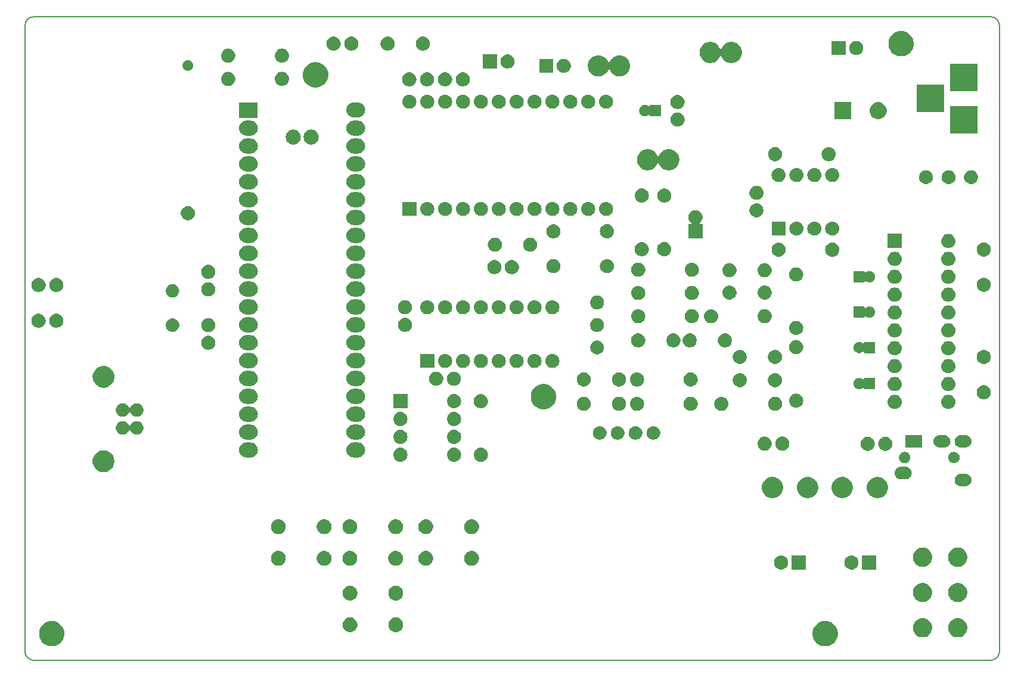
<source format=gbr>
%TF.GenerationSoftware,KiCad,Pcbnew,(5.0.2)-1*%
%TF.CreationDate,2019-10-17T20:06:12-07:00*%
%TF.ProjectId,STM32_MegaBlaster,53544d33-325f-44d6-9567-61426c617374,rev?*%
%TF.SameCoordinates,Original*%
%TF.FileFunction,Soldermask,Bot*%
%TF.FilePolarity,Negative*%
%FSLAX46Y46*%
G04 Gerber Fmt 4.6, Leading zero omitted, Abs format (unit mm)*
G04 Created by KiCad (PCBNEW (5.0.2)-1) date 10/17/2019 8:06:12 PM*
%MOMM*%
%LPD*%
G01*
G04 APERTURE LIST*
%ADD10C,0.150000*%
G04 APERTURE END LIST*
D10*
X59055000Y-31115000D02*
X59055000Y-120015000D01*
X196215000Y-29845000D02*
X60325000Y-29845000D01*
X197485000Y-31115000D02*
X197485000Y-120015000D01*
X196215000Y-121285000D02*
X60325000Y-121285000D01*
X197485000Y-120015000D02*
G75*
G02X196215000Y-121285000I-1270000J0D01*
G01*
X196215000Y-29845000D02*
G75*
G02X197485000Y-31115000I0J-1270000D01*
G01*
X59055000Y-31115000D02*
G75*
G02X60325000Y-29845000I1270000J0D01*
G01*
X60325000Y-121285000D02*
G75*
G02X59055000Y-120015000I0J1270000D01*
G01*
G36*
X173129122Y-115721115D02*
X173245041Y-115744173D01*
X173572620Y-115879861D01*
X173863511Y-116074228D01*
X173867436Y-116076851D01*
X174118149Y-116327564D01*
X174118151Y-116327567D01*
X174315139Y-116622380D01*
X174450827Y-116949959D01*
X174473885Y-117065878D01*
X174520000Y-117297714D01*
X174520000Y-117652286D01*
X174450827Y-118000040D01*
X174315140Y-118327618D01*
X174118149Y-118622436D01*
X173867436Y-118873149D01*
X173867433Y-118873151D01*
X173572620Y-119070139D01*
X173245041Y-119205827D01*
X173129122Y-119228885D01*
X172897286Y-119275000D01*
X172542714Y-119275000D01*
X172310878Y-119228885D01*
X172194959Y-119205827D01*
X171867380Y-119070139D01*
X171572567Y-118873151D01*
X171572564Y-118873149D01*
X171321851Y-118622436D01*
X171124860Y-118327618D01*
X170989173Y-118000040D01*
X170920000Y-117652286D01*
X170920000Y-117297714D01*
X170966115Y-117065878D01*
X170989173Y-116949959D01*
X171124861Y-116622380D01*
X171321849Y-116327567D01*
X171321851Y-116327564D01*
X171572564Y-116076851D01*
X171576489Y-116074228D01*
X171867380Y-115879861D01*
X172194959Y-115744173D01*
X172310878Y-115721115D01*
X172542714Y-115675000D01*
X172897286Y-115675000D01*
X173129122Y-115721115D01*
X173129122Y-115721115D01*
G37*
G36*
X63274122Y-115721115D02*
X63390041Y-115744173D01*
X63717620Y-115879861D01*
X64008511Y-116074228D01*
X64012436Y-116076851D01*
X64263149Y-116327564D01*
X64263151Y-116327567D01*
X64460139Y-116622380D01*
X64595827Y-116949959D01*
X64618885Y-117065878D01*
X64665000Y-117297714D01*
X64665000Y-117652286D01*
X64595827Y-118000040D01*
X64460140Y-118327618D01*
X64263149Y-118622436D01*
X64012436Y-118873149D01*
X64012433Y-118873151D01*
X63717620Y-119070139D01*
X63390041Y-119205827D01*
X63274122Y-119228885D01*
X63042286Y-119275000D01*
X62687714Y-119275000D01*
X62455878Y-119228885D01*
X62339959Y-119205827D01*
X62012380Y-119070139D01*
X61717567Y-118873151D01*
X61717564Y-118873149D01*
X61466851Y-118622436D01*
X61269860Y-118327618D01*
X61134173Y-118000040D01*
X61065000Y-117652286D01*
X61065000Y-117297714D01*
X61111115Y-117065878D01*
X61134173Y-116949959D01*
X61269861Y-116622380D01*
X61466849Y-116327567D01*
X61466851Y-116327564D01*
X61717564Y-116076851D01*
X61721489Y-116074228D01*
X62012380Y-115879861D01*
X62339959Y-115744173D01*
X62455878Y-115721115D01*
X62687714Y-115675000D01*
X63042286Y-115675000D01*
X63274122Y-115721115D01*
X63274122Y-115721115D01*
G37*
G36*
X191966614Y-115319648D02*
X192215937Y-115422921D01*
X192440327Y-115572853D01*
X192631147Y-115763673D01*
X192781079Y-115988063D01*
X192884352Y-116237386D01*
X192937000Y-116502065D01*
X192937000Y-116771935D01*
X192884352Y-117036614D01*
X192781079Y-117285937D01*
X192631147Y-117510327D01*
X192440327Y-117701147D01*
X192215937Y-117851079D01*
X191966614Y-117954352D01*
X191701935Y-118007000D01*
X191432065Y-118007000D01*
X191167386Y-117954352D01*
X190918063Y-117851079D01*
X190693673Y-117701147D01*
X190502853Y-117510327D01*
X190352921Y-117285937D01*
X190249648Y-117036614D01*
X190197000Y-116771935D01*
X190197000Y-116502065D01*
X190249648Y-116237386D01*
X190352921Y-115988063D01*
X190502853Y-115763673D01*
X190693673Y-115572853D01*
X190918063Y-115422921D01*
X191167386Y-115319648D01*
X191432065Y-115267000D01*
X191701935Y-115267000D01*
X191966614Y-115319648D01*
X191966614Y-115319648D01*
G37*
G36*
X186966614Y-115319648D02*
X187215937Y-115422921D01*
X187440327Y-115572853D01*
X187631147Y-115763673D01*
X187781079Y-115988063D01*
X187884352Y-116237386D01*
X187937000Y-116502065D01*
X187937000Y-116771935D01*
X187884352Y-117036614D01*
X187781079Y-117285937D01*
X187631147Y-117510327D01*
X187440327Y-117701147D01*
X187215937Y-117851079D01*
X186966614Y-117954352D01*
X186701935Y-118007000D01*
X186432065Y-118007000D01*
X186167386Y-117954352D01*
X185918063Y-117851079D01*
X185693673Y-117701147D01*
X185502853Y-117510327D01*
X185352921Y-117285937D01*
X185249648Y-117036614D01*
X185197000Y-116771935D01*
X185197000Y-116502065D01*
X185249648Y-116237386D01*
X185352921Y-115988063D01*
X185502853Y-115763673D01*
X185693673Y-115572853D01*
X185918063Y-115422921D01*
X186167386Y-115319648D01*
X186432065Y-115267000D01*
X186701935Y-115267000D01*
X186966614Y-115319648D01*
X186966614Y-115319648D01*
G37*
G36*
X105357888Y-115189470D02*
X105538274Y-115225350D01*
X105729362Y-115304502D01*
X105901336Y-115419411D01*
X106047589Y-115565664D01*
X106162498Y-115737638D01*
X106241650Y-115928726D01*
X106282000Y-116131584D01*
X106282000Y-116338416D01*
X106241650Y-116541274D01*
X106162498Y-116732362D01*
X106047589Y-116904336D01*
X105901336Y-117050589D01*
X105729362Y-117165498D01*
X105538274Y-117244650D01*
X105357888Y-117280530D01*
X105335417Y-117285000D01*
X105128583Y-117285000D01*
X105106112Y-117280530D01*
X104925726Y-117244650D01*
X104734638Y-117165498D01*
X104562664Y-117050589D01*
X104416411Y-116904336D01*
X104301502Y-116732362D01*
X104222350Y-116541274D01*
X104182000Y-116338416D01*
X104182000Y-116131584D01*
X104222350Y-115928726D01*
X104301502Y-115737638D01*
X104416411Y-115565664D01*
X104562664Y-115419411D01*
X104734638Y-115304502D01*
X104925726Y-115225350D01*
X105106112Y-115189470D01*
X105128583Y-115185000D01*
X105335417Y-115185000D01*
X105357888Y-115189470D01*
X105357888Y-115189470D01*
G37*
G36*
X111857888Y-115189470D02*
X112038274Y-115225350D01*
X112229362Y-115304502D01*
X112401336Y-115419411D01*
X112547589Y-115565664D01*
X112662498Y-115737638D01*
X112741650Y-115928726D01*
X112782000Y-116131584D01*
X112782000Y-116338416D01*
X112741650Y-116541274D01*
X112662498Y-116732362D01*
X112547589Y-116904336D01*
X112401336Y-117050589D01*
X112229362Y-117165498D01*
X112038274Y-117244650D01*
X111857888Y-117280530D01*
X111835417Y-117285000D01*
X111628583Y-117285000D01*
X111606112Y-117280530D01*
X111425726Y-117244650D01*
X111234638Y-117165498D01*
X111062664Y-117050589D01*
X110916411Y-116904336D01*
X110801502Y-116732362D01*
X110722350Y-116541274D01*
X110682000Y-116338416D01*
X110682000Y-116131584D01*
X110722350Y-115928726D01*
X110801502Y-115737638D01*
X110916411Y-115565664D01*
X111062664Y-115419411D01*
X111234638Y-115304502D01*
X111425726Y-115225350D01*
X111606112Y-115189470D01*
X111628583Y-115185000D01*
X111835417Y-115185000D01*
X111857888Y-115189470D01*
X111857888Y-115189470D01*
G37*
G36*
X191966614Y-110319648D02*
X192215937Y-110422921D01*
X192440327Y-110572853D01*
X192631147Y-110763673D01*
X192781079Y-110988063D01*
X192884352Y-111237386D01*
X192937000Y-111502065D01*
X192937000Y-111771935D01*
X192884352Y-112036614D01*
X192781079Y-112285937D01*
X192631147Y-112510327D01*
X192440327Y-112701147D01*
X192215937Y-112851079D01*
X191966614Y-112954352D01*
X191701935Y-113007000D01*
X191432065Y-113007000D01*
X191167386Y-112954352D01*
X190918063Y-112851079D01*
X190693673Y-112701147D01*
X190502853Y-112510327D01*
X190352921Y-112285937D01*
X190249648Y-112036614D01*
X190197000Y-111771935D01*
X190197000Y-111502065D01*
X190249648Y-111237386D01*
X190352921Y-110988063D01*
X190502853Y-110763673D01*
X190693673Y-110572853D01*
X190918063Y-110422921D01*
X191167386Y-110319648D01*
X191432065Y-110267000D01*
X191701935Y-110267000D01*
X191966614Y-110319648D01*
X191966614Y-110319648D01*
G37*
G36*
X186966614Y-110319648D02*
X187215937Y-110422921D01*
X187440327Y-110572853D01*
X187631147Y-110763673D01*
X187781079Y-110988063D01*
X187884352Y-111237386D01*
X187937000Y-111502065D01*
X187937000Y-111771935D01*
X187884352Y-112036614D01*
X187781079Y-112285937D01*
X187631147Y-112510327D01*
X187440327Y-112701147D01*
X187215937Y-112851079D01*
X186966614Y-112954352D01*
X186701935Y-113007000D01*
X186432065Y-113007000D01*
X186167386Y-112954352D01*
X185918063Y-112851079D01*
X185693673Y-112701147D01*
X185502853Y-112510327D01*
X185352921Y-112285937D01*
X185249648Y-112036614D01*
X185197000Y-111771935D01*
X185197000Y-111502065D01*
X185249648Y-111237386D01*
X185352921Y-110988063D01*
X185502853Y-110763673D01*
X185693673Y-110572853D01*
X185918063Y-110422921D01*
X186167386Y-110319648D01*
X186432065Y-110267000D01*
X186701935Y-110267000D01*
X186966614Y-110319648D01*
X186966614Y-110319648D01*
G37*
G36*
X105357888Y-110689470D02*
X105538274Y-110725350D01*
X105729362Y-110804502D01*
X105901336Y-110919411D01*
X106047589Y-111065664D01*
X106162498Y-111237638D01*
X106241650Y-111428726D01*
X106282000Y-111631584D01*
X106282000Y-111838416D01*
X106241650Y-112041274D01*
X106162498Y-112232362D01*
X106047589Y-112404336D01*
X105901336Y-112550589D01*
X105729362Y-112665498D01*
X105538274Y-112744650D01*
X105357888Y-112780530D01*
X105335417Y-112785000D01*
X105128583Y-112785000D01*
X105106112Y-112780530D01*
X104925726Y-112744650D01*
X104734638Y-112665498D01*
X104562664Y-112550589D01*
X104416411Y-112404336D01*
X104301502Y-112232362D01*
X104222350Y-112041274D01*
X104182000Y-111838416D01*
X104182000Y-111631584D01*
X104222350Y-111428726D01*
X104301502Y-111237638D01*
X104416411Y-111065664D01*
X104562664Y-110919411D01*
X104734638Y-110804502D01*
X104925726Y-110725350D01*
X105106112Y-110689470D01*
X105128583Y-110685000D01*
X105335417Y-110685000D01*
X105357888Y-110689470D01*
X105357888Y-110689470D01*
G37*
G36*
X111857888Y-110689470D02*
X112038274Y-110725350D01*
X112229362Y-110804502D01*
X112401336Y-110919411D01*
X112547589Y-111065664D01*
X112662498Y-111237638D01*
X112741650Y-111428726D01*
X112782000Y-111631584D01*
X112782000Y-111838416D01*
X112741650Y-112041274D01*
X112662498Y-112232362D01*
X112547589Y-112404336D01*
X112401336Y-112550589D01*
X112229362Y-112665498D01*
X112038274Y-112744650D01*
X111857888Y-112780530D01*
X111835417Y-112785000D01*
X111628583Y-112785000D01*
X111606112Y-112780530D01*
X111425726Y-112744650D01*
X111234638Y-112665498D01*
X111062664Y-112550589D01*
X110916411Y-112404336D01*
X110801502Y-112232362D01*
X110722350Y-112041274D01*
X110682000Y-111838416D01*
X110682000Y-111631584D01*
X110722350Y-111428726D01*
X110801502Y-111237638D01*
X110916411Y-111065664D01*
X111062664Y-110919411D01*
X111234638Y-110804502D01*
X111425726Y-110725350D01*
X111606112Y-110689470D01*
X111628583Y-110685000D01*
X111835417Y-110685000D01*
X111857888Y-110689470D01*
X111857888Y-110689470D01*
G37*
G36*
X169961000Y-108391000D02*
X167961000Y-108391000D01*
X167961000Y-106391000D01*
X169961000Y-106391000D01*
X169961000Y-108391000D01*
X169961000Y-108391000D01*
G37*
G36*
X166636770Y-106406372D02*
X166752689Y-106429429D01*
X166934678Y-106504811D01*
X167098463Y-106614249D01*
X167237751Y-106753537D01*
X167347189Y-106917322D01*
X167422571Y-107099311D01*
X167461000Y-107292509D01*
X167461000Y-107489491D01*
X167422571Y-107682689D01*
X167347189Y-107864678D01*
X167237751Y-108028463D01*
X167098463Y-108167751D01*
X166934678Y-108277189D01*
X166752689Y-108352571D01*
X166636770Y-108375628D01*
X166559493Y-108391000D01*
X166362507Y-108391000D01*
X166285230Y-108375628D01*
X166169311Y-108352571D01*
X165987322Y-108277189D01*
X165823537Y-108167751D01*
X165684249Y-108028463D01*
X165574811Y-107864678D01*
X165499429Y-107682689D01*
X165461000Y-107489491D01*
X165461000Y-107292509D01*
X165499429Y-107099311D01*
X165574811Y-106917322D01*
X165684249Y-106753537D01*
X165823537Y-106614249D01*
X165987322Y-106504811D01*
X166169311Y-106429429D01*
X166285230Y-106406372D01*
X166362507Y-106391000D01*
X166559493Y-106391000D01*
X166636770Y-106406372D01*
X166636770Y-106406372D01*
G37*
G36*
X176643770Y-106406372D02*
X176759689Y-106429429D01*
X176941678Y-106504811D01*
X177105463Y-106614249D01*
X177244751Y-106753537D01*
X177354189Y-106917322D01*
X177429571Y-107099311D01*
X177468000Y-107292509D01*
X177468000Y-107489491D01*
X177429571Y-107682689D01*
X177354189Y-107864678D01*
X177244751Y-108028463D01*
X177105463Y-108167751D01*
X176941678Y-108277189D01*
X176759689Y-108352571D01*
X176643770Y-108375628D01*
X176566493Y-108391000D01*
X176369507Y-108391000D01*
X176292230Y-108375628D01*
X176176311Y-108352571D01*
X175994322Y-108277189D01*
X175830537Y-108167751D01*
X175691249Y-108028463D01*
X175581811Y-107864678D01*
X175506429Y-107682689D01*
X175468000Y-107489491D01*
X175468000Y-107292509D01*
X175506429Y-107099311D01*
X175581811Y-106917322D01*
X175691249Y-106753537D01*
X175830537Y-106614249D01*
X175994322Y-106504811D01*
X176176311Y-106429429D01*
X176292230Y-106406372D01*
X176369507Y-106391000D01*
X176566493Y-106391000D01*
X176643770Y-106406372D01*
X176643770Y-106406372D01*
G37*
G36*
X179968000Y-108391000D02*
X177968000Y-108391000D01*
X177968000Y-106391000D01*
X179968000Y-106391000D01*
X179968000Y-108391000D01*
X179968000Y-108391000D01*
G37*
G36*
X191966614Y-105319648D02*
X192215937Y-105422921D01*
X192440327Y-105572853D01*
X192631147Y-105763673D01*
X192781079Y-105988063D01*
X192884352Y-106237386D01*
X192937000Y-106502065D01*
X192937000Y-106771935D01*
X192884352Y-107036614D01*
X192781079Y-107285937D01*
X192631147Y-107510327D01*
X192440327Y-107701147D01*
X192215937Y-107851079D01*
X191966614Y-107954352D01*
X191701935Y-108007000D01*
X191432065Y-108007000D01*
X191167386Y-107954352D01*
X190918063Y-107851079D01*
X190693673Y-107701147D01*
X190502853Y-107510327D01*
X190352921Y-107285937D01*
X190249648Y-107036614D01*
X190197000Y-106771935D01*
X190197000Y-106502065D01*
X190249648Y-106237386D01*
X190352921Y-105988063D01*
X190502853Y-105763673D01*
X190693673Y-105572853D01*
X190918063Y-105422921D01*
X191167386Y-105319648D01*
X191432065Y-105267000D01*
X191701935Y-105267000D01*
X191966614Y-105319648D01*
X191966614Y-105319648D01*
G37*
G36*
X186966614Y-105319648D02*
X187215937Y-105422921D01*
X187440327Y-105572853D01*
X187631147Y-105763673D01*
X187781079Y-105988063D01*
X187884352Y-106237386D01*
X187937000Y-106502065D01*
X187937000Y-106771935D01*
X187884352Y-107036614D01*
X187781079Y-107285937D01*
X187631147Y-107510327D01*
X187440327Y-107701147D01*
X187215937Y-107851079D01*
X186966614Y-107954352D01*
X186701935Y-108007000D01*
X186432065Y-108007000D01*
X186167386Y-107954352D01*
X185918063Y-107851079D01*
X185693673Y-107701147D01*
X185502853Y-107510327D01*
X185352921Y-107285937D01*
X185249648Y-107036614D01*
X185197000Y-106771935D01*
X185197000Y-106502065D01*
X185249648Y-106237386D01*
X185352921Y-105988063D01*
X185502853Y-105763673D01*
X185693673Y-105572853D01*
X185918063Y-105422921D01*
X186167386Y-105319648D01*
X186432065Y-105267000D01*
X186701935Y-105267000D01*
X186966614Y-105319648D01*
X186966614Y-105319648D01*
G37*
G36*
X122627888Y-105740470D02*
X122808274Y-105776350D01*
X122999362Y-105855502D01*
X123171336Y-105970411D01*
X123317589Y-106116664D01*
X123432498Y-106288638D01*
X123511650Y-106479726D01*
X123552000Y-106682584D01*
X123552000Y-106889416D01*
X123511650Y-107092274D01*
X123432498Y-107283362D01*
X123317589Y-107455336D01*
X123171336Y-107601589D01*
X122999362Y-107716498D01*
X122808274Y-107795650D01*
X122627888Y-107831530D01*
X122605417Y-107836000D01*
X122398583Y-107836000D01*
X122376112Y-107831530D01*
X122195726Y-107795650D01*
X122004638Y-107716498D01*
X121832664Y-107601589D01*
X121686411Y-107455336D01*
X121571502Y-107283362D01*
X121492350Y-107092274D01*
X121452000Y-106889416D01*
X121452000Y-106682584D01*
X121492350Y-106479726D01*
X121571502Y-106288638D01*
X121686411Y-106116664D01*
X121832664Y-105970411D01*
X122004638Y-105855502D01*
X122195726Y-105776350D01*
X122376112Y-105740470D01*
X122398583Y-105736000D01*
X122605417Y-105736000D01*
X122627888Y-105740470D01*
X122627888Y-105740470D01*
G37*
G36*
X105332888Y-105740470D02*
X105513274Y-105776350D01*
X105704362Y-105855502D01*
X105876336Y-105970411D01*
X106022589Y-106116664D01*
X106137498Y-106288638D01*
X106216650Y-106479726D01*
X106257000Y-106682584D01*
X106257000Y-106889416D01*
X106216650Y-107092274D01*
X106137498Y-107283362D01*
X106022589Y-107455336D01*
X105876336Y-107601589D01*
X105704362Y-107716498D01*
X105513274Y-107795650D01*
X105332888Y-107831530D01*
X105310417Y-107836000D01*
X105103583Y-107836000D01*
X105081112Y-107831530D01*
X104900726Y-107795650D01*
X104709638Y-107716498D01*
X104537664Y-107601589D01*
X104391411Y-107455336D01*
X104276502Y-107283362D01*
X104197350Y-107092274D01*
X104157000Y-106889416D01*
X104157000Y-106682584D01*
X104197350Y-106479726D01*
X104276502Y-106288638D01*
X104391411Y-106116664D01*
X104537664Y-105970411D01*
X104709638Y-105855502D01*
X104900726Y-105776350D01*
X105081112Y-105740470D01*
X105103583Y-105736000D01*
X105310417Y-105736000D01*
X105332888Y-105740470D01*
X105332888Y-105740470D01*
G37*
G36*
X111832888Y-105740470D02*
X112013274Y-105776350D01*
X112204362Y-105855502D01*
X112376336Y-105970411D01*
X112522589Y-106116664D01*
X112637498Y-106288638D01*
X112716650Y-106479726D01*
X112757000Y-106682584D01*
X112757000Y-106889416D01*
X112716650Y-107092274D01*
X112637498Y-107283362D01*
X112522589Y-107455336D01*
X112376336Y-107601589D01*
X112204362Y-107716498D01*
X112013274Y-107795650D01*
X111832888Y-107831530D01*
X111810417Y-107836000D01*
X111603583Y-107836000D01*
X111581112Y-107831530D01*
X111400726Y-107795650D01*
X111209638Y-107716498D01*
X111037664Y-107601589D01*
X110891411Y-107455336D01*
X110776502Y-107283362D01*
X110697350Y-107092274D01*
X110657000Y-106889416D01*
X110657000Y-106682584D01*
X110697350Y-106479726D01*
X110776502Y-106288638D01*
X110891411Y-106116664D01*
X111037664Y-105970411D01*
X111209638Y-105855502D01*
X111400726Y-105776350D01*
X111581112Y-105740470D01*
X111603583Y-105736000D01*
X111810417Y-105736000D01*
X111832888Y-105740470D01*
X111832888Y-105740470D01*
G37*
G36*
X95172688Y-105740470D02*
X95353074Y-105776350D01*
X95544162Y-105855502D01*
X95716136Y-105970411D01*
X95862389Y-106116664D01*
X95977298Y-106288638D01*
X96056450Y-106479726D01*
X96096800Y-106682584D01*
X96096800Y-106889416D01*
X96056450Y-107092274D01*
X95977298Y-107283362D01*
X95862389Y-107455336D01*
X95716136Y-107601589D01*
X95544162Y-107716498D01*
X95353074Y-107795650D01*
X95172688Y-107831530D01*
X95150217Y-107836000D01*
X94943383Y-107836000D01*
X94920912Y-107831530D01*
X94740526Y-107795650D01*
X94549438Y-107716498D01*
X94377464Y-107601589D01*
X94231211Y-107455336D01*
X94116302Y-107283362D01*
X94037150Y-107092274D01*
X93996800Y-106889416D01*
X93996800Y-106682584D01*
X94037150Y-106479726D01*
X94116302Y-106288638D01*
X94231211Y-106116664D01*
X94377464Y-105970411D01*
X94549438Y-105855502D01*
X94740526Y-105776350D01*
X94920912Y-105740470D01*
X94943383Y-105736000D01*
X95150217Y-105736000D01*
X95172688Y-105740470D01*
X95172688Y-105740470D01*
G37*
G36*
X116127888Y-105740470D02*
X116308274Y-105776350D01*
X116499362Y-105855502D01*
X116671336Y-105970411D01*
X116817589Y-106116664D01*
X116932498Y-106288638D01*
X117011650Y-106479726D01*
X117052000Y-106682584D01*
X117052000Y-106889416D01*
X117011650Y-107092274D01*
X116932498Y-107283362D01*
X116817589Y-107455336D01*
X116671336Y-107601589D01*
X116499362Y-107716498D01*
X116308274Y-107795650D01*
X116127888Y-107831530D01*
X116105417Y-107836000D01*
X115898583Y-107836000D01*
X115876112Y-107831530D01*
X115695726Y-107795650D01*
X115504638Y-107716498D01*
X115332664Y-107601589D01*
X115186411Y-107455336D01*
X115071502Y-107283362D01*
X114992350Y-107092274D01*
X114952000Y-106889416D01*
X114952000Y-106682584D01*
X114992350Y-106479726D01*
X115071502Y-106288638D01*
X115186411Y-106116664D01*
X115332664Y-105970411D01*
X115504638Y-105855502D01*
X115695726Y-105776350D01*
X115876112Y-105740470D01*
X115898583Y-105736000D01*
X116105417Y-105736000D01*
X116127888Y-105740470D01*
X116127888Y-105740470D01*
G37*
G36*
X101672688Y-105740470D02*
X101853074Y-105776350D01*
X102044162Y-105855502D01*
X102216136Y-105970411D01*
X102362389Y-106116664D01*
X102477298Y-106288638D01*
X102556450Y-106479726D01*
X102596800Y-106682584D01*
X102596800Y-106889416D01*
X102556450Y-107092274D01*
X102477298Y-107283362D01*
X102362389Y-107455336D01*
X102216136Y-107601589D01*
X102044162Y-107716498D01*
X101853074Y-107795650D01*
X101672688Y-107831530D01*
X101650217Y-107836000D01*
X101443383Y-107836000D01*
X101420912Y-107831530D01*
X101240526Y-107795650D01*
X101049438Y-107716498D01*
X100877464Y-107601589D01*
X100731211Y-107455336D01*
X100616302Y-107283362D01*
X100537150Y-107092274D01*
X100496800Y-106889416D01*
X100496800Y-106682584D01*
X100537150Y-106479726D01*
X100616302Y-106288638D01*
X100731211Y-106116664D01*
X100877464Y-105970411D01*
X101049438Y-105855502D01*
X101240526Y-105776350D01*
X101420912Y-105740470D01*
X101443383Y-105736000D01*
X101650217Y-105736000D01*
X101672688Y-105740470D01*
X101672688Y-105740470D01*
G37*
G36*
X122627888Y-101240470D02*
X122808274Y-101276350D01*
X122999362Y-101355502D01*
X123171336Y-101470411D01*
X123317589Y-101616664D01*
X123432498Y-101788638D01*
X123511650Y-101979726D01*
X123552000Y-102182584D01*
X123552000Y-102389416D01*
X123511650Y-102592274D01*
X123432498Y-102783362D01*
X123317589Y-102955336D01*
X123171336Y-103101589D01*
X122999362Y-103216498D01*
X122808274Y-103295650D01*
X122627888Y-103331530D01*
X122605417Y-103336000D01*
X122398583Y-103336000D01*
X122376112Y-103331530D01*
X122195726Y-103295650D01*
X122004638Y-103216498D01*
X121832664Y-103101589D01*
X121686411Y-102955336D01*
X121571502Y-102783362D01*
X121492350Y-102592274D01*
X121452000Y-102389416D01*
X121452000Y-102182584D01*
X121492350Y-101979726D01*
X121571502Y-101788638D01*
X121686411Y-101616664D01*
X121832664Y-101470411D01*
X122004638Y-101355502D01*
X122195726Y-101276350D01*
X122376112Y-101240470D01*
X122398583Y-101236000D01*
X122605417Y-101236000D01*
X122627888Y-101240470D01*
X122627888Y-101240470D01*
G37*
G36*
X95172688Y-101240470D02*
X95353074Y-101276350D01*
X95544162Y-101355502D01*
X95716136Y-101470411D01*
X95862389Y-101616664D01*
X95977298Y-101788638D01*
X96056450Y-101979726D01*
X96096800Y-102182584D01*
X96096800Y-102389416D01*
X96056450Y-102592274D01*
X95977298Y-102783362D01*
X95862389Y-102955336D01*
X95716136Y-103101589D01*
X95544162Y-103216498D01*
X95353074Y-103295650D01*
X95172688Y-103331530D01*
X95150217Y-103336000D01*
X94943383Y-103336000D01*
X94920912Y-103331530D01*
X94740526Y-103295650D01*
X94549438Y-103216498D01*
X94377464Y-103101589D01*
X94231211Y-102955336D01*
X94116302Y-102783362D01*
X94037150Y-102592274D01*
X93996800Y-102389416D01*
X93996800Y-102182584D01*
X94037150Y-101979726D01*
X94116302Y-101788638D01*
X94231211Y-101616664D01*
X94377464Y-101470411D01*
X94549438Y-101355502D01*
X94740526Y-101276350D01*
X94920912Y-101240470D01*
X94943383Y-101236000D01*
X95150217Y-101236000D01*
X95172688Y-101240470D01*
X95172688Y-101240470D01*
G37*
G36*
X116127888Y-101240470D02*
X116308274Y-101276350D01*
X116499362Y-101355502D01*
X116671336Y-101470411D01*
X116817589Y-101616664D01*
X116932498Y-101788638D01*
X117011650Y-101979726D01*
X117052000Y-102182584D01*
X117052000Y-102389416D01*
X117011650Y-102592274D01*
X116932498Y-102783362D01*
X116817589Y-102955336D01*
X116671336Y-103101589D01*
X116499362Y-103216498D01*
X116308274Y-103295650D01*
X116127888Y-103331530D01*
X116105417Y-103336000D01*
X115898583Y-103336000D01*
X115876112Y-103331530D01*
X115695726Y-103295650D01*
X115504638Y-103216498D01*
X115332664Y-103101589D01*
X115186411Y-102955336D01*
X115071502Y-102783362D01*
X114992350Y-102592274D01*
X114952000Y-102389416D01*
X114952000Y-102182584D01*
X114992350Y-101979726D01*
X115071502Y-101788638D01*
X115186411Y-101616664D01*
X115332664Y-101470411D01*
X115504638Y-101355502D01*
X115695726Y-101276350D01*
X115876112Y-101240470D01*
X115898583Y-101236000D01*
X116105417Y-101236000D01*
X116127888Y-101240470D01*
X116127888Y-101240470D01*
G37*
G36*
X105332888Y-101240470D02*
X105513274Y-101276350D01*
X105704362Y-101355502D01*
X105876336Y-101470411D01*
X106022589Y-101616664D01*
X106137498Y-101788638D01*
X106216650Y-101979726D01*
X106257000Y-102182584D01*
X106257000Y-102389416D01*
X106216650Y-102592274D01*
X106137498Y-102783362D01*
X106022589Y-102955336D01*
X105876336Y-103101589D01*
X105704362Y-103216498D01*
X105513274Y-103295650D01*
X105332888Y-103331530D01*
X105310417Y-103336000D01*
X105103583Y-103336000D01*
X105081112Y-103331530D01*
X104900726Y-103295650D01*
X104709638Y-103216498D01*
X104537664Y-103101589D01*
X104391411Y-102955336D01*
X104276502Y-102783362D01*
X104197350Y-102592274D01*
X104157000Y-102389416D01*
X104157000Y-102182584D01*
X104197350Y-101979726D01*
X104276502Y-101788638D01*
X104391411Y-101616664D01*
X104537664Y-101470411D01*
X104709638Y-101355502D01*
X104900726Y-101276350D01*
X105081112Y-101240470D01*
X105103583Y-101236000D01*
X105310417Y-101236000D01*
X105332888Y-101240470D01*
X105332888Y-101240470D01*
G37*
G36*
X111832888Y-101240470D02*
X112013274Y-101276350D01*
X112204362Y-101355502D01*
X112376336Y-101470411D01*
X112522589Y-101616664D01*
X112637498Y-101788638D01*
X112716650Y-101979726D01*
X112757000Y-102182584D01*
X112757000Y-102389416D01*
X112716650Y-102592274D01*
X112637498Y-102783362D01*
X112522589Y-102955336D01*
X112376336Y-103101589D01*
X112204362Y-103216498D01*
X112013274Y-103295650D01*
X111832888Y-103331530D01*
X111810417Y-103336000D01*
X111603583Y-103336000D01*
X111581112Y-103331530D01*
X111400726Y-103295650D01*
X111209638Y-103216498D01*
X111037664Y-103101589D01*
X110891411Y-102955336D01*
X110776502Y-102783362D01*
X110697350Y-102592274D01*
X110657000Y-102389416D01*
X110657000Y-102182584D01*
X110697350Y-101979726D01*
X110776502Y-101788638D01*
X110891411Y-101616664D01*
X111037664Y-101470411D01*
X111209638Y-101355502D01*
X111400726Y-101276350D01*
X111581112Y-101240470D01*
X111603583Y-101236000D01*
X111810417Y-101236000D01*
X111832888Y-101240470D01*
X111832888Y-101240470D01*
G37*
G36*
X101672688Y-101240470D02*
X101853074Y-101276350D01*
X102044162Y-101355502D01*
X102216136Y-101470411D01*
X102362389Y-101616664D01*
X102477298Y-101788638D01*
X102556450Y-101979726D01*
X102596800Y-102182584D01*
X102596800Y-102389416D01*
X102556450Y-102592274D01*
X102477298Y-102783362D01*
X102362389Y-102955336D01*
X102216136Y-103101589D01*
X102044162Y-103216498D01*
X101853074Y-103295650D01*
X101672688Y-103331530D01*
X101650217Y-103336000D01*
X101443383Y-103336000D01*
X101420912Y-103331530D01*
X101240526Y-103295650D01*
X101049438Y-103216498D01*
X100877464Y-103101589D01*
X100731211Y-102955336D01*
X100616302Y-102783362D01*
X100537150Y-102592274D01*
X100496800Y-102389416D01*
X100496800Y-102182584D01*
X100537150Y-101979726D01*
X100616302Y-101788638D01*
X100731211Y-101616664D01*
X100877464Y-101470411D01*
X101049438Y-101355502D01*
X101240526Y-101276350D01*
X101420912Y-101240470D01*
X101443383Y-101236000D01*
X101650217Y-101236000D01*
X101672688Y-101240470D01*
X101672688Y-101240470D01*
G37*
G36*
X175498935Y-95261629D02*
X175595534Y-95280844D01*
X175868517Y-95393917D01*
X175910462Y-95421944D01*
X176114197Y-95558076D01*
X176323124Y-95767003D01*
X176487284Y-96012685D01*
X176600356Y-96285667D01*
X176658000Y-96575461D01*
X176658000Y-96870939D01*
X176600356Y-97160733D01*
X176487284Y-97433715D01*
X176323124Y-97679397D01*
X176114197Y-97888324D01*
X176114194Y-97888326D01*
X175868517Y-98052483D01*
X175595534Y-98165556D01*
X175498935Y-98184771D01*
X175305739Y-98223200D01*
X175010261Y-98223200D01*
X174817065Y-98184771D01*
X174720466Y-98165556D01*
X174447483Y-98052483D01*
X174201806Y-97888326D01*
X174201803Y-97888324D01*
X173992876Y-97679397D01*
X173828716Y-97433715D01*
X173715644Y-97160733D01*
X173658000Y-96870939D01*
X173658000Y-96575461D01*
X173715644Y-96285667D01*
X173828716Y-96012685D01*
X173992876Y-95767003D01*
X174201803Y-95558076D01*
X174405538Y-95421944D01*
X174447483Y-95393917D01*
X174720466Y-95280844D01*
X174817065Y-95261629D01*
X175010261Y-95223200D01*
X175305739Y-95223200D01*
X175498935Y-95261629D01*
X175498935Y-95261629D01*
G37*
G36*
X165571935Y-95261629D02*
X165668534Y-95280844D01*
X165941517Y-95393917D01*
X165983462Y-95421944D01*
X166187197Y-95558076D01*
X166396124Y-95767003D01*
X166560284Y-96012685D01*
X166673356Y-96285667D01*
X166731000Y-96575461D01*
X166731000Y-96870939D01*
X166673356Y-97160733D01*
X166560284Y-97433715D01*
X166396124Y-97679397D01*
X166187197Y-97888324D01*
X166187194Y-97888326D01*
X165941517Y-98052483D01*
X165668534Y-98165556D01*
X165571935Y-98184771D01*
X165378739Y-98223200D01*
X165083261Y-98223200D01*
X164890065Y-98184771D01*
X164793466Y-98165556D01*
X164520483Y-98052483D01*
X164274806Y-97888326D01*
X164274803Y-97888324D01*
X164065876Y-97679397D01*
X163901716Y-97433715D01*
X163788644Y-97160733D01*
X163731000Y-96870939D01*
X163731000Y-96575461D01*
X163788644Y-96285667D01*
X163901716Y-96012685D01*
X164065876Y-95767003D01*
X164274803Y-95558076D01*
X164478538Y-95421944D01*
X164520483Y-95393917D01*
X164793466Y-95280844D01*
X164890065Y-95261629D01*
X165083261Y-95223200D01*
X165378739Y-95223200D01*
X165571935Y-95261629D01*
X165571935Y-95261629D01*
G37*
G36*
X170571935Y-95261629D02*
X170668534Y-95280844D01*
X170941517Y-95393917D01*
X170983462Y-95421944D01*
X171187197Y-95558076D01*
X171396124Y-95767003D01*
X171560284Y-96012685D01*
X171673356Y-96285667D01*
X171731000Y-96575461D01*
X171731000Y-96870939D01*
X171673356Y-97160733D01*
X171560284Y-97433715D01*
X171396124Y-97679397D01*
X171187197Y-97888324D01*
X171187194Y-97888326D01*
X170941517Y-98052483D01*
X170668534Y-98165556D01*
X170571935Y-98184771D01*
X170378739Y-98223200D01*
X170083261Y-98223200D01*
X169890065Y-98184771D01*
X169793466Y-98165556D01*
X169520483Y-98052483D01*
X169274806Y-97888326D01*
X169274803Y-97888324D01*
X169065876Y-97679397D01*
X168901716Y-97433715D01*
X168788644Y-97160733D01*
X168731000Y-96870939D01*
X168731000Y-96575461D01*
X168788644Y-96285667D01*
X168901716Y-96012685D01*
X169065876Y-95767003D01*
X169274803Y-95558076D01*
X169478538Y-95421944D01*
X169520483Y-95393917D01*
X169793466Y-95280844D01*
X169890065Y-95261629D01*
X170083261Y-95223200D01*
X170378739Y-95223200D01*
X170571935Y-95261629D01*
X170571935Y-95261629D01*
G37*
G36*
X180498935Y-95261629D02*
X180595534Y-95280844D01*
X180868517Y-95393917D01*
X180910462Y-95421944D01*
X181114197Y-95558076D01*
X181323124Y-95767003D01*
X181487284Y-96012685D01*
X181600356Y-96285667D01*
X181658000Y-96575461D01*
X181658000Y-96870939D01*
X181600356Y-97160733D01*
X181487284Y-97433715D01*
X181323124Y-97679397D01*
X181114197Y-97888324D01*
X181114194Y-97888326D01*
X180868517Y-98052483D01*
X180595534Y-98165556D01*
X180498935Y-98184771D01*
X180305739Y-98223200D01*
X180010261Y-98223200D01*
X179817065Y-98184771D01*
X179720466Y-98165556D01*
X179447483Y-98052483D01*
X179201806Y-97888326D01*
X179201803Y-97888324D01*
X178992876Y-97679397D01*
X178828716Y-97433715D01*
X178715644Y-97160733D01*
X178658000Y-96870939D01*
X178658000Y-96575461D01*
X178715644Y-96285667D01*
X178828716Y-96012685D01*
X178992876Y-95767003D01*
X179201803Y-95558076D01*
X179405538Y-95421944D01*
X179447483Y-95393917D01*
X179720466Y-95280844D01*
X179817065Y-95261629D01*
X180010261Y-95223200D01*
X180305739Y-95223200D01*
X180498935Y-95261629D01*
X180498935Y-95261629D01*
G37*
G36*
X192794432Y-94783022D02*
X192964081Y-94834485D01*
X193120433Y-94918056D01*
X193257475Y-95030525D01*
X193369944Y-95167567D01*
X193453515Y-95323919D01*
X193504978Y-95493568D01*
X193522354Y-95670000D01*
X193504978Y-95846432D01*
X193453515Y-96016081D01*
X193369944Y-96172433D01*
X193257475Y-96309475D01*
X193120433Y-96421944D01*
X192964081Y-96505515D01*
X192794432Y-96556978D01*
X192662211Y-96570000D01*
X191973789Y-96570000D01*
X191841568Y-96556978D01*
X191671919Y-96505515D01*
X191515567Y-96421944D01*
X191378525Y-96309475D01*
X191266056Y-96172433D01*
X191182485Y-96016081D01*
X191131022Y-95846432D01*
X191113646Y-95670000D01*
X191131022Y-95493568D01*
X191182485Y-95323919D01*
X191266056Y-95167567D01*
X191378525Y-95030525D01*
X191515567Y-94918056D01*
X191671919Y-94834485D01*
X191841568Y-94783022D01*
X191973789Y-94770000D01*
X192662211Y-94770000D01*
X192794432Y-94783022D01*
X192794432Y-94783022D01*
G37*
G36*
X184294432Y-93783022D02*
X184464081Y-93834485D01*
X184620433Y-93918056D01*
X184757475Y-94030525D01*
X184869944Y-94167567D01*
X184953515Y-94323919D01*
X185004978Y-94493568D01*
X185022354Y-94670000D01*
X185004978Y-94846432D01*
X184953515Y-95016081D01*
X184869944Y-95172433D01*
X184757475Y-95309475D01*
X184620433Y-95421944D01*
X184464081Y-95505515D01*
X184294432Y-95556978D01*
X184162211Y-95570000D01*
X183473789Y-95570000D01*
X183341568Y-95556978D01*
X183171919Y-95505515D01*
X183015567Y-95421944D01*
X182878525Y-95309475D01*
X182766056Y-95172433D01*
X182682485Y-95016081D01*
X182631022Y-94846432D01*
X182613646Y-94670000D01*
X182631022Y-94493568D01*
X182682485Y-94323919D01*
X182766056Y-94167567D01*
X182878525Y-94030525D01*
X183015567Y-93918056D01*
X183171919Y-93834485D01*
X183341568Y-93783022D01*
X183473789Y-93770000D01*
X184162211Y-93770000D01*
X184294432Y-93783022D01*
X184294432Y-93783022D01*
G37*
G36*
X70482481Y-91464855D02*
X70682118Y-91504565D01*
X70870173Y-91582460D01*
X70964201Y-91621408D01*
X71218071Y-91791038D01*
X71433962Y-92006929D01*
X71603592Y-92260799D01*
X71607831Y-92271034D01*
X71720435Y-92542882D01*
X71780000Y-92842338D01*
X71780000Y-93147662D01*
X71720435Y-93447118D01*
X71642540Y-93635173D01*
X71603592Y-93729201D01*
X71433962Y-93983071D01*
X71218071Y-94198962D01*
X70964201Y-94368592D01*
X70870173Y-94407540D01*
X70682118Y-94485435D01*
X70482481Y-94525145D01*
X70382663Y-94545000D01*
X70077337Y-94545000D01*
X69977519Y-94525145D01*
X69777882Y-94485435D01*
X69589827Y-94407540D01*
X69495799Y-94368592D01*
X69241929Y-94198962D01*
X69026038Y-93983071D01*
X68856408Y-93729201D01*
X68817460Y-93635173D01*
X68739565Y-93447118D01*
X68680000Y-93147662D01*
X68680000Y-92842338D01*
X68739565Y-92542882D01*
X68852169Y-92271034D01*
X68856408Y-92260799D01*
X69026038Y-92006929D01*
X69241929Y-91791038D01*
X69495799Y-91621408D01*
X69589827Y-91582460D01*
X69777882Y-91504565D01*
X69977519Y-91464855D01*
X70077337Y-91445000D01*
X70382663Y-91445000D01*
X70482481Y-91464855D01*
X70482481Y-91464855D01*
G37*
G36*
X184251352Y-91700743D02*
X184396941Y-91761048D01*
X184527973Y-91848601D01*
X184639399Y-91960027D01*
X184726952Y-92091059D01*
X184787257Y-92236648D01*
X184818000Y-92391205D01*
X184818000Y-92548795D01*
X184787257Y-92703352D01*
X184726952Y-92848941D01*
X184639399Y-92979973D01*
X184527973Y-93091399D01*
X184396941Y-93178952D01*
X184251352Y-93239257D01*
X184096795Y-93270000D01*
X183939205Y-93270000D01*
X183784648Y-93239257D01*
X183639059Y-93178952D01*
X183508027Y-93091399D01*
X183396601Y-92979973D01*
X183309048Y-92848941D01*
X183248743Y-92703352D01*
X183218000Y-92548795D01*
X183218000Y-92391205D01*
X183248743Y-92236648D01*
X183309048Y-92091059D01*
X183396601Y-91960027D01*
X183508027Y-91848601D01*
X183639059Y-91761048D01*
X183784648Y-91700743D01*
X183939205Y-91670000D01*
X184096795Y-91670000D01*
X184251352Y-91700743D01*
X184251352Y-91700743D01*
G37*
G36*
X191251352Y-91700743D02*
X191396941Y-91761048D01*
X191527973Y-91848601D01*
X191639399Y-91960027D01*
X191726952Y-92091059D01*
X191787257Y-92236648D01*
X191818000Y-92391205D01*
X191818000Y-92548795D01*
X191787257Y-92703352D01*
X191726952Y-92848941D01*
X191639399Y-92979973D01*
X191527973Y-93091399D01*
X191396941Y-93178952D01*
X191251352Y-93239257D01*
X191096795Y-93270000D01*
X190939205Y-93270000D01*
X190784648Y-93239257D01*
X190639059Y-93178952D01*
X190508027Y-93091399D01*
X190396601Y-92979973D01*
X190309048Y-92848941D01*
X190248743Y-92703352D01*
X190218000Y-92548795D01*
X190218000Y-92391205D01*
X190248743Y-92236648D01*
X190309048Y-92091059D01*
X190396601Y-91960027D01*
X190508027Y-91848601D01*
X190639059Y-91761048D01*
X190784648Y-91700743D01*
X190939205Y-91670000D01*
X191096795Y-91670000D01*
X191251352Y-91700743D01*
X191251352Y-91700743D01*
G37*
G36*
X112591030Y-91089469D02*
X112591033Y-91089470D01*
X112591034Y-91089470D01*
X112779535Y-91146651D01*
X112779537Y-91146652D01*
X112953260Y-91239509D01*
X113105528Y-91364472D01*
X113230491Y-91516740D01*
X113230492Y-91516742D01*
X113323349Y-91690465D01*
X113344760Y-91761048D01*
X113380531Y-91878970D01*
X113399838Y-92075000D01*
X113380531Y-92271030D01*
X113380530Y-92271033D01*
X113380530Y-92271034D01*
X113330061Y-92437410D01*
X113323348Y-92459537D01*
X113230491Y-92633260D01*
X113105528Y-92785528D01*
X112953260Y-92910491D01*
X112953258Y-92910492D01*
X112779535Y-93003349D01*
X112591034Y-93060530D01*
X112591033Y-93060530D01*
X112591030Y-93060531D01*
X112444124Y-93075000D01*
X112345876Y-93075000D01*
X112198970Y-93060531D01*
X112198967Y-93060530D01*
X112198966Y-93060530D01*
X112010465Y-93003349D01*
X111836742Y-92910492D01*
X111836740Y-92910491D01*
X111684472Y-92785528D01*
X111559509Y-92633260D01*
X111466652Y-92459537D01*
X111459940Y-92437410D01*
X111409470Y-92271034D01*
X111409470Y-92271033D01*
X111409469Y-92271030D01*
X111390162Y-92075000D01*
X111409469Y-91878970D01*
X111445240Y-91761048D01*
X111466651Y-91690465D01*
X111559508Y-91516742D01*
X111559509Y-91516740D01*
X111684472Y-91364472D01*
X111836740Y-91239509D01*
X112010463Y-91146652D01*
X112010465Y-91146651D01*
X112198966Y-91089470D01*
X112198967Y-91089470D01*
X112198970Y-91089469D01*
X112345876Y-91075000D01*
X112444124Y-91075000D01*
X112591030Y-91089469D01*
X112591030Y-91089469D01*
G37*
G36*
X124021030Y-91089469D02*
X124021033Y-91089470D01*
X124021034Y-91089470D01*
X124209535Y-91146651D01*
X124209537Y-91146652D01*
X124383260Y-91239509D01*
X124535528Y-91364472D01*
X124660491Y-91516740D01*
X124660492Y-91516742D01*
X124753349Y-91690465D01*
X124774760Y-91761048D01*
X124810531Y-91878970D01*
X124829838Y-92075000D01*
X124810531Y-92271030D01*
X124810530Y-92271033D01*
X124810530Y-92271034D01*
X124760061Y-92437410D01*
X124753348Y-92459537D01*
X124660491Y-92633260D01*
X124535528Y-92785528D01*
X124383260Y-92910491D01*
X124383258Y-92910492D01*
X124209535Y-93003349D01*
X124021034Y-93060530D01*
X124021033Y-93060530D01*
X124021030Y-93060531D01*
X123874124Y-93075000D01*
X123775876Y-93075000D01*
X123628970Y-93060531D01*
X123628967Y-93060530D01*
X123628966Y-93060530D01*
X123440465Y-93003349D01*
X123266742Y-92910492D01*
X123266740Y-92910491D01*
X123114472Y-92785528D01*
X122989509Y-92633260D01*
X122896652Y-92459537D01*
X122889940Y-92437410D01*
X122839470Y-92271034D01*
X122839470Y-92271033D01*
X122839469Y-92271030D01*
X122820162Y-92075000D01*
X122839469Y-91878970D01*
X122875240Y-91761048D01*
X122896651Y-91690465D01*
X122989508Y-91516742D01*
X122989509Y-91516740D01*
X123114472Y-91364472D01*
X123266740Y-91239509D01*
X123440463Y-91146652D01*
X123440465Y-91146651D01*
X123628966Y-91089470D01*
X123628967Y-91089470D01*
X123628970Y-91089469D01*
X123775876Y-91075000D01*
X123874124Y-91075000D01*
X124021030Y-91089469D01*
X124021030Y-91089469D01*
G37*
G36*
X120211030Y-91089469D02*
X120211033Y-91089470D01*
X120211034Y-91089470D01*
X120399535Y-91146651D01*
X120399537Y-91146652D01*
X120573260Y-91239509D01*
X120725528Y-91364472D01*
X120850491Y-91516740D01*
X120850492Y-91516742D01*
X120943349Y-91690465D01*
X120964760Y-91761048D01*
X121000531Y-91878970D01*
X121019838Y-92075000D01*
X121000531Y-92271030D01*
X121000530Y-92271033D01*
X121000530Y-92271034D01*
X120950061Y-92437410D01*
X120943348Y-92459537D01*
X120850491Y-92633260D01*
X120725528Y-92785528D01*
X120573260Y-92910491D01*
X120573258Y-92910492D01*
X120399535Y-93003349D01*
X120211034Y-93060530D01*
X120211033Y-93060530D01*
X120211030Y-93060531D01*
X120064124Y-93075000D01*
X119965876Y-93075000D01*
X119818970Y-93060531D01*
X119818967Y-93060530D01*
X119818966Y-93060530D01*
X119630465Y-93003349D01*
X119456742Y-92910492D01*
X119456740Y-92910491D01*
X119304472Y-92785528D01*
X119179509Y-92633260D01*
X119086652Y-92459537D01*
X119079940Y-92437410D01*
X119029470Y-92271034D01*
X119029470Y-92271033D01*
X119029469Y-92271030D01*
X119010162Y-92075000D01*
X119029469Y-91878970D01*
X119065240Y-91761048D01*
X119086651Y-91690465D01*
X119179508Y-91516742D01*
X119179509Y-91516740D01*
X119304472Y-91364472D01*
X119456740Y-91239509D01*
X119630463Y-91146652D01*
X119630465Y-91146651D01*
X119818966Y-91089470D01*
X119818967Y-91089470D01*
X119818970Y-91089469D01*
X119965876Y-91075000D01*
X120064124Y-91075000D01*
X120211030Y-91089469D01*
X120211030Y-91089469D01*
G37*
G36*
X106514903Y-90340989D02*
X106715391Y-90401807D01*
X106900164Y-90500569D01*
X107062118Y-90633482D01*
X107195031Y-90795436D01*
X107293793Y-90980209D01*
X107354611Y-91180697D01*
X107375146Y-91389200D01*
X107354611Y-91597703D01*
X107293793Y-91798191D01*
X107195031Y-91982964D01*
X107062118Y-92144918D01*
X106900164Y-92277831D01*
X106715391Y-92376593D01*
X106514903Y-92437411D01*
X106358651Y-92452800D01*
X105731349Y-92452800D01*
X105575097Y-92437411D01*
X105374609Y-92376593D01*
X105189836Y-92277831D01*
X105027882Y-92144918D01*
X104894969Y-91982964D01*
X104796207Y-91798191D01*
X104735389Y-91597703D01*
X104714854Y-91389200D01*
X104735389Y-91180697D01*
X104796207Y-90980209D01*
X104894969Y-90795436D01*
X105027882Y-90633482D01*
X105189836Y-90500569D01*
X105374609Y-90401807D01*
X105575097Y-90340989D01*
X105731349Y-90325600D01*
X106358651Y-90325600D01*
X106514903Y-90340989D01*
X106514903Y-90340989D01*
G37*
G36*
X91274903Y-90340989D02*
X91475391Y-90401807D01*
X91660164Y-90500569D01*
X91822118Y-90633482D01*
X91955031Y-90795436D01*
X92053793Y-90980209D01*
X92114611Y-91180697D01*
X92135146Y-91389200D01*
X92114611Y-91597703D01*
X92053793Y-91798191D01*
X91955031Y-91982964D01*
X91822118Y-92144918D01*
X91660164Y-92277831D01*
X91475391Y-92376593D01*
X91274903Y-92437411D01*
X91118651Y-92452800D01*
X90491349Y-92452800D01*
X90335097Y-92437411D01*
X90134609Y-92376593D01*
X89949836Y-92277831D01*
X89787882Y-92144918D01*
X89654969Y-91982964D01*
X89556207Y-91798191D01*
X89495389Y-91597703D01*
X89474854Y-91389200D01*
X89495389Y-91180697D01*
X89556207Y-90980209D01*
X89654969Y-90795436D01*
X89787882Y-90633482D01*
X89949836Y-90500569D01*
X90134609Y-90401807D01*
X90335097Y-90340989D01*
X90491349Y-90325600D01*
X91118651Y-90325600D01*
X91274903Y-90340989D01*
X91274903Y-90340989D01*
G37*
G36*
X178910749Y-89535000D02*
X179056689Y-89564029D01*
X179238678Y-89639411D01*
X179402463Y-89748849D01*
X179541751Y-89888137D01*
X179651189Y-90051922D01*
X179726571Y-90233911D01*
X179744809Y-90325600D01*
X179765000Y-90427107D01*
X179765000Y-90624093D01*
X179755384Y-90672433D01*
X179726571Y-90817289D01*
X179651189Y-90999278D01*
X179541751Y-91163063D01*
X179402463Y-91302351D01*
X179238678Y-91411789D01*
X179056689Y-91487171D01*
X178969242Y-91504565D01*
X178863493Y-91525600D01*
X178666507Y-91525600D01*
X178560758Y-91504565D01*
X178473311Y-91487171D01*
X178291322Y-91411789D01*
X178127537Y-91302351D01*
X177988249Y-91163063D01*
X177878811Y-90999278D01*
X177803429Y-90817289D01*
X177774616Y-90672433D01*
X177765000Y-90624093D01*
X177765000Y-90427107D01*
X177785191Y-90325600D01*
X177803429Y-90233911D01*
X177878811Y-90051922D01*
X177988249Y-89888137D01*
X178127537Y-89748849D01*
X178291322Y-89639411D01*
X178473311Y-89564029D01*
X178619251Y-89535000D01*
X178666507Y-89525600D01*
X178863493Y-89525600D01*
X178910749Y-89535000D01*
X178910749Y-89535000D01*
G37*
G36*
X181410749Y-89535000D02*
X181556689Y-89564029D01*
X181738678Y-89639411D01*
X181902463Y-89748849D01*
X182041751Y-89888137D01*
X182151189Y-90051922D01*
X182226571Y-90233911D01*
X182244809Y-90325600D01*
X182265000Y-90427107D01*
X182265000Y-90624093D01*
X182255384Y-90672433D01*
X182226571Y-90817289D01*
X182151189Y-90999278D01*
X182041751Y-91163063D01*
X181902463Y-91302351D01*
X181738678Y-91411789D01*
X181556689Y-91487171D01*
X181469242Y-91504565D01*
X181363493Y-91525600D01*
X181166507Y-91525600D01*
X181060758Y-91504565D01*
X180973311Y-91487171D01*
X180791322Y-91411789D01*
X180627537Y-91302351D01*
X180488249Y-91163063D01*
X180378811Y-90999278D01*
X180303429Y-90817289D01*
X180274616Y-90672433D01*
X180265000Y-90624093D01*
X180265000Y-90427107D01*
X180285191Y-90325600D01*
X180303429Y-90233911D01*
X180378811Y-90051922D01*
X180488249Y-89888137D01*
X180627537Y-89748849D01*
X180791322Y-89639411D01*
X180973311Y-89564029D01*
X181119251Y-89535000D01*
X181166507Y-89525600D01*
X181363493Y-89525600D01*
X181410749Y-89535000D01*
X181410749Y-89535000D01*
G37*
G36*
X164310770Y-89490172D02*
X164426689Y-89513229D01*
X164608678Y-89588611D01*
X164772463Y-89698049D01*
X164911751Y-89837337D01*
X165021189Y-90001122D01*
X165096571Y-90183111D01*
X165106676Y-90233914D01*
X165135000Y-90376307D01*
X165135000Y-90573293D01*
X165119628Y-90650570D01*
X165096571Y-90766489D01*
X165021189Y-90948478D01*
X164911751Y-91112263D01*
X164772463Y-91251551D01*
X164608678Y-91360989D01*
X164426689Y-91436371D01*
X164310770Y-91459428D01*
X164233493Y-91474800D01*
X164036507Y-91474800D01*
X163959230Y-91459428D01*
X163843311Y-91436371D01*
X163661322Y-91360989D01*
X163497537Y-91251551D01*
X163358249Y-91112263D01*
X163248811Y-90948478D01*
X163173429Y-90766489D01*
X163150372Y-90650570D01*
X163135000Y-90573293D01*
X163135000Y-90376307D01*
X163163324Y-90233914D01*
X163173429Y-90183111D01*
X163248811Y-90001122D01*
X163358249Y-89837337D01*
X163497537Y-89698049D01*
X163661322Y-89588611D01*
X163843311Y-89513229D01*
X163959230Y-89490172D01*
X164036507Y-89474800D01*
X164233493Y-89474800D01*
X164310770Y-89490172D01*
X164310770Y-89490172D01*
G37*
G36*
X166810770Y-89490172D02*
X166926689Y-89513229D01*
X167108678Y-89588611D01*
X167272463Y-89698049D01*
X167411751Y-89837337D01*
X167521189Y-90001122D01*
X167596571Y-90183111D01*
X167606676Y-90233914D01*
X167635000Y-90376307D01*
X167635000Y-90573293D01*
X167619628Y-90650570D01*
X167596571Y-90766489D01*
X167521189Y-90948478D01*
X167411751Y-91112263D01*
X167272463Y-91251551D01*
X167108678Y-91360989D01*
X166926689Y-91436371D01*
X166810770Y-91459428D01*
X166733493Y-91474800D01*
X166536507Y-91474800D01*
X166459230Y-91459428D01*
X166343311Y-91436371D01*
X166161322Y-91360989D01*
X165997537Y-91251551D01*
X165858249Y-91112263D01*
X165748811Y-90948478D01*
X165673429Y-90766489D01*
X165650372Y-90650570D01*
X165635000Y-90573293D01*
X165635000Y-90376307D01*
X165663324Y-90233914D01*
X165673429Y-90183111D01*
X165748811Y-90001122D01*
X165858249Y-89837337D01*
X165997537Y-89698049D01*
X166161322Y-89588611D01*
X166343311Y-89513229D01*
X166459230Y-89490172D01*
X166536507Y-89474800D01*
X166733493Y-89474800D01*
X166810770Y-89490172D01*
X166810770Y-89490172D01*
G37*
G36*
X192794432Y-89283022D02*
X192964081Y-89334485D01*
X193120433Y-89418056D01*
X193257475Y-89530525D01*
X193369944Y-89667567D01*
X193453515Y-89823919D01*
X193504978Y-89993568D01*
X193522354Y-90170000D01*
X193504978Y-90346432D01*
X193453515Y-90516081D01*
X193369944Y-90672433D01*
X193257475Y-90809475D01*
X193120433Y-90921944D01*
X192964081Y-91005515D01*
X192794432Y-91056978D01*
X192662211Y-91070000D01*
X191973789Y-91070000D01*
X191841568Y-91056978D01*
X191671919Y-91005515D01*
X191515567Y-90921944D01*
X191378525Y-90809475D01*
X191266056Y-90672433D01*
X191182485Y-90516081D01*
X191131022Y-90346432D01*
X191113646Y-90170000D01*
X191131022Y-89993568D01*
X191182485Y-89823919D01*
X191266056Y-89667567D01*
X191378525Y-89530525D01*
X191515567Y-89418056D01*
X191671919Y-89334485D01*
X191841568Y-89283022D01*
X191973789Y-89270000D01*
X192662211Y-89270000D01*
X192794432Y-89283022D01*
X192794432Y-89283022D01*
G37*
G36*
X186518000Y-91070000D02*
X184118000Y-91070000D01*
X184118000Y-89270000D01*
X186518000Y-89270000D01*
X186518000Y-91070000D01*
X186518000Y-91070000D01*
G37*
G36*
X189794432Y-89283022D02*
X189964081Y-89334485D01*
X190120433Y-89418056D01*
X190257475Y-89530525D01*
X190369944Y-89667567D01*
X190453515Y-89823919D01*
X190504978Y-89993568D01*
X190522354Y-90170000D01*
X190504978Y-90346432D01*
X190453515Y-90516081D01*
X190369944Y-90672433D01*
X190257475Y-90809475D01*
X190120433Y-90921944D01*
X189964081Y-91005515D01*
X189794432Y-91056978D01*
X189662211Y-91070000D01*
X188973789Y-91070000D01*
X188841568Y-91056978D01*
X188671919Y-91005515D01*
X188515567Y-90921944D01*
X188378525Y-90809475D01*
X188266056Y-90672433D01*
X188182485Y-90516081D01*
X188131022Y-90346432D01*
X188113646Y-90170000D01*
X188131022Y-89993568D01*
X188182485Y-89823919D01*
X188266056Y-89667567D01*
X188378525Y-89530525D01*
X188515567Y-89418056D01*
X188671919Y-89334485D01*
X188841568Y-89283022D01*
X188973789Y-89270000D01*
X189662211Y-89270000D01*
X189794432Y-89283022D01*
X189794432Y-89283022D01*
G37*
G36*
X120211030Y-88549469D02*
X120211033Y-88549470D01*
X120211034Y-88549470D01*
X120399535Y-88606651D01*
X120399537Y-88606652D01*
X120573260Y-88699509D01*
X120725528Y-88824472D01*
X120850491Y-88976740D01*
X120924789Y-89115741D01*
X120943349Y-89150465D01*
X120999171Y-89334486D01*
X121000531Y-89338970D01*
X121019838Y-89535000D01*
X121000531Y-89731030D01*
X121000530Y-89731033D01*
X121000530Y-89731034D01*
X120947749Y-89905031D01*
X120943348Y-89919537D01*
X120850491Y-90093260D01*
X120725528Y-90245528D01*
X120573260Y-90370491D01*
X120573258Y-90370492D01*
X120399535Y-90463349D01*
X120211034Y-90520530D01*
X120211033Y-90520530D01*
X120211030Y-90520531D01*
X120064124Y-90535000D01*
X119965876Y-90535000D01*
X119818970Y-90520531D01*
X119818967Y-90520530D01*
X119818966Y-90520530D01*
X119630465Y-90463349D01*
X119456742Y-90370492D01*
X119456740Y-90370491D01*
X119304472Y-90245528D01*
X119179509Y-90093260D01*
X119086652Y-89919537D01*
X119082252Y-89905031D01*
X119029470Y-89731034D01*
X119029470Y-89731033D01*
X119029469Y-89731030D01*
X119010162Y-89535000D01*
X119029469Y-89338970D01*
X119030829Y-89334486D01*
X119086651Y-89150465D01*
X119105211Y-89115741D01*
X119179509Y-88976740D01*
X119304472Y-88824472D01*
X119456740Y-88699509D01*
X119630463Y-88606652D01*
X119630465Y-88606651D01*
X119818966Y-88549470D01*
X119818967Y-88549470D01*
X119818970Y-88549469D01*
X119965876Y-88535000D01*
X120064124Y-88535000D01*
X120211030Y-88549469D01*
X120211030Y-88549469D01*
G37*
G36*
X112591030Y-88549469D02*
X112591033Y-88549470D01*
X112591034Y-88549470D01*
X112779535Y-88606651D01*
X112779537Y-88606652D01*
X112953260Y-88699509D01*
X113105528Y-88824472D01*
X113230491Y-88976740D01*
X113304789Y-89115741D01*
X113323349Y-89150465D01*
X113379171Y-89334486D01*
X113380531Y-89338970D01*
X113399838Y-89535000D01*
X113380531Y-89731030D01*
X113380530Y-89731033D01*
X113380530Y-89731034D01*
X113327749Y-89905031D01*
X113323348Y-89919537D01*
X113230491Y-90093260D01*
X113105528Y-90245528D01*
X112953260Y-90370491D01*
X112953258Y-90370492D01*
X112779535Y-90463349D01*
X112591034Y-90520530D01*
X112591033Y-90520530D01*
X112591030Y-90520531D01*
X112444124Y-90535000D01*
X112345876Y-90535000D01*
X112198970Y-90520531D01*
X112198967Y-90520530D01*
X112198966Y-90520530D01*
X112010465Y-90463349D01*
X111836742Y-90370492D01*
X111836740Y-90370491D01*
X111684472Y-90245528D01*
X111559509Y-90093260D01*
X111466652Y-89919537D01*
X111462252Y-89905031D01*
X111409470Y-89731034D01*
X111409470Y-89731033D01*
X111409469Y-89731030D01*
X111390162Y-89535000D01*
X111409469Y-89338970D01*
X111410829Y-89334486D01*
X111466651Y-89150465D01*
X111485211Y-89115741D01*
X111559509Y-88976740D01*
X111684472Y-88824472D01*
X111836740Y-88699509D01*
X112010463Y-88606652D01*
X112010465Y-88606651D01*
X112198966Y-88549470D01*
X112198967Y-88549470D01*
X112198970Y-88549469D01*
X112345876Y-88535000D01*
X112444124Y-88535000D01*
X112591030Y-88549469D01*
X112591030Y-88549469D01*
G37*
G36*
X148603603Y-88054968D02*
X148603606Y-88054969D01*
X148603605Y-88054969D01*
X148778678Y-88127486D01*
X148856923Y-88179768D01*
X148936241Y-88232767D01*
X149070233Y-88366759D01*
X149070234Y-88366761D01*
X149175514Y-88524322D01*
X149209616Y-88606652D01*
X149248032Y-88699397D01*
X149285000Y-88885250D01*
X149285000Y-89074750D01*
X149248032Y-89260603D01*
X149238746Y-89283022D01*
X149175514Y-89435678D01*
X149149373Y-89474800D01*
X149070233Y-89593241D01*
X148936241Y-89727233D01*
X148856923Y-89780232D01*
X148778678Y-89832514D01*
X148644398Y-89888134D01*
X148603603Y-89905032D01*
X148417750Y-89942000D01*
X148228250Y-89942000D01*
X148042397Y-89905032D01*
X148001602Y-89888134D01*
X147867322Y-89832514D01*
X147789077Y-89780232D01*
X147709759Y-89727233D01*
X147575767Y-89593241D01*
X147496627Y-89474800D01*
X147470486Y-89435678D01*
X147407254Y-89283022D01*
X147397968Y-89260603D01*
X147361000Y-89074750D01*
X147361000Y-88885250D01*
X147397968Y-88699397D01*
X147436384Y-88606652D01*
X147470486Y-88524322D01*
X147575766Y-88366761D01*
X147575767Y-88366759D01*
X147709759Y-88232767D01*
X147789077Y-88179768D01*
X147867322Y-88127486D01*
X148042395Y-88054969D01*
X148042394Y-88054969D01*
X148042397Y-88054968D01*
X148228250Y-88018000D01*
X148417750Y-88018000D01*
X148603603Y-88054968D01*
X148603603Y-88054968D01*
G37*
G36*
X146063603Y-88054968D02*
X146063606Y-88054969D01*
X146063605Y-88054969D01*
X146238678Y-88127486D01*
X146316923Y-88179768D01*
X146396241Y-88232767D01*
X146530233Y-88366759D01*
X146530234Y-88366761D01*
X146635514Y-88524322D01*
X146669616Y-88606652D01*
X146708032Y-88699397D01*
X146745000Y-88885250D01*
X146745000Y-89074750D01*
X146708032Y-89260603D01*
X146698746Y-89283022D01*
X146635514Y-89435678D01*
X146609373Y-89474800D01*
X146530233Y-89593241D01*
X146396241Y-89727233D01*
X146316923Y-89780232D01*
X146238678Y-89832514D01*
X146104398Y-89888134D01*
X146063603Y-89905032D01*
X145877750Y-89942000D01*
X145688250Y-89942000D01*
X145502397Y-89905032D01*
X145461602Y-89888134D01*
X145327322Y-89832514D01*
X145249077Y-89780232D01*
X145169759Y-89727233D01*
X145035767Y-89593241D01*
X144956627Y-89474800D01*
X144930486Y-89435678D01*
X144867254Y-89283022D01*
X144857968Y-89260603D01*
X144821000Y-89074750D01*
X144821000Y-88885250D01*
X144857968Y-88699397D01*
X144896384Y-88606652D01*
X144930486Y-88524322D01*
X145035766Y-88366761D01*
X145035767Y-88366759D01*
X145169759Y-88232767D01*
X145249077Y-88179768D01*
X145327322Y-88127486D01*
X145502395Y-88054969D01*
X145502394Y-88054969D01*
X145502397Y-88054968D01*
X145688250Y-88018000D01*
X145877750Y-88018000D01*
X146063603Y-88054968D01*
X146063603Y-88054968D01*
G37*
G36*
X143523603Y-88054968D02*
X143523606Y-88054969D01*
X143523605Y-88054969D01*
X143698678Y-88127486D01*
X143776923Y-88179768D01*
X143856241Y-88232767D01*
X143990233Y-88366759D01*
X143990234Y-88366761D01*
X144095514Y-88524322D01*
X144129616Y-88606652D01*
X144168032Y-88699397D01*
X144205000Y-88885250D01*
X144205000Y-89074750D01*
X144168032Y-89260603D01*
X144158746Y-89283022D01*
X144095514Y-89435678D01*
X144069373Y-89474800D01*
X143990233Y-89593241D01*
X143856241Y-89727233D01*
X143776923Y-89780232D01*
X143698678Y-89832514D01*
X143564398Y-89888134D01*
X143523603Y-89905032D01*
X143337750Y-89942000D01*
X143148250Y-89942000D01*
X142962397Y-89905032D01*
X142921602Y-89888134D01*
X142787322Y-89832514D01*
X142709077Y-89780232D01*
X142629759Y-89727233D01*
X142495767Y-89593241D01*
X142416627Y-89474800D01*
X142390486Y-89435678D01*
X142327254Y-89283022D01*
X142317968Y-89260603D01*
X142281000Y-89074750D01*
X142281000Y-88885250D01*
X142317968Y-88699397D01*
X142356384Y-88606652D01*
X142390486Y-88524322D01*
X142495766Y-88366761D01*
X142495767Y-88366759D01*
X142629759Y-88232767D01*
X142709077Y-88179768D01*
X142787322Y-88127486D01*
X142962395Y-88054969D01*
X142962394Y-88054969D01*
X142962397Y-88054968D01*
X143148250Y-88018000D01*
X143337750Y-88018000D01*
X143523603Y-88054968D01*
X143523603Y-88054968D01*
G37*
G36*
X140983603Y-88054968D02*
X140983606Y-88054969D01*
X140983605Y-88054969D01*
X141158678Y-88127486D01*
X141236923Y-88179768D01*
X141316241Y-88232767D01*
X141450233Y-88366759D01*
X141450234Y-88366761D01*
X141555514Y-88524322D01*
X141589616Y-88606652D01*
X141628032Y-88699397D01*
X141665000Y-88885250D01*
X141665000Y-89074750D01*
X141628032Y-89260603D01*
X141618746Y-89283022D01*
X141555514Y-89435678D01*
X141529373Y-89474800D01*
X141450233Y-89593241D01*
X141316241Y-89727233D01*
X141236923Y-89780232D01*
X141158678Y-89832514D01*
X141024398Y-89888134D01*
X140983603Y-89905032D01*
X140797750Y-89942000D01*
X140608250Y-89942000D01*
X140422397Y-89905032D01*
X140381602Y-89888134D01*
X140247322Y-89832514D01*
X140169077Y-89780232D01*
X140089759Y-89727233D01*
X139955767Y-89593241D01*
X139876627Y-89474800D01*
X139850486Y-89435678D01*
X139787254Y-89283022D01*
X139777968Y-89260603D01*
X139741000Y-89074750D01*
X139741000Y-88885250D01*
X139777968Y-88699397D01*
X139816384Y-88606652D01*
X139850486Y-88524322D01*
X139955766Y-88366761D01*
X139955767Y-88366759D01*
X140089759Y-88232767D01*
X140169077Y-88179768D01*
X140247322Y-88127486D01*
X140422395Y-88054969D01*
X140422394Y-88054969D01*
X140422397Y-88054968D01*
X140608250Y-88018000D01*
X140797750Y-88018000D01*
X140983603Y-88054968D01*
X140983603Y-88054968D01*
G37*
G36*
X91274903Y-87800989D02*
X91475391Y-87861807D01*
X91660164Y-87960569D01*
X91822118Y-88093482D01*
X91955031Y-88255436D01*
X92053793Y-88440209D01*
X92114611Y-88640697D01*
X92135146Y-88849200D01*
X92114611Y-89057703D01*
X92053793Y-89258191D01*
X91955031Y-89442964D01*
X91822118Y-89604918D01*
X91660164Y-89737831D01*
X91475391Y-89836593D01*
X91274903Y-89897411D01*
X91118651Y-89912800D01*
X90491349Y-89912800D01*
X90335097Y-89897411D01*
X90134609Y-89836593D01*
X89949836Y-89737831D01*
X89787882Y-89604918D01*
X89654969Y-89442964D01*
X89556207Y-89258191D01*
X89495389Y-89057703D01*
X89474854Y-88849200D01*
X89495389Y-88640697D01*
X89556207Y-88440209D01*
X89654969Y-88255436D01*
X89787882Y-88093482D01*
X89949836Y-87960569D01*
X90134609Y-87861807D01*
X90335097Y-87800989D01*
X90491349Y-87785600D01*
X91118651Y-87785600D01*
X91274903Y-87800989D01*
X91274903Y-87800989D01*
G37*
G36*
X106514903Y-87800989D02*
X106715391Y-87861807D01*
X106900164Y-87960569D01*
X107062118Y-88093482D01*
X107195031Y-88255436D01*
X107293793Y-88440209D01*
X107354611Y-88640697D01*
X107375146Y-88849200D01*
X107354611Y-89057703D01*
X107293793Y-89258191D01*
X107195031Y-89442964D01*
X107062118Y-89604918D01*
X106900164Y-89737831D01*
X106715391Y-89836593D01*
X106514903Y-89897411D01*
X106358651Y-89912800D01*
X105731349Y-89912800D01*
X105575097Y-89897411D01*
X105374609Y-89836593D01*
X105189836Y-89737831D01*
X105027882Y-89604918D01*
X104894969Y-89442964D01*
X104796207Y-89258191D01*
X104735389Y-89057703D01*
X104714854Y-88849200D01*
X104735389Y-88640697D01*
X104796207Y-88440209D01*
X104894969Y-88255436D01*
X105027882Y-88093482D01*
X105189836Y-87960569D01*
X105374609Y-87861807D01*
X105575097Y-87800989D01*
X105731349Y-87785600D01*
X106358651Y-87785600D01*
X106514903Y-87800989D01*
X106514903Y-87800989D01*
G37*
G36*
X73117287Y-87323446D02*
X73210022Y-87341892D01*
X73384731Y-87414259D01*
X73539872Y-87517921D01*
X73541967Y-87519321D01*
X73675679Y-87653033D01*
X73675681Y-87653036D01*
X73764258Y-87785600D01*
X73780742Y-87810271D01*
X73814515Y-87891806D01*
X73826066Y-87913417D01*
X73841612Y-87932359D01*
X73860554Y-87947905D01*
X73882165Y-87959456D01*
X73905614Y-87966569D01*
X73930000Y-87968971D01*
X73954386Y-87966569D01*
X73977835Y-87959456D01*
X73999446Y-87947905D01*
X74018388Y-87932359D01*
X74033934Y-87913417D01*
X74045485Y-87891806D01*
X74079258Y-87810271D01*
X74095743Y-87785600D01*
X74184319Y-87653036D01*
X74184321Y-87653033D01*
X74318033Y-87519321D01*
X74320128Y-87517921D01*
X74475269Y-87414259D01*
X74649978Y-87341892D01*
X74742713Y-87323446D01*
X74835447Y-87305000D01*
X75024553Y-87305000D01*
X75117287Y-87323446D01*
X75210022Y-87341892D01*
X75384731Y-87414259D01*
X75539872Y-87517921D01*
X75541967Y-87519321D01*
X75675679Y-87653033D01*
X75675681Y-87653036D01*
X75780741Y-87810269D01*
X75851266Y-87980530D01*
X75853108Y-87984979D01*
X75890000Y-88170447D01*
X75890000Y-88359553D01*
X75888566Y-88366761D01*
X75853108Y-88545022D01*
X75842536Y-88570544D01*
X75780742Y-88719729D01*
X75675679Y-88876967D01*
X75541967Y-89010679D01*
X75541964Y-89010681D01*
X75384731Y-89115741D01*
X75210022Y-89188108D01*
X75117287Y-89206554D01*
X75024553Y-89225000D01*
X74835447Y-89225000D01*
X74742713Y-89206554D01*
X74649978Y-89188108D01*
X74475269Y-89115741D01*
X74318036Y-89010681D01*
X74318033Y-89010679D01*
X74184321Y-88876967D01*
X74079258Y-88719729D01*
X74045485Y-88638194D01*
X74033934Y-88616583D01*
X74018388Y-88597641D01*
X73999446Y-88582095D01*
X73977835Y-88570544D01*
X73954386Y-88563431D01*
X73930000Y-88561029D01*
X73905614Y-88563431D01*
X73882165Y-88570544D01*
X73860554Y-88582095D01*
X73841612Y-88597641D01*
X73826066Y-88616583D01*
X73814515Y-88638194D01*
X73780742Y-88719729D01*
X73675679Y-88876967D01*
X73541967Y-89010679D01*
X73541964Y-89010681D01*
X73384731Y-89115741D01*
X73210022Y-89188108D01*
X73117287Y-89206554D01*
X73024553Y-89225000D01*
X72835447Y-89225000D01*
X72742713Y-89206554D01*
X72649978Y-89188108D01*
X72475269Y-89115741D01*
X72318036Y-89010681D01*
X72318033Y-89010679D01*
X72184321Y-88876967D01*
X72079258Y-88719729D01*
X72017464Y-88570544D01*
X72006892Y-88545022D01*
X71971434Y-88366761D01*
X71970000Y-88359553D01*
X71970000Y-88170447D01*
X72006892Y-87984979D01*
X72008735Y-87980530D01*
X72079259Y-87810269D01*
X72184319Y-87653036D01*
X72184321Y-87653033D01*
X72318033Y-87519321D01*
X72320128Y-87517921D01*
X72475269Y-87414259D01*
X72649978Y-87341892D01*
X72742713Y-87323446D01*
X72835447Y-87305000D01*
X73024553Y-87305000D01*
X73117287Y-87323446D01*
X73117287Y-87323446D01*
G37*
G36*
X120211030Y-86009469D02*
X120211033Y-86009470D01*
X120211034Y-86009470D01*
X120399535Y-86066651D01*
X120399537Y-86066652D01*
X120573260Y-86159509D01*
X120725528Y-86284472D01*
X120850491Y-86436740D01*
X120850492Y-86436742D01*
X120943349Y-86610465D01*
X120965959Y-86685000D01*
X121000531Y-86798970D01*
X121019838Y-86995000D01*
X121000531Y-87191030D01*
X121000530Y-87191033D01*
X121000530Y-87191034D01*
X120950061Y-87357410D01*
X120943348Y-87379537D01*
X120850491Y-87553260D01*
X120725528Y-87705528D01*
X120573260Y-87830491D01*
X120399537Y-87923348D01*
X120399535Y-87923349D01*
X120211034Y-87980530D01*
X120211033Y-87980530D01*
X120211030Y-87980531D01*
X120064124Y-87995000D01*
X119965876Y-87995000D01*
X119818970Y-87980531D01*
X119818967Y-87980530D01*
X119818966Y-87980530D01*
X119630465Y-87923349D01*
X119630463Y-87923348D01*
X119456740Y-87830491D01*
X119304472Y-87705528D01*
X119179509Y-87553260D01*
X119086652Y-87379537D01*
X119079940Y-87357410D01*
X119029470Y-87191034D01*
X119029470Y-87191033D01*
X119029469Y-87191030D01*
X119010162Y-86995000D01*
X119029469Y-86798970D01*
X119064041Y-86685000D01*
X119086651Y-86610465D01*
X119179508Y-86436742D01*
X119179509Y-86436740D01*
X119304472Y-86284472D01*
X119456740Y-86159509D01*
X119630463Y-86066652D01*
X119630465Y-86066651D01*
X119818966Y-86009470D01*
X119818967Y-86009470D01*
X119818970Y-86009469D01*
X119965876Y-85995000D01*
X120064124Y-85995000D01*
X120211030Y-86009469D01*
X120211030Y-86009469D01*
G37*
G36*
X112591030Y-86009469D02*
X112591033Y-86009470D01*
X112591034Y-86009470D01*
X112779535Y-86066651D01*
X112779537Y-86066652D01*
X112953260Y-86159509D01*
X113105528Y-86284472D01*
X113230491Y-86436740D01*
X113230492Y-86436742D01*
X113323349Y-86610465D01*
X113345959Y-86685000D01*
X113380531Y-86798970D01*
X113399838Y-86995000D01*
X113380531Y-87191030D01*
X113380530Y-87191033D01*
X113380530Y-87191034D01*
X113330061Y-87357410D01*
X113323348Y-87379537D01*
X113230491Y-87553260D01*
X113105528Y-87705528D01*
X112953260Y-87830491D01*
X112779537Y-87923348D01*
X112779535Y-87923349D01*
X112591034Y-87980530D01*
X112591033Y-87980530D01*
X112591030Y-87980531D01*
X112444124Y-87995000D01*
X112345876Y-87995000D01*
X112198970Y-87980531D01*
X112198967Y-87980530D01*
X112198966Y-87980530D01*
X112010465Y-87923349D01*
X112010463Y-87923348D01*
X111836740Y-87830491D01*
X111684472Y-87705528D01*
X111559509Y-87553260D01*
X111466652Y-87379537D01*
X111459940Y-87357410D01*
X111409470Y-87191034D01*
X111409470Y-87191033D01*
X111409469Y-87191030D01*
X111390162Y-86995000D01*
X111409469Y-86798970D01*
X111444041Y-86685000D01*
X111466651Y-86610465D01*
X111559508Y-86436742D01*
X111559509Y-86436740D01*
X111684472Y-86284472D01*
X111836740Y-86159509D01*
X112010463Y-86066652D01*
X112010465Y-86066651D01*
X112198966Y-86009470D01*
X112198967Y-86009470D01*
X112198970Y-86009469D01*
X112345876Y-85995000D01*
X112444124Y-85995000D01*
X112591030Y-86009469D01*
X112591030Y-86009469D01*
G37*
G36*
X106514903Y-85260989D02*
X106715391Y-85321807D01*
X106900164Y-85420569D01*
X107062118Y-85553482D01*
X107195031Y-85715436D01*
X107293793Y-85900209D01*
X107354611Y-86100697D01*
X107375146Y-86309200D01*
X107354611Y-86517703D01*
X107293793Y-86718191D01*
X107195031Y-86902964D01*
X107062118Y-87064918D01*
X106900164Y-87197831D01*
X106715391Y-87296593D01*
X106514903Y-87357411D01*
X106358651Y-87372800D01*
X105731349Y-87372800D01*
X105575097Y-87357411D01*
X105374609Y-87296593D01*
X105189836Y-87197831D01*
X105027882Y-87064918D01*
X104894969Y-86902964D01*
X104796207Y-86718191D01*
X104735389Y-86517703D01*
X104714854Y-86309200D01*
X104735389Y-86100697D01*
X104796207Y-85900209D01*
X104894969Y-85715436D01*
X105027882Y-85553482D01*
X105189836Y-85420569D01*
X105374609Y-85321807D01*
X105575097Y-85260989D01*
X105731349Y-85245600D01*
X106358651Y-85245600D01*
X106514903Y-85260989D01*
X106514903Y-85260989D01*
G37*
G36*
X91274903Y-85260989D02*
X91475391Y-85321807D01*
X91660164Y-85420569D01*
X91822118Y-85553482D01*
X91955031Y-85715436D01*
X92053793Y-85900209D01*
X92114611Y-86100697D01*
X92135146Y-86309200D01*
X92114611Y-86517703D01*
X92053793Y-86718191D01*
X91955031Y-86902964D01*
X91822118Y-87064918D01*
X91660164Y-87197831D01*
X91475391Y-87296593D01*
X91274903Y-87357411D01*
X91118651Y-87372800D01*
X90491349Y-87372800D01*
X90335097Y-87357411D01*
X90134609Y-87296593D01*
X89949836Y-87197831D01*
X89787882Y-87064918D01*
X89654969Y-86902964D01*
X89556207Y-86718191D01*
X89495389Y-86517703D01*
X89474854Y-86309200D01*
X89495389Y-86100697D01*
X89556207Y-85900209D01*
X89654969Y-85715436D01*
X89787882Y-85553482D01*
X89949836Y-85420569D01*
X90134609Y-85321807D01*
X90335097Y-85260989D01*
X90491349Y-85245600D01*
X91118651Y-85245600D01*
X91274903Y-85260989D01*
X91274903Y-85260989D01*
G37*
G36*
X73117287Y-84783446D02*
X73210022Y-84801892D01*
X73384731Y-84874259D01*
X73474874Y-84934491D01*
X73541967Y-84979321D01*
X73675679Y-85113033D01*
X73675681Y-85113036D01*
X73764258Y-85245600D01*
X73780742Y-85270271D01*
X73814515Y-85351806D01*
X73826066Y-85373417D01*
X73841612Y-85392359D01*
X73860554Y-85407905D01*
X73882165Y-85419456D01*
X73905614Y-85426569D01*
X73930000Y-85428971D01*
X73954386Y-85426569D01*
X73977835Y-85419456D01*
X73999446Y-85407905D01*
X74018388Y-85392359D01*
X74033934Y-85373417D01*
X74045485Y-85351806D01*
X74079258Y-85270271D01*
X74095743Y-85245600D01*
X74184319Y-85113036D01*
X74184321Y-85113033D01*
X74318033Y-84979321D01*
X74385126Y-84934491D01*
X74475269Y-84874259D01*
X74649978Y-84801892D01*
X74742713Y-84783446D01*
X74835447Y-84765000D01*
X75024553Y-84765000D01*
X75117287Y-84783446D01*
X75210022Y-84801892D01*
X75384731Y-84874259D01*
X75474874Y-84934491D01*
X75541967Y-84979321D01*
X75675679Y-85113033D01*
X75675681Y-85113036D01*
X75780741Y-85270269D01*
X75853108Y-85444978D01*
X75861058Y-85484948D01*
X75890000Y-85630447D01*
X75890000Y-85819553D01*
X75886728Y-85836000D01*
X75853108Y-86005022D01*
X75842536Y-86030544D01*
X75780742Y-86179729D01*
X75675679Y-86336967D01*
X75541967Y-86470679D01*
X75541964Y-86470681D01*
X75384731Y-86575741D01*
X75210022Y-86648108D01*
X75117287Y-86666554D01*
X75024553Y-86685000D01*
X74835447Y-86685000D01*
X74742713Y-86666554D01*
X74649978Y-86648108D01*
X74475269Y-86575741D01*
X74318036Y-86470681D01*
X74318033Y-86470679D01*
X74184321Y-86336967D01*
X74079258Y-86179729D01*
X74045485Y-86098194D01*
X74033934Y-86076583D01*
X74018388Y-86057641D01*
X73999446Y-86042095D01*
X73977835Y-86030544D01*
X73954386Y-86023431D01*
X73930000Y-86021029D01*
X73905614Y-86023431D01*
X73882165Y-86030544D01*
X73860554Y-86042095D01*
X73841612Y-86057641D01*
X73826066Y-86076583D01*
X73814515Y-86098194D01*
X73780742Y-86179729D01*
X73675679Y-86336967D01*
X73541967Y-86470679D01*
X73541964Y-86470681D01*
X73384731Y-86575741D01*
X73210022Y-86648108D01*
X73117287Y-86666554D01*
X73024553Y-86685000D01*
X72835447Y-86685000D01*
X72742713Y-86666554D01*
X72649978Y-86648108D01*
X72475269Y-86575741D01*
X72318036Y-86470681D01*
X72318033Y-86470679D01*
X72184321Y-86336967D01*
X72079258Y-86179729D01*
X72017464Y-86030544D01*
X72006892Y-86005022D01*
X71973272Y-85836000D01*
X71970000Y-85819553D01*
X71970000Y-85630447D01*
X71998942Y-85484948D01*
X72006892Y-85444978D01*
X72079259Y-85270269D01*
X72184319Y-85113036D01*
X72184321Y-85113033D01*
X72318033Y-84979321D01*
X72385126Y-84934491D01*
X72475269Y-84874259D01*
X72649978Y-84801892D01*
X72742713Y-84783446D01*
X72835447Y-84765000D01*
X73024553Y-84765000D01*
X73117287Y-84783446D01*
X73117287Y-84783446D01*
G37*
G36*
X158184030Y-83850469D02*
X158184033Y-83850470D01*
X158184034Y-83850470D01*
X158372535Y-83907651D01*
X158372537Y-83907652D01*
X158546260Y-84000509D01*
X158698528Y-84125472D01*
X158823491Y-84277740D01*
X158823492Y-84277742D01*
X158916349Y-84451465D01*
X158948241Y-84556600D01*
X158973531Y-84639970D01*
X158992838Y-84836000D01*
X158973531Y-85032030D01*
X158973530Y-85032033D01*
X158973530Y-85032034D01*
X158917073Y-85218149D01*
X158916348Y-85220537D01*
X158823491Y-85394260D01*
X158698528Y-85546528D01*
X158546260Y-85671491D01*
X158546258Y-85671492D01*
X158372535Y-85764349D01*
X158184034Y-85821530D01*
X158184033Y-85821530D01*
X158184030Y-85821531D01*
X158037124Y-85836000D01*
X157938876Y-85836000D01*
X157791970Y-85821531D01*
X157791967Y-85821530D01*
X157791966Y-85821530D01*
X157603465Y-85764349D01*
X157429742Y-85671492D01*
X157429740Y-85671491D01*
X157277472Y-85546528D01*
X157152509Y-85394260D01*
X157059652Y-85220537D01*
X157058928Y-85218149D01*
X157002470Y-85032034D01*
X157002470Y-85032033D01*
X157002469Y-85032030D01*
X156983162Y-84836000D01*
X157002469Y-84639970D01*
X157027759Y-84556600D01*
X157059651Y-84451465D01*
X157152508Y-84277742D01*
X157152509Y-84277740D01*
X157277472Y-84125472D01*
X157429740Y-84000509D01*
X157603463Y-83907652D01*
X157603465Y-83907651D01*
X157791966Y-83850470D01*
X157791967Y-83850470D01*
X157791970Y-83850469D01*
X157938876Y-83836000D01*
X158037124Y-83836000D01*
X158184030Y-83850469D01*
X158184030Y-83850469D01*
G37*
G36*
X138605770Y-83851372D02*
X138721689Y-83874429D01*
X138903678Y-83949811D01*
X139067463Y-84059249D01*
X139206751Y-84198537D01*
X139316189Y-84362322D01*
X139391571Y-84544311D01*
X139412798Y-84651030D01*
X139430000Y-84737507D01*
X139430000Y-84934493D01*
X139428678Y-84941137D01*
X139391571Y-85127689D01*
X139316189Y-85309678D01*
X139206751Y-85473463D01*
X139067463Y-85612751D01*
X138903678Y-85722189D01*
X138721689Y-85797571D01*
X138611182Y-85819552D01*
X138528493Y-85836000D01*
X138331507Y-85836000D01*
X138248818Y-85819552D01*
X138138311Y-85797571D01*
X137956322Y-85722189D01*
X137792537Y-85612751D01*
X137653249Y-85473463D01*
X137543811Y-85309678D01*
X137468429Y-85127689D01*
X137431322Y-84941137D01*
X137430000Y-84934493D01*
X137430000Y-84737507D01*
X137447202Y-84651030D01*
X137468429Y-84544311D01*
X137543811Y-84362322D01*
X137653249Y-84198537D01*
X137792537Y-84059249D01*
X137956322Y-83949811D01*
X138138311Y-83874429D01*
X138254230Y-83851372D01*
X138331507Y-83836000D01*
X138528493Y-83836000D01*
X138605770Y-83851372D01*
X138605770Y-83851372D01*
G37*
G36*
X143605770Y-83851372D02*
X143721689Y-83874429D01*
X143903678Y-83949811D01*
X144067463Y-84059249D01*
X144206751Y-84198537D01*
X144316189Y-84362322D01*
X144391571Y-84544311D01*
X144412798Y-84651030D01*
X144430000Y-84737507D01*
X144430000Y-84934493D01*
X144428678Y-84941137D01*
X144391571Y-85127689D01*
X144316189Y-85309678D01*
X144206751Y-85473463D01*
X144067463Y-85612751D01*
X143903678Y-85722189D01*
X143721689Y-85797571D01*
X143611182Y-85819552D01*
X143528493Y-85836000D01*
X143331507Y-85836000D01*
X143248818Y-85819552D01*
X143138311Y-85797571D01*
X142956322Y-85722189D01*
X142792537Y-85612751D01*
X142653249Y-85473463D01*
X142543811Y-85309678D01*
X142468429Y-85127689D01*
X142431322Y-84941137D01*
X142430000Y-84934493D01*
X142430000Y-84737507D01*
X142447202Y-84651030D01*
X142468429Y-84544311D01*
X142543811Y-84362322D01*
X142653249Y-84198537D01*
X142792537Y-84059249D01*
X142956322Y-83949811D01*
X143138311Y-83874429D01*
X143254230Y-83851372D01*
X143331507Y-83836000D01*
X143528493Y-83836000D01*
X143605770Y-83851372D01*
X143605770Y-83851372D01*
G37*
G36*
X165783770Y-83851372D02*
X165899689Y-83874429D01*
X166081678Y-83949811D01*
X166245463Y-84059249D01*
X166384751Y-84198537D01*
X166494189Y-84362322D01*
X166569571Y-84544311D01*
X166590798Y-84651030D01*
X166608000Y-84737507D01*
X166608000Y-84934493D01*
X166606678Y-84941137D01*
X166569571Y-85127689D01*
X166494189Y-85309678D01*
X166384751Y-85473463D01*
X166245463Y-85612751D01*
X166081678Y-85722189D01*
X165899689Y-85797571D01*
X165789182Y-85819552D01*
X165706493Y-85836000D01*
X165509507Y-85836000D01*
X165426818Y-85819552D01*
X165316311Y-85797571D01*
X165134322Y-85722189D01*
X164970537Y-85612751D01*
X164831249Y-85473463D01*
X164721811Y-85309678D01*
X164646429Y-85127689D01*
X164609322Y-84941137D01*
X164608000Y-84934493D01*
X164608000Y-84737507D01*
X164625202Y-84651030D01*
X164646429Y-84544311D01*
X164721811Y-84362322D01*
X164831249Y-84198537D01*
X164970537Y-84059249D01*
X165134322Y-83949811D01*
X165316311Y-83874429D01*
X165432230Y-83851372D01*
X165509507Y-83836000D01*
X165706493Y-83836000D01*
X165783770Y-83851372D01*
X165783770Y-83851372D01*
G37*
G36*
X146195030Y-83850469D02*
X146195033Y-83850470D01*
X146195034Y-83850470D01*
X146383535Y-83907651D01*
X146383537Y-83907652D01*
X146557260Y-84000509D01*
X146709528Y-84125472D01*
X146834491Y-84277740D01*
X146834492Y-84277742D01*
X146927349Y-84451465D01*
X146959241Y-84556600D01*
X146984531Y-84639970D01*
X147003838Y-84836000D01*
X146984531Y-85032030D01*
X146984530Y-85032033D01*
X146984530Y-85032034D01*
X146928073Y-85218149D01*
X146927348Y-85220537D01*
X146834491Y-85394260D01*
X146709528Y-85546528D01*
X146557260Y-85671491D01*
X146557258Y-85671492D01*
X146383535Y-85764349D01*
X146195034Y-85821530D01*
X146195033Y-85821530D01*
X146195030Y-85821531D01*
X146048124Y-85836000D01*
X145949876Y-85836000D01*
X145802970Y-85821531D01*
X145802967Y-85821530D01*
X145802966Y-85821530D01*
X145614465Y-85764349D01*
X145440742Y-85671492D01*
X145440740Y-85671491D01*
X145288472Y-85546528D01*
X145163509Y-85394260D01*
X145070652Y-85220537D01*
X145069928Y-85218149D01*
X145013470Y-85032034D01*
X145013470Y-85032033D01*
X145013469Y-85032030D01*
X144994162Y-84836000D01*
X145013469Y-84639970D01*
X145038759Y-84556600D01*
X145070651Y-84451465D01*
X145163508Y-84277742D01*
X145163509Y-84277740D01*
X145288472Y-84125472D01*
X145440740Y-84000509D01*
X145614463Y-83907652D01*
X145614465Y-83907651D01*
X145802966Y-83850470D01*
X145802967Y-83850470D01*
X145802970Y-83850469D01*
X145949876Y-83836000D01*
X146048124Y-83836000D01*
X146195030Y-83850469D01*
X146195030Y-83850469D01*
G37*
G36*
X153794770Y-83851372D02*
X153910689Y-83874429D01*
X154092678Y-83949811D01*
X154256463Y-84059249D01*
X154395751Y-84198537D01*
X154505189Y-84362322D01*
X154580571Y-84544311D01*
X154601798Y-84651030D01*
X154619000Y-84737507D01*
X154619000Y-84934493D01*
X154617678Y-84941137D01*
X154580571Y-85127689D01*
X154505189Y-85309678D01*
X154395751Y-85473463D01*
X154256463Y-85612751D01*
X154092678Y-85722189D01*
X153910689Y-85797571D01*
X153800182Y-85819552D01*
X153717493Y-85836000D01*
X153520507Y-85836000D01*
X153437818Y-85819552D01*
X153327311Y-85797571D01*
X153145322Y-85722189D01*
X152981537Y-85612751D01*
X152842249Y-85473463D01*
X152732811Y-85309678D01*
X152657429Y-85127689D01*
X152620322Y-84941137D01*
X152619000Y-84934493D01*
X152619000Y-84737507D01*
X152636202Y-84651030D01*
X152657429Y-84544311D01*
X152732811Y-84362322D01*
X152842249Y-84198537D01*
X152981537Y-84059249D01*
X153145322Y-83949811D01*
X153327311Y-83874429D01*
X153443230Y-83851372D01*
X153520507Y-83836000D01*
X153717493Y-83836000D01*
X153794770Y-83851372D01*
X153794770Y-83851372D01*
G37*
G36*
X133124122Y-82066115D02*
X133240041Y-82089173D01*
X133471387Y-82185000D01*
X133547660Y-82216593D01*
X133567620Y-82224861D01*
X133694963Y-82309949D01*
X133862436Y-82421851D01*
X134113149Y-82672564D01*
X134113151Y-82672567D01*
X134310139Y-82967380D01*
X134441078Y-83283493D01*
X134445827Y-83294960D01*
X134515000Y-83642714D01*
X134515000Y-83997286D01*
X134478105Y-84182770D01*
X134445827Y-84345041D01*
X134310139Y-84672620D01*
X134203110Y-84832800D01*
X134113149Y-84967436D01*
X133862436Y-85218149D01*
X133862433Y-85218151D01*
X133567620Y-85415139D01*
X133567619Y-85415140D01*
X133567618Y-85415140D01*
X133495580Y-85444979D01*
X133240041Y-85550827D01*
X133124122Y-85573885D01*
X132892286Y-85620000D01*
X132537714Y-85620000D01*
X132305878Y-85573885D01*
X132189959Y-85550827D01*
X131934420Y-85444979D01*
X131862382Y-85415140D01*
X131862381Y-85415140D01*
X131862380Y-85415139D01*
X131567567Y-85218151D01*
X131567564Y-85218149D01*
X131316851Y-84967436D01*
X131226890Y-84832800D01*
X131119861Y-84672620D01*
X130984173Y-84345041D01*
X130951895Y-84182770D01*
X130915000Y-83997286D01*
X130915000Y-83642714D01*
X130984173Y-83294960D01*
X130988923Y-83283493D01*
X131119861Y-82967380D01*
X131316849Y-82672567D01*
X131316851Y-82672564D01*
X131567564Y-82421851D01*
X131735037Y-82309949D01*
X131862380Y-82224861D01*
X131882341Y-82216593D01*
X131958613Y-82185000D01*
X132189959Y-82089173D01*
X132305878Y-82066115D01*
X132537714Y-82020000D01*
X132892286Y-82020000D01*
X133124122Y-82066115D01*
X133124122Y-82066115D01*
G37*
G36*
X182797030Y-83571069D02*
X182797033Y-83571070D01*
X182797034Y-83571070D01*
X182985535Y-83628251D01*
X182985537Y-83628252D01*
X183159260Y-83721109D01*
X183311528Y-83846072D01*
X183436491Y-83998340D01*
X183529348Y-84172063D01*
X183529349Y-84172065D01*
X183585299Y-84356507D01*
X183586531Y-84360570D01*
X183605838Y-84556600D01*
X183586531Y-84752630D01*
X183586530Y-84752633D01*
X183586530Y-84752634D01*
X183530586Y-84937058D01*
X183529348Y-84941137D01*
X183436491Y-85114860D01*
X183311528Y-85267128D01*
X183159260Y-85392091D01*
X183060314Y-85444979D01*
X182985535Y-85484949D01*
X182797034Y-85542130D01*
X182797033Y-85542130D01*
X182797030Y-85542131D01*
X182650124Y-85556600D01*
X182551876Y-85556600D01*
X182404970Y-85542131D01*
X182404967Y-85542130D01*
X182404966Y-85542130D01*
X182216465Y-85484949D01*
X182141686Y-85444979D01*
X182042740Y-85392091D01*
X181890472Y-85267128D01*
X181765509Y-85114860D01*
X181672652Y-84941137D01*
X181671415Y-84937058D01*
X181615470Y-84752634D01*
X181615470Y-84752633D01*
X181615469Y-84752630D01*
X181596162Y-84556600D01*
X181615469Y-84360570D01*
X181616701Y-84356507D01*
X181672651Y-84172065D01*
X181672652Y-84172063D01*
X181765509Y-83998340D01*
X181890472Y-83846072D01*
X182042740Y-83721109D01*
X182216463Y-83628252D01*
X182216465Y-83628251D01*
X182404966Y-83571070D01*
X182404967Y-83571070D01*
X182404970Y-83571069D01*
X182551876Y-83556600D01*
X182650124Y-83556600D01*
X182797030Y-83571069D01*
X182797030Y-83571069D01*
G37*
G36*
X190417030Y-83571069D02*
X190417033Y-83571070D01*
X190417034Y-83571070D01*
X190605535Y-83628251D01*
X190605537Y-83628252D01*
X190779260Y-83721109D01*
X190931528Y-83846072D01*
X191056491Y-83998340D01*
X191149348Y-84172063D01*
X191149349Y-84172065D01*
X191205299Y-84356507D01*
X191206531Y-84360570D01*
X191225838Y-84556600D01*
X191206531Y-84752630D01*
X191206530Y-84752633D01*
X191206530Y-84752634D01*
X191150586Y-84937058D01*
X191149348Y-84941137D01*
X191056491Y-85114860D01*
X190931528Y-85267128D01*
X190779260Y-85392091D01*
X190680314Y-85444979D01*
X190605535Y-85484949D01*
X190417034Y-85542130D01*
X190417033Y-85542130D01*
X190417030Y-85542131D01*
X190270124Y-85556600D01*
X190171876Y-85556600D01*
X190024970Y-85542131D01*
X190024967Y-85542130D01*
X190024966Y-85542130D01*
X189836465Y-85484949D01*
X189761686Y-85444979D01*
X189662740Y-85392091D01*
X189510472Y-85267128D01*
X189385509Y-85114860D01*
X189292652Y-84941137D01*
X189291415Y-84937058D01*
X189235470Y-84752634D01*
X189235470Y-84752633D01*
X189235469Y-84752630D01*
X189216162Y-84556600D01*
X189235469Y-84360570D01*
X189236701Y-84356507D01*
X189292651Y-84172065D01*
X189292652Y-84172063D01*
X189385509Y-83998340D01*
X189510472Y-83846072D01*
X189662740Y-83721109D01*
X189836463Y-83628252D01*
X189836465Y-83628251D01*
X190024966Y-83571070D01*
X190024967Y-83571070D01*
X190024970Y-83571069D01*
X190171876Y-83556600D01*
X190270124Y-83556600D01*
X190417030Y-83571069D01*
X190417030Y-83571069D01*
G37*
G36*
X124000770Y-83470372D02*
X124116689Y-83493429D01*
X124298678Y-83568811D01*
X124462463Y-83678249D01*
X124601751Y-83817537D01*
X124711189Y-83981322D01*
X124786571Y-84163311D01*
X124809332Y-84277740D01*
X124825000Y-84356507D01*
X124825000Y-84553493D01*
X124820755Y-84574834D01*
X124786571Y-84746689D01*
X124711189Y-84928678D01*
X124601751Y-85092463D01*
X124462463Y-85231751D01*
X124298678Y-85341189D01*
X124116689Y-85416571D01*
X124000770Y-85439628D01*
X123923493Y-85455000D01*
X123726507Y-85455000D01*
X123649230Y-85439628D01*
X123533311Y-85416571D01*
X123351322Y-85341189D01*
X123187537Y-85231751D01*
X123048249Y-85092463D01*
X122938811Y-84928678D01*
X122863429Y-84746689D01*
X122829245Y-84574834D01*
X122825000Y-84553493D01*
X122825000Y-84356507D01*
X122840668Y-84277740D01*
X122863429Y-84163311D01*
X122938811Y-83981322D01*
X123048249Y-83817537D01*
X123187537Y-83678249D01*
X123351322Y-83568811D01*
X123533311Y-83493429D01*
X123649230Y-83470372D01*
X123726507Y-83455000D01*
X123923493Y-83455000D01*
X124000770Y-83470372D01*
X124000770Y-83470372D01*
G37*
G36*
X120211030Y-83469469D02*
X120211033Y-83469470D01*
X120211034Y-83469470D01*
X120399535Y-83526651D01*
X120399537Y-83526652D01*
X120573260Y-83619509D01*
X120725528Y-83744472D01*
X120850491Y-83896740D01*
X120850492Y-83896742D01*
X120943349Y-84070465D01*
X120982198Y-84198534D01*
X121000531Y-84258970D01*
X121019838Y-84455000D01*
X121000531Y-84651030D01*
X121000530Y-84651033D01*
X121000530Y-84651034D01*
X120950061Y-84817410D01*
X120943348Y-84839537D01*
X120850491Y-85013260D01*
X120725528Y-85165528D01*
X120573260Y-85290491D01*
X120408046Y-85378800D01*
X120399535Y-85383349D01*
X120211034Y-85440530D01*
X120211033Y-85440530D01*
X120211030Y-85440531D01*
X120064124Y-85455000D01*
X119965876Y-85455000D01*
X119818970Y-85440531D01*
X119818967Y-85440530D01*
X119818966Y-85440530D01*
X119630465Y-85383349D01*
X119621954Y-85378800D01*
X119456740Y-85290491D01*
X119304472Y-85165528D01*
X119179509Y-85013260D01*
X119086652Y-84839537D01*
X119079940Y-84817410D01*
X119029470Y-84651034D01*
X119029470Y-84651033D01*
X119029469Y-84651030D01*
X119010162Y-84455000D01*
X119029469Y-84258970D01*
X119047802Y-84198534D01*
X119086651Y-84070465D01*
X119179508Y-83896742D01*
X119179509Y-83896740D01*
X119304472Y-83744472D01*
X119456740Y-83619509D01*
X119630463Y-83526652D01*
X119630465Y-83526651D01*
X119818966Y-83469470D01*
X119818967Y-83469470D01*
X119818970Y-83469469D01*
X119965876Y-83455000D01*
X120064124Y-83455000D01*
X120211030Y-83469469D01*
X120211030Y-83469469D01*
G37*
G36*
X113395000Y-85455000D02*
X111395000Y-85455000D01*
X111395000Y-83455000D01*
X113395000Y-83455000D01*
X113395000Y-85455000D01*
X113395000Y-85455000D01*
G37*
G36*
X168801030Y-83393269D02*
X168801033Y-83393270D01*
X168801034Y-83393270D01*
X168989535Y-83450451D01*
X168989537Y-83450452D01*
X169163260Y-83543309D01*
X169315528Y-83668272D01*
X169440491Y-83820540D01*
X169454138Y-83846072D01*
X169533349Y-83994265D01*
X169573150Y-84125472D01*
X169590531Y-84182770D01*
X169609838Y-84378800D01*
X169590531Y-84574830D01*
X169590530Y-84574833D01*
X169590530Y-84574834D01*
X169541184Y-84737507D01*
X169533348Y-84763337D01*
X169440491Y-84937060D01*
X169315528Y-85089328D01*
X169163260Y-85214291D01*
X169130602Y-85231747D01*
X168989535Y-85307149D01*
X168801034Y-85364330D01*
X168801033Y-85364330D01*
X168801030Y-85364331D01*
X168654124Y-85378800D01*
X168555876Y-85378800D01*
X168408970Y-85364331D01*
X168408967Y-85364330D01*
X168408966Y-85364330D01*
X168220465Y-85307149D01*
X168079398Y-85231747D01*
X168046740Y-85214291D01*
X167894472Y-85089328D01*
X167769509Y-84937060D01*
X167676652Y-84763337D01*
X167668817Y-84737507D01*
X167619470Y-84574834D01*
X167619470Y-84574833D01*
X167619469Y-84574830D01*
X167600162Y-84378800D01*
X167619469Y-84182770D01*
X167636850Y-84125472D01*
X167676651Y-83994265D01*
X167755862Y-83846072D01*
X167769509Y-83820540D01*
X167894472Y-83668272D01*
X168046740Y-83543309D01*
X168220463Y-83450452D01*
X168220465Y-83450451D01*
X168408966Y-83393270D01*
X168408967Y-83393270D01*
X168408970Y-83393269D01*
X168555876Y-83378800D01*
X168654124Y-83378800D01*
X168801030Y-83393269D01*
X168801030Y-83393269D01*
G37*
G36*
X91274903Y-82720989D02*
X91475391Y-82781807D01*
X91660164Y-82880569D01*
X91822118Y-83013482D01*
X91955031Y-83175436D01*
X92053793Y-83360209D01*
X92114611Y-83560697D01*
X92135146Y-83769200D01*
X92114611Y-83977703D01*
X92053793Y-84178191D01*
X91955031Y-84362964D01*
X91822118Y-84524918D01*
X91660164Y-84657831D01*
X91475391Y-84756593D01*
X91274903Y-84817411D01*
X91118651Y-84832800D01*
X90491349Y-84832800D01*
X90335097Y-84817411D01*
X90134609Y-84756593D01*
X89949836Y-84657831D01*
X89787882Y-84524918D01*
X89654969Y-84362964D01*
X89556207Y-84178191D01*
X89495389Y-83977703D01*
X89474854Y-83769200D01*
X89495389Y-83560697D01*
X89556207Y-83360209D01*
X89654969Y-83175436D01*
X89787882Y-83013482D01*
X89949836Y-82880569D01*
X90134609Y-82781807D01*
X90335097Y-82720989D01*
X90491349Y-82705600D01*
X91118651Y-82705600D01*
X91274903Y-82720989D01*
X91274903Y-82720989D01*
G37*
G36*
X106514903Y-82720989D02*
X106715391Y-82781807D01*
X106900164Y-82880569D01*
X107062118Y-83013482D01*
X107195031Y-83175436D01*
X107293793Y-83360209D01*
X107354611Y-83560697D01*
X107375146Y-83769200D01*
X107354611Y-83977703D01*
X107293793Y-84178191D01*
X107195031Y-84362964D01*
X107062118Y-84524918D01*
X106900164Y-84657831D01*
X106715391Y-84756593D01*
X106514903Y-84817411D01*
X106358651Y-84832800D01*
X105731349Y-84832800D01*
X105575097Y-84817411D01*
X105374609Y-84756593D01*
X105189836Y-84657831D01*
X105027882Y-84524918D01*
X104894969Y-84362964D01*
X104796207Y-84178191D01*
X104735389Y-83977703D01*
X104714854Y-83769200D01*
X104735389Y-83560697D01*
X104796207Y-83360209D01*
X104894969Y-83175436D01*
X105027882Y-83013482D01*
X105189836Y-82880569D01*
X105374609Y-82781807D01*
X105575097Y-82720989D01*
X105731349Y-82705600D01*
X106358651Y-82705600D01*
X106514903Y-82720989D01*
X106514903Y-82720989D01*
G37*
G36*
X195430684Y-82198962D02*
X195553689Y-82223429D01*
X195735678Y-82298811D01*
X195899463Y-82408249D01*
X196038751Y-82547537D01*
X196148189Y-82711322D01*
X196223571Y-82893311D01*
X196262000Y-83086509D01*
X196262000Y-83283491D01*
X196223571Y-83476689D01*
X196148189Y-83658678D01*
X196038751Y-83822463D01*
X195899463Y-83961751D01*
X195735678Y-84071189D01*
X195553689Y-84146571D01*
X195437770Y-84169628D01*
X195360493Y-84185000D01*
X195163507Y-84185000D01*
X195086230Y-84169628D01*
X194970311Y-84146571D01*
X194788322Y-84071189D01*
X194624537Y-83961751D01*
X194485249Y-83822463D01*
X194375811Y-83658678D01*
X194300429Y-83476689D01*
X194262000Y-83283491D01*
X194262000Y-83086509D01*
X194300429Y-82893311D01*
X194375811Y-82711322D01*
X194485249Y-82547537D01*
X194624537Y-82408249D01*
X194788322Y-82298811D01*
X194970311Y-82223429D01*
X195093316Y-82198962D01*
X195163507Y-82185000D01*
X195360493Y-82185000D01*
X195430684Y-82198962D01*
X195430684Y-82198962D01*
G37*
G36*
X190417030Y-81031069D02*
X190417033Y-81031070D01*
X190417034Y-81031070D01*
X190605535Y-81088251D01*
X190605537Y-81088252D01*
X190779260Y-81181109D01*
X190931528Y-81306072D01*
X191056491Y-81458340D01*
X191056492Y-81458342D01*
X191149349Y-81632065D01*
X191190019Y-81766137D01*
X191206531Y-81820570D01*
X191225838Y-82016600D01*
X191206531Y-82212630D01*
X191206530Y-82212633D01*
X191206530Y-82212634D01*
X191155275Y-82381600D01*
X191149348Y-82401137D01*
X191056491Y-82574860D01*
X190931528Y-82727128D01*
X190779260Y-82852091D01*
X190702143Y-82893311D01*
X190605535Y-82944949D01*
X190417034Y-83002130D01*
X190417033Y-83002130D01*
X190417030Y-83002131D01*
X190270124Y-83016600D01*
X190171876Y-83016600D01*
X190024970Y-83002131D01*
X190024967Y-83002130D01*
X190024966Y-83002130D01*
X189836465Y-82944949D01*
X189739857Y-82893311D01*
X189662740Y-82852091D01*
X189510472Y-82727128D01*
X189385509Y-82574860D01*
X189292652Y-82401137D01*
X189286726Y-82381600D01*
X189235470Y-82212634D01*
X189235470Y-82212633D01*
X189235469Y-82212630D01*
X189216162Y-82016600D01*
X189235469Y-81820570D01*
X189251981Y-81766137D01*
X189292651Y-81632065D01*
X189385508Y-81458342D01*
X189385509Y-81458340D01*
X189510472Y-81306072D01*
X189662740Y-81181109D01*
X189836463Y-81088252D01*
X189836465Y-81088251D01*
X190024966Y-81031070D01*
X190024967Y-81031070D01*
X190024970Y-81031069D01*
X190171876Y-81016600D01*
X190270124Y-81016600D01*
X190417030Y-81031069D01*
X190417030Y-81031069D01*
G37*
G36*
X182797030Y-81031069D02*
X182797033Y-81031070D01*
X182797034Y-81031070D01*
X182985535Y-81088251D01*
X182985537Y-81088252D01*
X183159260Y-81181109D01*
X183311528Y-81306072D01*
X183436491Y-81458340D01*
X183436492Y-81458342D01*
X183529349Y-81632065D01*
X183570019Y-81766137D01*
X183586531Y-81820570D01*
X183605838Y-82016600D01*
X183586531Y-82212630D01*
X183586530Y-82212633D01*
X183586530Y-82212634D01*
X183535275Y-82381600D01*
X183529348Y-82401137D01*
X183436491Y-82574860D01*
X183311528Y-82727128D01*
X183159260Y-82852091D01*
X183082143Y-82893311D01*
X182985535Y-82944949D01*
X182797034Y-83002130D01*
X182797033Y-83002130D01*
X182797030Y-83002131D01*
X182650124Y-83016600D01*
X182551876Y-83016600D01*
X182404970Y-83002131D01*
X182404967Y-83002130D01*
X182404966Y-83002130D01*
X182216465Y-82944949D01*
X182119857Y-82893311D01*
X182042740Y-82852091D01*
X181890472Y-82727128D01*
X181765509Y-82574860D01*
X181672652Y-82401137D01*
X181666726Y-82381600D01*
X181615470Y-82212634D01*
X181615470Y-82212633D01*
X181615469Y-82212630D01*
X181596162Y-82016600D01*
X181615469Y-81820570D01*
X181631981Y-81766137D01*
X181672651Y-81632065D01*
X181765508Y-81458342D01*
X181765509Y-81458340D01*
X181890472Y-81306072D01*
X182042740Y-81181109D01*
X182216463Y-81088252D01*
X182216465Y-81088251D01*
X182404966Y-81031070D01*
X182404967Y-81031070D01*
X182404970Y-81031069D01*
X182551876Y-81016600D01*
X182650124Y-81016600D01*
X182797030Y-81031069D01*
X182797030Y-81031069D01*
G37*
G36*
X177778352Y-81196543D02*
X177923941Y-81256848D01*
X178050554Y-81341448D01*
X178072165Y-81352999D01*
X178095614Y-81360112D01*
X178120000Y-81362514D01*
X178144386Y-81360112D01*
X178167835Y-81352999D01*
X178189446Y-81341448D01*
X178208388Y-81325902D01*
X178223934Y-81306960D01*
X178235485Y-81285349D01*
X178242598Y-81261900D01*
X178245000Y-81237514D01*
X178245000Y-81165800D01*
X179845000Y-81165800D01*
X179845000Y-82765800D01*
X178245000Y-82765800D01*
X178245000Y-82694086D01*
X178242598Y-82669700D01*
X178235485Y-82646251D01*
X178223934Y-82624640D01*
X178208388Y-82605698D01*
X178189446Y-82590152D01*
X178167835Y-82578601D01*
X178144386Y-82571488D01*
X178120000Y-82569086D01*
X178095614Y-82571488D01*
X178072165Y-82578601D01*
X178050554Y-82590152D01*
X177923941Y-82674752D01*
X177778352Y-82735057D01*
X177623795Y-82765800D01*
X177466205Y-82765800D01*
X177311648Y-82735057D01*
X177166059Y-82674752D01*
X177035027Y-82587199D01*
X176923601Y-82475773D01*
X176836048Y-82344741D01*
X176775743Y-82199152D01*
X176745000Y-82044595D01*
X176745000Y-81887005D01*
X176775743Y-81732448D01*
X176836048Y-81586859D01*
X176923601Y-81455827D01*
X177035027Y-81344401D01*
X177166059Y-81256848D01*
X177311648Y-81196543D01*
X177466205Y-81165800D01*
X177623795Y-81165800D01*
X177778352Y-81196543D01*
X177778352Y-81196543D01*
G37*
G36*
X70482481Y-79464855D02*
X70682118Y-79504565D01*
X70870173Y-79582460D01*
X70964201Y-79621408D01*
X71218071Y-79791038D01*
X71433962Y-80006929D01*
X71603592Y-80260799D01*
X71603592Y-80260800D01*
X71720435Y-80542882D01*
X71738845Y-80635436D01*
X71780000Y-80842337D01*
X71780000Y-81147663D01*
X71772460Y-81185570D01*
X71720435Y-81447118D01*
X71664692Y-81581693D01*
X71603592Y-81729201D01*
X71433962Y-81983071D01*
X71218071Y-82198962D01*
X70964201Y-82368592D01*
X70885635Y-82401135D01*
X70682118Y-82485435D01*
X70482481Y-82525145D01*
X70382663Y-82545000D01*
X70077337Y-82545000D01*
X69977519Y-82525145D01*
X69777882Y-82485435D01*
X69574365Y-82401135D01*
X69495799Y-82368592D01*
X69241929Y-82198962D01*
X69026038Y-81983071D01*
X68856408Y-81729201D01*
X68795308Y-81581693D01*
X68739565Y-81447118D01*
X68687540Y-81185570D01*
X68680000Y-81147663D01*
X68680000Y-80842337D01*
X68721155Y-80635436D01*
X68739565Y-80542882D01*
X68856408Y-80260800D01*
X68856408Y-80260799D01*
X69026038Y-80006929D01*
X69241929Y-79791038D01*
X69495799Y-79621408D01*
X69589827Y-79582460D01*
X69777882Y-79504565D01*
X69977519Y-79464855D01*
X70077337Y-79445000D01*
X70382663Y-79445000D01*
X70482481Y-79464855D01*
X70482481Y-79464855D01*
G37*
G36*
X165755881Y-80495411D02*
X165887689Y-80521629D01*
X166069678Y-80597011D01*
X166233463Y-80706449D01*
X166372751Y-80845737D01*
X166482189Y-81009522D01*
X166557571Y-81191511D01*
X166566721Y-81237514D01*
X166596000Y-81384707D01*
X166596000Y-81581693D01*
X166594972Y-81586859D01*
X166557571Y-81774889D01*
X166482189Y-81956878D01*
X166372751Y-82120663D01*
X166233463Y-82259951D01*
X166069678Y-82369389D01*
X165887689Y-82444771D01*
X165771770Y-82467828D01*
X165694493Y-82483200D01*
X165497507Y-82483200D01*
X165420230Y-82467828D01*
X165304311Y-82444771D01*
X165122322Y-82369389D01*
X164958537Y-82259951D01*
X164819249Y-82120663D01*
X164709811Y-81956878D01*
X164634429Y-81774889D01*
X164597028Y-81586859D01*
X164596000Y-81581693D01*
X164596000Y-81384707D01*
X164625279Y-81237514D01*
X164634429Y-81191511D01*
X164709811Y-81009522D01*
X164819249Y-80845737D01*
X164958537Y-80706449D01*
X165122322Y-80597011D01*
X165304311Y-80521629D01*
X165436119Y-80495411D01*
X165497507Y-80483200D01*
X165694493Y-80483200D01*
X165755881Y-80495411D01*
X165755881Y-80495411D01*
G37*
G36*
X160755881Y-80495411D02*
X160887689Y-80521629D01*
X161069678Y-80597011D01*
X161233463Y-80706449D01*
X161372751Y-80845737D01*
X161482189Y-81009522D01*
X161557571Y-81191511D01*
X161566721Y-81237514D01*
X161596000Y-81384707D01*
X161596000Y-81581693D01*
X161594972Y-81586859D01*
X161557571Y-81774889D01*
X161482189Y-81956878D01*
X161372751Y-82120663D01*
X161233463Y-82259951D01*
X161069678Y-82369389D01*
X160887689Y-82444771D01*
X160771770Y-82467828D01*
X160694493Y-82483200D01*
X160497507Y-82483200D01*
X160420230Y-82467828D01*
X160304311Y-82444771D01*
X160122322Y-82369389D01*
X159958537Y-82259951D01*
X159819249Y-82120663D01*
X159709811Y-81956878D01*
X159634429Y-81774889D01*
X159597028Y-81586859D01*
X159596000Y-81581693D01*
X159596000Y-81384707D01*
X159625279Y-81237514D01*
X159634429Y-81191511D01*
X159709811Y-81009522D01*
X159819249Y-80845737D01*
X159958537Y-80706449D01*
X160122322Y-80597011D01*
X160304311Y-80521629D01*
X160436119Y-80495411D01*
X160497507Y-80483200D01*
X160694493Y-80483200D01*
X160755881Y-80495411D01*
X160755881Y-80495411D01*
G37*
G36*
X146195030Y-80396069D02*
X146195033Y-80396070D01*
X146195034Y-80396070D01*
X146383535Y-80453251D01*
X146383537Y-80453252D01*
X146557260Y-80546109D01*
X146709528Y-80671072D01*
X146834491Y-80823340D01*
X146927348Y-80997063D01*
X146927349Y-80997065D01*
X146983178Y-81181109D01*
X146984531Y-81185570D01*
X147003838Y-81381600D01*
X146984531Y-81577630D01*
X146984530Y-81577633D01*
X146984530Y-81577634D01*
X146931128Y-81753678D01*
X146927348Y-81766137D01*
X146834491Y-81939860D01*
X146709528Y-82092128D01*
X146557260Y-82217091D01*
X146404373Y-82298811D01*
X146383535Y-82309949D01*
X146195034Y-82367130D01*
X146195033Y-82367130D01*
X146195030Y-82367131D01*
X146048124Y-82381600D01*
X145949876Y-82381600D01*
X145802970Y-82367131D01*
X145802967Y-82367130D01*
X145802966Y-82367130D01*
X145614465Y-82309949D01*
X145593627Y-82298811D01*
X145440740Y-82217091D01*
X145288472Y-82092128D01*
X145163509Y-81939860D01*
X145070652Y-81766137D01*
X145066873Y-81753678D01*
X145013470Y-81577634D01*
X145013470Y-81577633D01*
X145013469Y-81577630D01*
X144994162Y-81381600D01*
X145013469Y-81185570D01*
X145014822Y-81181109D01*
X145070651Y-80997065D01*
X145070652Y-80997063D01*
X145163509Y-80823340D01*
X145288472Y-80671072D01*
X145440740Y-80546109D01*
X145614463Y-80453252D01*
X145614465Y-80453251D01*
X145802966Y-80396070D01*
X145802967Y-80396070D01*
X145802970Y-80396069D01*
X145949876Y-80381600D01*
X146048124Y-80381600D01*
X146195030Y-80396069D01*
X146195030Y-80396069D01*
G37*
G36*
X138605770Y-80396972D02*
X138721689Y-80420029D01*
X138903678Y-80495411D01*
X139067463Y-80604849D01*
X139206751Y-80744137D01*
X139316189Y-80907922D01*
X139391571Y-81089911D01*
X139411780Y-81191511D01*
X139425782Y-81261900D01*
X139430000Y-81283109D01*
X139430000Y-81480091D01*
X139391571Y-81673289D01*
X139316189Y-81855278D01*
X139206751Y-82019063D01*
X139067463Y-82158351D01*
X138903678Y-82267789D01*
X138721689Y-82343171D01*
X138605770Y-82366228D01*
X138528493Y-82381600D01*
X138331507Y-82381600D01*
X138254230Y-82366228D01*
X138138311Y-82343171D01*
X137956322Y-82267789D01*
X137792537Y-82158351D01*
X137653249Y-82019063D01*
X137543811Y-81855278D01*
X137468429Y-81673289D01*
X137430000Y-81480091D01*
X137430000Y-81283109D01*
X137434219Y-81261900D01*
X137448220Y-81191511D01*
X137468429Y-81089911D01*
X137543811Y-80907922D01*
X137653249Y-80744137D01*
X137792537Y-80604849D01*
X137956322Y-80495411D01*
X138138311Y-80420029D01*
X138254230Y-80396972D01*
X138331507Y-80381600D01*
X138528493Y-80381600D01*
X138605770Y-80396972D01*
X138605770Y-80396972D01*
G37*
G36*
X143605770Y-80396972D02*
X143721689Y-80420029D01*
X143903678Y-80495411D01*
X144067463Y-80604849D01*
X144206751Y-80744137D01*
X144316189Y-80907922D01*
X144391571Y-81089911D01*
X144411780Y-81191511D01*
X144425782Y-81261900D01*
X144430000Y-81283109D01*
X144430000Y-81480091D01*
X144391571Y-81673289D01*
X144316189Y-81855278D01*
X144206751Y-82019063D01*
X144067463Y-82158351D01*
X143903678Y-82267789D01*
X143721689Y-82343171D01*
X143605770Y-82366228D01*
X143528493Y-82381600D01*
X143331507Y-82381600D01*
X143254230Y-82366228D01*
X143138311Y-82343171D01*
X142956322Y-82267789D01*
X142792537Y-82158351D01*
X142653249Y-82019063D01*
X142543811Y-81855278D01*
X142468429Y-81673289D01*
X142430000Y-81480091D01*
X142430000Y-81283109D01*
X142434219Y-81261900D01*
X142448220Y-81191511D01*
X142468429Y-81089911D01*
X142543811Y-80907922D01*
X142653249Y-80744137D01*
X142792537Y-80604849D01*
X142956322Y-80495411D01*
X143138311Y-80420029D01*
X143254230Y-80396972D01*
X143331507Y-80381600D01*
X143528493Y-80381600D01*
X143605770Y-80396972D01*
X143605770Y-80396972D01*
G37*
G36*
X153794770Y-80396972D02*
X153910689Y-80420029D01*
X154092678Y-80495411D01*
X154256463Y-80604849D01*
X154395751Y-80744137D01*
X154505189Y-80907922D01*
X154580571Y-81089911D01*
X154600780Y-81191511D01*
X154614782Y-81261900D01*
X154619000Y-81283109D01*
X154619000Y-81480091D01*
X154580571Y-81673289D01*
X154505189Y-81855278D01*
X154395751Y-82019063D01*
X154256463Y-82158351D01*
X154092678Y-82267789D01*
X153910689Y-82343171D01*
X153794770Y-82366228D01*
X153717493Y-82381600D01*
X153520507Y-82381600D01*
X153443230Y-82366228D01*
X153327311Y-82343171D01*
X153145322Y-82267789D01*
X152981537Y-82158351D01*
X152842249Y-82019063D01*
X152732811Y-81855278D01*
X152657429Y-81673289D01*
X152619000Y-81480091D01*
X152619000Y-81283109D01*
X152623219Y-81261900D01*
X152637220Y-81191511D01*
X152657429Y-81089911D01*
X152732811Y-80907922D01*
X152842249Y-80744137D01*
X152981537Y-80604849D01*
X153145322Y-80495411D01*
X153327311Y-80420029D01*
X153443230Y-80396972D01*
X153520507Y-80381600D01*
X153717493Y-80381600D01*
X153794770Y-80396972D01*
X153794770Y-80396972D01*
G37*
G36*
X91274903Y-80180989D02*
X91475391Y-80241807D01*
X91660164Y-80340569D01*
X91822118Y-80473482D01*
X91955031Y-80635436D01*
X92053793Y-80820209D01*
X92114611Y-81020697D01*
X92135146Y-81229200D01*
X92114611Y-81437703D01*
X92053793Y-81638191D01*
X91955031Y-81822964D01*
X91822118Y-81984918D01*
X91660164Y-82117831D01*
X91475391Y-82216593D01*
X91274903Y-82277411D01*
X91118651Y-82292800D01*
X90491349Y-82292800D01*
X90335097Y-82277411D01*
X90134609Y-82216593D01*
X89949836Y-82117831D01*
X89787882Y-81984918D01*
X89654969Y-81822964D01*
X89556207Y-81638191D01*
X89495389Y-81437703D01*
X89474854Y-81229200D01*
X89495389Y-81020697D01*
X89556207Y-80820209D01*
X89654969Y-80635436D01*
X89787882Y-80473482D01*
X89949836Y-80340569D01*
X90134609Y-80241807D01*
X90335097Y-80180989D01*
X90491349Y-80165600D01*
X91118651Y-80165600D01*
X91274903Y-80180989D01*
X91274903Y-80180989D01*
G37*
G36*
X106514903Y-80180989D02*
X106715391Y-80241807D01*
X106900164Y-80340569D01*
X107062118Y-80473482D01*
X107195031Y-80635436D01*
X107293793Y-80820209D01*
X107354611Y-81020697D01*
X107375146Y-81229200D01*
X107354611Y-81437703D01*
X107293793Y-81638191D01*
X107195031Y-81822964D01*
X107062118Y-81984918D01*
X106900164Y-82117831D01*
X106715391Y-82216593D01*
X106514903Y-82277411D01*
X106358651Y-82292800D01*
X105731349Y-82292800D01*
X105575097Y-82277411D01*
X105374609Y-82216593D01*
X105189836Y-82117831D01*
X105027882Y-81984918D01*
X104894969Y-81822964D01*
X104796207Y-81638191D01*
X104735389Y-81437703D01*
X104714854Y-81229200D01*
X104735389Y-81020697D01*
X104796207Y-80820209D01*
X104894969Y-80635436D01*
X105027882Y-80473482D01*
X105189836Y-80340569D01*
X105374609Y-80241807D01*
X105575097Y-80180989D01*
X105731349Y-80165600D01*
X106358651Y-80165600D01*
X106514903Y-80180989D01*
X106514903Y-80180989D01*
G37*
G36*
X117650770Y-80295372D02*
X117766689Y-80318429D01*
X117948678Y-80393811D01*
X118112463Y-80503249D01*
X118251751Y-80642537D01*
X118361189Y-80806322D01*
X118436571Y-80988311D01*
X118443013Y-81020698D01*
X118475000Y-81181507D01*
X118475000Y-81378493D01*
X118463222Y-81437702D01*
X118436571Y-81571689D01*
X118361189Y-81753678D01*
X118251751Y-81917463D01*
X118112463Y-82056751D01*
X117948678Y-82166189D01*
X117766689Y-82241571D01*
X117674305Y-82259947D01*
X117573493Y-82280000D01*
X117376507Y-82280000D01*
X117275695Y-82259947D01*
X117183311Y-82241571D01*
X117001322Y-82166189D01*
X116837537Y-82056751D01*
X116698249Y-81917463D01*
X116588811Y-81753678D01*
X116513429Y-81571689D01*
X116486778Y-81437702D01*
X116475000Y-81378493D01*
X116475000Y-81181507D01*
X116506987Y-81020698D01*
X116513429Y-80988311D01*
X116588811Y-80806322D01*
X116698249Y-80642537D01*
X116837537Y-80503249D01*
X117001322Y-80393811D01*
X117183311Y-80318429D01*
X117299230Y-80295372D01*
X117376507Y-80280000D01*
X117573493Y-80280000D01*
X117650770Y-80295372D01*
X117650770Y-80295372D01*
G37*
G36*
X120150770Y-80295372D02*
X120266689Y-80318429D01*
X120448678Y-80393811D01*
X120612463Y-80503249D01*
X120751751Y-80642537D01*
X120861189Y-80806322D01*
X120936571Y-80988311D01*
X120943013Y-81020698D01*
X120975000Y-81181507D01*
X120975000Y-81378493D01*
X120963222Y-81437702D01*
X120936571Y-81571689D01*
X120861189Y-81753678D01*
X120751751Y-81917463D01*
X120612463Y-82056751D01*
X120448678Y-82166189D01*
X120266689Y-82241571D01*
X120174305Y-82259947D01*
X120073493Y-82280000D01*
X119876507Y-82280000D01*
X119775695Y-82259947D01*
X119683311Y-82241571D01*
X119501322Y-82166189D01*
X119337537Y-82056751D01*
X119198249Y-81917463D01*
X119088811Y-81753678D01*
X119013429Y-81571689D01*
X118986778Y-81437702D01*
X118975000Y-81378493D01*
X118975000Y-81181507D01*
X119006987Y-81020698D01*
X119013429Y-80988311D01*
X119088811Y-80806322D01*
X119198249Y-80642537D01*
X119337537Y-80503249D01*
X119501322Y-80393811D01*
X119683311Y-80318429D01*
X119799230Y-80295372D01*
X119876507Y-80280000D01*
X120073493Y-80280000D01*
X120150770Y-80295372D01*
X120150770Y-80295372D01*
G37*
G36*
X190417030Y-78491069D02*
X190417033Y-78491070D01*
X190417034Y-78491070D01*
X190605535Y-78548251D01*
X190605537Y-78548252D01*
X190779260Y-78641109D01*
X190931528Y-78766072D01*
X191056491Y-78918340D01*
X191079695Y-78961751D01*
X191149349Y-79092065D01*
X191177540Y-79185000D01*
X191206531Y-79280570D01*
X191225838Y-79476600D01*
X191206531Y-79672630D01*
X191206530Y-79672633D01*
X191206530Y-79672634D01*
X191170613Y-79791038D01*
X191149348Y-79861137D01*
X191056491Y-80034860D01*
X190931528Y-80187128D01*
X190779260Y-80312091D01*
X190605537Y-80404948D01*
X190605535Y-80404949D01*
X190417034Y-80462130D01*
X190417033Y-80462130D01*
X190417030Y-80462131D01*
X190270124Y-80476600D01*
X190171876Y-80476600D01*
X190024970Y-80462131D01*
X190024967Y-80462130D01*
X190024966Y-80462130D01*
X189836465Y-80404949D01*
X189836463Y-80404948D01*
X189662740Y-80312091D01*
X189510472Y-80187128D01*
X189385509Y-80034860D01*
X189292652Y-79861137D01*
X189271388Y-79791038D01*
X189235470Y-79672634D01*
X189235470Y-79672633D01*
X189235469Y-79672630D01*
X189216162Y-79476600D01*
X189235469Y-79280570D01*
X189264460Y-79185000D01*
X189292651Y-79092065D01*
X189362305Y-78961751D01*
X189385509Y-78918340D01*
X189510472Y-78766072D01*
X189662740Y-78641109D01*
X189836463Y-78548252D01*
X189836465Y-78548251D01*
X190024966Y-78491070D01*
X190024967Y-78491070D01*
X190024970Y-78491069D01*
X190171876Y-78476600D01*
X190270124Y-78476600D01*
X190417030Y-78491069D01*
X190417030Y-78491069D01*
G37*
G36*
X182797030Y-78491069D02*
X182797033Y-78491070D01*
X182797034Y-78491070D01*
X182985535Y-78548251D01*
X182985537Y-78548252D01*
X183159260Y-78641109D01*
X183311528Y-78766072D01*
X183436491Y-78918340D01*
X183459695Y-78961751D01*
X183529349Y-79092065D01*
X183557540Y-79185000D01*
X183586531Y-79280570D01*
X183605838Y-79476600D01*
X183586531Y-79672630D01*
X183586530Y-79672633D01*
X183586530Y-79672634D01*
X183550613Y-79791038D01*
X183529348Y-79861137D01*
X183436491Y-80034860D01*
X183311528Y-80187128D01*
X183159260Y-80312091D01*
X182985537Y-80404948D01*
X182985535Y-80404949D01*
X182797034Y-80462130D01*
X182797033Y-80462130D01*
X182797030Y-80462131D01*
X182650124Y-80476600D01*
X182551876Y-80476600D01*
X182404970Y-80462131D01*
X182404967Y-80462130D01*
X182404966Y-80462130D01*
X182216465Y-80404949D01*
X182216463Y-80404948D01*
X182042740Y-80312091D01*
X181890472Y-80187128D01*
X181765509Y-80034860D01*
X181672652Y-79861137D01*
X181651388Y-79791038D01*
X181615470Y-79672634D01*
X181615470Y-79672633D01*
X181615469Y-79672630D01*
X181596162Y-79476600D01*
X181615469Y-79280570D01*
X181644460Y-79185000D01*
X181672651Y-79092065D01*
X181742305Y-78961751D01*
X181765509Y-78918340D01*
X181890472Y-78766072D01*
X182042740Y-78641109D01*
X182216463Y-78548252D01*
X182216465Y-78548251D01*
X182404966Y-78491070D01*
X182404967Y-78491070D01*
X182404970Y-78491069D01*
X182551876Y-78476600D01*
X182650124Y-78476600D01*
X182797030Y-78491069D01*
X182797030Y-78491069D01*
G37*
G36*
X91274903Y-77640989D02*
X91475391Y-77701807D01*
X91660164Y-77800569D01*
X91822118Y-77933482D01*
X91955031Y-78095436D01*
X92053793Y-78280209D01*
X92114611Y-78480697D01*
X92135146Y-78689200D01*
X92114611Y-78897703D01*
X92053793Y-79098191D01*
X91955031Y-79282964D01*
X91822118Y-79444918D01*
X91660164Y-79577831D01*
X91475391Y-79676593D01*
X91274903Y-79737411D01*
X91118651Y-79752800D01*
X90491349Y-79752800D01*
X90335097Y-79737411D01*
X90134609Y-79676593D01*
X89949836Y-79577831D01*
X89787882Y-79444918D01*
X89654969Y-79282964D01*
X89556207Y-79098191D01*
X89495389Y-78897703D01*
X89474854Y-78689200D01*
X89495389Y-78480697D01*
X89556207Y-78280209D01*
X89654969Y-78095436D01*
X89787882Y-77933482D01*
X89949836Y-77800569D01*
X90134609Y-77701807D01*
X90335097Y-77640989D01*
X90491349Y-77625600D01*
X91118651Y-77625600D01*
X91274903Y-77640989D01*
X91274903Y-77640989D01*
G37*
G36*
X106514903Y-77640989D02*
X106715391Y-77701807D01*
X106900164Y-77800569D01*
X107062118Y-77933482D01*
X107195031Y-78095436D01*
X107293793Y-78280209D01*
X107354611Y-78480697D01*
X107375146Y-78689200D01*
X107354611Y-78897703D01*
X107293793Y-79098191D01*
X107195031Y-79282964D01*
X107062118Y-79444918D01*
X106900164Y-79577831D01*
X106715391Y-79676593D01*
X106514903Y-79737411D01*
X106358651Y-79752800D01*
X105731349Y-79752800D01*
X105575097Y-79737411D01*
X105374609Y-79676593D01*
X105189836Y-79577831D01*
X105027882Y-79444918D01*
X104894969Y-79282964D01*
X104796207Y-79098191D01*
X104735389Y-78897703D01*
X104714854Y-78689200D01*
X104735389Y-78480697D01*
X104796207Y-78280209D01*
X104894969Y-78095436D01*
X105027882Y-77933482D01*
X105189836Y-77800569D01*
X105374609Y-77701807D01*
X105575097Y-77640989D01*
X105731349Y-77625600D01*
X106358651Y-77625600D01*
X106514903Y-77640989D01*
X106514903Y-77640989D01*
G37*
G36*
X121481030Y-77754469D02*
X121481033Y-77754470D01*
X121481034Y-77754470D01*
X121669535Y-77811651D01*
X121669537Y-77811652D01*
X121843260Y-77904509D01*
X121995528Y-78029472D01*
X122120491Y-78181740D01*
X122120492Y-78181742D01*
X122213349Y-78355465D01*
X122251338Y-78480698D01*
X122270531Y-78543970D01*
X122289838Y-78740000D01*
X122270531Y-78936030D01*
X122270530Y-78936033D01*
X122270530Y-78936034D01*
X122223199Y-79092065D01*
X122213348Y-79124537D01*
X122120491Y-79298260D01*
X121995528Y-79450528D01*
X121843260Y-79575491D01*
X121843258Y-79575492D01*
X121669535Y-79668349D01*
X121481034Y-79725530D01*
X121481033Y-79725530D01*
X121481030Y-79725531D01*
X121334124Y-79740000D01*
X121235876Y-79740000D01*
X121088970Y-79725531D01*
X121088967Y-79725530D01*
X121088966Y-79725530D01*
X120900465Y-79668349D01*
X120726742Y-79575492D01*
X120726740Y-79575491D01*
X120574472Y-79450528D01*
X120449509Y-79298260D01*
X120356652Y-79124537D01*
X120346802Y-79092065D01*
X120299470Y-78936034D01*
X120299470Y-78936033D01*
X120299469Y-78936030D01*
X120280162Y-78740000D01*
X120299469Y-78543970D01*
X120318662Y-78480698D01*
X120356651Y-78355465D01*
X120449508Y-78181742D01*
X120449509Y-78181740D01*
X120574472Y-78029472D01*
X120726740Y-77904509D01*
X120900463Y-77811652D01*
X120900465Y-77811651D01*
X121088966Y-77754470D01*
X121088967Y-77754470D01*
X121088970Y-77754469D01*
X121235876Y-77740000D01*
X121334124Y-77740000D01*
X121481030Y-77754469D01*
X121481030Y-77754469D01*
G37*
G36*
X134181030Y-77754469D02*
X134181033Y-77754470D01*
X134181034Y-77754470D01*
X134369535Y-77811651D01*
X134369537Y-77811652D01*
X134543260Y-77904509D01*
X134695528Y-78029472D01*
X134820491Y-78181740D01*
X134820492Y-78181742D01*
X134913349Y-78355465D01*
X134951338Y-78480698D01*
X134970531Y-78543970D01*
X134989838Y-78740000D01*
X134970531Y-78936030D01*
X134970530Y-78936033D01*
X134970530Y-78936034D01*
X134923199Y-79092065D01*
X134913348Y-79124537D01*
X134820491Y-79298260D01*
X134695528Y-79450528D01*
X134543260Y-79575491D01*
X134543258Y-79575492D01*
X134369535Y-79668349D01*
X134181034Y-79725530D01*
X134181033Y-79725530D01*
X134181030Y-79725531D01*
X134034124Y-79740000D01*
X133935876Y-79740000D01*
X133788970Y-79725531D01*
X133788967Y-79725530D01*
X133788966Y-79725530D01*
X133600465Y-79668349D01*
X133426742Y-79575492D01*
X133426740Y-79575491D01*
X133274472Y-79450528D01*
X133149509Y-79298260D01*
X133056652Y-79124537D01*
X133046802Y-79092065D01*
X132999470Y-78936034D01*
X132999470Y-78936033D01*
X132999469Y-78936030D01*
X132980162Y-78740000D01*
X132999469Y-78543970D01*
X133018662Y-78480698D01*
X133056651Y-78355465D01*
X133149508Y-78181742D01*
X133149509Y-78181740D01*
X133274472Y-78029472D01*
X133426740Y-77904509D01*
X133600463Y-77811652D01*
X133600465Y-77811651D01*
X133788966Y-77754470D01*
X133788967Y-77754470D01*
X133788970Y-77754469D01*
X133935876Y-77740000D01*
X134034124Y-77740000D01*
X134181030Y-77754469D01*
X134181030Y-77754469D01*
G37*
G36*
X131641030Y-77754469D02*
X131641033Y-77754470D01*
X131641034Y-77754470D01*
X131829535Y-77811651D01*
X131829537Y-77811652D01*
X132003260Y-77904509D01*
X132155528Y-78029472D01*
X132280491Y-78181740D01*
X132280492Y-78181742D01*
X132373349Y-78355465D01*
X132411338Y-78480698D01*
X132430531Y-78543970D01*
X132449838Y-78740000D01*
X132430531Y-78936030D01*
X132430530Y-78936033D01*
X132430530Y-78936034D01*
X132383199Y-79092065D01*
X132373348Y-79124537D01*
X132280491Y-79298260D01*
X132155528Y-79450528D01*
X132003260Y-79575491D01*
X132003258Y-79575492D01*
X131829535Y-79668349D01*
X131641034Y-79725530D01*
X131641033Y-79725530D01*
X131641030Y-79725531D01*
X131494124Y-79740000D01*
X131395876Y-79740000D01*
X131248970Y-79725531D01*
X131248967Y-79725530D01*
X131248966Y-79725530D01*
X131060465Y-79668349D01*
X130886742Y-79575492D01*
X130886740Y-79575491D01*
X130734472Y-79450528D01*
X130609509Y-79298260D01*
X130516652Y-79124537D01*
X130506802Y-79092065D01*
X130459470Y-78936034D01*
X130459470Y-78936033D01*
X130459469Y-78936030D01*
X130440162Y-78740000D01*
X130459469Y-78543970D01*
X130478662Y-78480698D01*
X130516651Y-78355465D01*
X130609508Y-78181742D01*
X130609509Y-78181740D01*
X130734472Y-78029472D01*
X130886740Y-77904509D01*
X131060463Y-77811652D01*
X131060465Y-77811651D01*
X131248966Y-77754470D01*
X131248967Y-77754470D01*
X131248970Y-77754469D01*
X131395876Y-77740000D01*
X131494124Y-77740000D01*
X131641030Y-77754469D01*
X131641030Y-77754469D01*
G37*
G36*
X129101030Y-77754469D02*
X129101033Y-77754470D01*
X129101034Y-77754470D01*
X129289535Y-77811651D01*
X129289537Y-77811652D01*
X129463260Y-77904509D01*
X129615528Y-78029472D01*
X129740491Y-78181740D01*
X129740492Y-78181742D01*
X129833349Y-78355465D01*
X129871338Y-78480698D01*
X129890531Y-78543970D01*
X129909838Y-78740000D01*
X129890531Y-78936030D01*
X129890530Y-78936033D01*
X129890530Y-78936034D01*
X129843199Y-79092065D01*
X129833348Y-79124537D01*
X129740491Y-79298260D01*
X129615528Y-79450528D01*
X129463260Y-79575491D01*
X129463258Y-79575492D01*
X129289535Y-79668349D01*
X129101034Y-79725530D01*
X129101033Y-79725530D01*
X129101030Y-79725531D01*
X128954124Y-79740000D01*
X128855876Y-79740000D01*
X128708970Y-79725531D01*
X128708967Y-79725530D01*
X128708966Y-79725530D01*
X128520465Y-79668349D01*
X128346742Y-79575492D01*
X128346740Y-79575491D01*
X128194472Y-79450528D01*
X128069509Y-79298260D01*
X127976652Y-79124537D01*
X127966802Y-79092065D01*
X127919470Y-78936034D01*
X127919470Y-78936033D01*
X127919469Y-78936030D01*
X127900162Y-78740000D01*
X127919469Y-78543970D01*
X127938662Y-78480698D01*
X127976651Y-78355465D01*
X128069508Y-78181742D01*
X128069509Y-78181740D01*
X128194472Y-78029472D01*
X128346740Y-77904509D01*
X128520463Y-77811652D01*
X128520465Y-77811651D01*
X128708966Y-77754470D01*
X128708967Y-77754470D01*
X128708970Y-77754469D01*
X128855876Y-77740000D01*
X128954124Y-77740000D01*
X129101030Y-77754469D01*
X129101030Y-77754469D01*
G37*
G36*
X124021030Y-77754469D02*
X124021033Y-77754470D01*
X124021034Y-77754470D01*
X124209535Y-77811651D01*
X124209537Y-77811652D01*
X124383260Y-77904509D01*
X124535528Y-78029472D01*
X124660491Y-78181740D01*
X124660492Y-78181742D01*
X124753349Y-78355465D01*
X124791338Y-78480698D01*
X124810531Y-78543970D01*
X124829838Y-78740000D01*
X124810531Y-78936030D01*
X124810530Y-78936033D01*
X124810530Y-78936034D01*
X124763199Y-79092065D01*
X124753348Y-79124537D01*
X124660491Y-79298260D01*
X124535528Y-79450528D01*
X124383260Y-79575491D01*
X124383258Y-79575492D01*
X124209535Y-79668349D01*
X124021034Y-79725530D01*
X124021033Y-79725530D01*
X124021030Y-79725531D01*
X123874124Y-79740000D01*
X123775876Y-79740000D01*
X123628970Y-79725531D01*
X123628967Y-79725530D01*
X123628966Y-79725530D01*
X123440465Y-79668349D01*
X123266742Y-79575492D01*
X123266740Y-79575491D01*
X123114472Y-79450528D01*
X122989509Y-79298260D01*
X122896652Y-79124537D01*
X122886802Y-79092065D01*
X122839470Y-78936034D01*
X122839470Y-78936033D01*
X122839469Y-78936030D01*
X122820162Y-78740000D01*
X122839469Y-78543970D01*
X122858662Y-78480698D01*
X122896651Y-78355465D01*
X122989508Y-78181742D01*
X122989509Y-78181740D01*
X123114472Y-78029472D01*
X123266740Y-77904509D01*
X123440463Y-77811652D01*
X123440465Y-77811651D01*
X123628966Y-77754470D01*
X123628967Y-77754470D01*
X123628970Y-77754469D01*
X123775876Y-77740000D01*
X123874124Y-77740000D01*
X124021030Y-77754469D01*
X124021030Y-77754469D01*
G37*
G36*
X118941030Y-77754469D02*
X118941033Y-77754470D01*
X118941034Y-77754470D01*
X119129535Y-77811651D01*
X119129537Y-77811652D01*
X119303260Y-77904509D01*
X119455528Y-78029472D01*
X119580491Y-78181740D01*
X119580492Y-78181742D01*
X119673349Y-78355465D01*
X119711338Y-78480698D01*
X119730531Y-78543970D01*
X119749838Y-78740000D01*
X119730531Y-78936030D01*
X119730530Y-78936033D01*
X119730530Y-78936034D01*
X119683199Y-79092065D01*
X119673348Y-79124537D01*
X119580491Y-79298260D01*
X119455528Y-79450528D01*
X119303260Y-79575491D01*
X119303258Y-79575492D01*
X119129535Y-79668349D01*
X118941034Y-79725530D01*
X118941033Y-79725530D01*
X118941030Y-79725531D01*
X118794124Y-79740000D01*
X118695876Y-79740000D01*
X118548970Y-79725531D01*
X118548967Y-79725530D01*
X118548966Y-79725530D01*
X118360465Y-79668349D01*
X118186742Y-79575492D01*
X118186740Y-79575491D01*
X118034472Y-79450528D01*
X117909509Y-79298260D01*
X117816652Y-79124537D01*
X117806802Y-79092065D01*
X117759470Y-78936034D01*
X117759470Y-78936033D01*
X117759469Y-78936030D01*
X117740162Y-78740000D01*
X117759469Y-78543970D01*
X117778662Y-78480698D01*
X117816651Y-78355465D01*
X117909508Y-78181742D01*
X117909509Y-78181740D01*
X118034472Y-78029472D01*
X118186740Y-77904509D01*
X118360463Y-77811652D01*
X118360465Y-77811651D01*
X118548966Y-77754470D01*
X118548967Y-77754470D01*
X118548970Y-77754469D01*
X118695876Y-77740000D01*
X118794124Y-77740000D01*
X118941030Y-77754469D01*
X118941030Y-77754469D01*
G37*
G36*
X117205000Y-79740000D02*
X115205000Y-79740000D01*
X115205000Y-77740000D01*
X117205000Y-77740000D01*
X117205000Y-79740000D01*
X117205000Y-79740000D01*
G37*
G36*
X126561030Y-77754469D02*
X126561033Y-77754470D01*
X126561034Y-77754470D01*
X126749535Y-77811651D01*
X126749537Y-77811652D01*
X126923260Y-77904509D01*
X127075528Y-78029472D01*
X127200491Y-78181740D01*
X127200492Y-78181742D01*
X127293349Y-78355465D01*
X127331338Y-78480698D01*
X127350531Y-78543970D01*
X127369838Y-78740000D01*
X127350531Y-78936030D01*
X127350530Y-78936033D01*
X127350530Y-78936034D01*
X127303199Y-79092065D01*
X127293348Y-79124537D01*
X127200491Y-79298260D01*
X127075528Y-79450528D01*
X126923260Y-79575491D01*
X126923258Y-79575492D01*
X126749535Y-79668349D01*
X126561034Y-79725530D01*
X126561033Y-79725530D01*
X126561030Y-79725531D01*
X126414124Y-79740000D01*
X126315876Y-79740000D01*
X126168970Y-79725531D01*
X126168967Y-79725530D01*
X126168966Y-79725530D01*
X125980465Y-79668349D01*
X125806742Y-79575492D01*
X125806740Y-79575491D01*
X125654472Y-79450528D01*
X125529509Y-79298260D01*
X125436652Y-79124537D01*
X125426802Y-79092065D01*
X125379470Y-78936034D01*
X125379470Y-78936033D01*
X125379469Y-78936030D01*
X125360162Y-78740000D01*
X125379469Y-78543970D01*
X125398662Y-78480698D01*
X125436651Y-78355465D01*
X125529508Y-78181742D01*
X125529509Y-78181740D01*
X125654472Y-78029472D01*
X125806740Y-77904509D01*
X125980463Y-77811652D01*
X125980465Y-77811651D01*
X126168966Y-77754470D01*
X126168967Y-77754470D01*
X126168970Y-77754469D01*
X126315876Y-77740000D01*
X126414124Y-77740000D01*
X126561030Y-77754469D01*
X126561030Y-77754469D01*
G37*
G36*
X195422881Y-77197410D02*
X195553689Y-77223429D01*
X195735678Y-77298811D01*
X195899463Y-77408249D01*
X196038751Y-77547537D01*
X196148189Y-77711322D01*
X196223571Y-77893311D01*
X196246628Y-78009230D01*
X196261245Y-78082709D01*
X196262000Y-78086509D01*
X196262000Y-78283491D01*
X196223571Y-78476689D01*
X196148189Y-78658678D01*
X196038751Y-78822463D01*
X195899463Y-78961751D01*
X195735678Y-79071189D01*
X195553689Y-79146571D01*
X195437770Y-79169628D01*
X195360493Y-79185000D01*
X195163507Y-79185000D01*
X195086230Y-79169628D01*
X194970311Y-79146571D01*
X194788322Y-79071189D01*
X194624537Y-78961751D01*
X194485249Y-78822463D01*
X194375811Y-78658678D01*
X194300429Y-78476689D01*
X194262000Y-78283491D01*
X194262000Y-78086509D01*
X194262756Y-78082709D01*
X194277372Y-78009230D01*
X194300429Y-77893311D01*
X194375811Y-77711322D01*
X194485249Y-77547537D01*
X194624537Y-77408249D01*
X194788322Y-77298811D01*
X194970311Y-77223429D01*
X195101119Y-77197410D01*
X195163507Y-77185000D01*
X195360493Y-77185000D01*
X195422881Y-77197410D01*
X195422881Y-77197410D01*
G37*
G36*
X160771770Y-77196572D02*
X160887689Y-77219629D01*
X161069678Y-77295011D01*
X161233463Y-77404449D01*
X161372751Y-77543737D01*
X161482189Y-77707522D01*
X161557571Y-77889511D01*
X161558327Y-77893314D01*
X161596000Y-78082707D01*
X161596000Y-78279693D01*
X161595244Y-78283493D01*
X161557571Y-78472889D01*
X161482189Y-78654878D01*
X161372751Y-78818663D01*
X161233463Y-78957951D01*
X161069678Y-79067389D01*
X160887689Y-79142771D01*
X160771770Y-79165828D01*
X160694493Y-79181200D01*
X160497507Y-79181200D01*
X160420230Y-79165828D01*
X160304311Y-79142771D01*
X160122322Y-79067389D01*
X159958537Y-78957951D01*
X159819249Y-78818663D01*
X159709811Y-78654878D01*
X159634429Y-78472889D01*
X159596756Y-78283493D01*
X159596000Y-78279693D01*
X159596000Y-78082707D01*
X159633673Y-77893314D01*
X159634429Y-77889511D01*
X159709811Y-77707522D01*
X159819249Y-77543737D01*
X159958537Y-77404449D01*
X160122322Y-77295011D01*
X160304311Y-77219629D01*
X160420230Y-77196572D01*
X160497507Y-77181200D01*
X160694493Y-77181200D01*
X160771770Y-77196572D01*
X160771770Y-77196572D01*
G37*
G36*
X165771770Y-77196572D02*
X165887689Y-77219629D01*
X166069678Y-77295011D01*
X166233463Y-77404449D01*
X166372751Y-77543737D01*
X166482189Y-77707522D01*
X166557571Y-77889511D01*
X166558327Y-77893314D01*
X166596000Y-78082707D01*
X166596000Y-78279693D01*
X166595244Y-78283493D01*
X166557571Y-78472889D01*
X166482189Y-78654878D01*
X166372751Y-78818663D01*
X166233463Y-78957951D01*
X166069678Y-79067389D01*
X165887689Y-79142771D01*
X165771770Y-79165828D01*
X165694493Y-79181200D01*
X165497507Y-79181200D01*
X165420230Y-79165828D01*
X165304311Y-79142771D01*
X165122322Y-79067389D01*
X164958537Y-78957951D01*
X164819249Y-78818663D01*
X164709811Y-78654878D01*
X164634429Y-78472889D01*
X164596756Y-78283493D01*
X164596000Y-78279693D01*
X164596000Y-78082707D01*
X164633673Y-77893314D01*
X164634429Y-77889511D01*
X164709811Y-77707522D01*
X164819249Y-77543737D01*
X164958537Y-77404449D01*
X165122322Y-77295011D01*
X165304311Y-77219629D01*
X165420230Y-77196572D01*
X165497507Y-77181200D01*
X165694493Y-77181200D01*
X165771770Y-77196572D01*
X165771770Y-77196572D01*
G37*
G36*
X182797030Y-75951069D02*
X182797033Y-75951070D01*
X182797034Y-75951070D01*
X182985535Y-76008251D01*
X182985537Y-76008252D01*
X183159260Y-76101109D01*
X183311528Y-76226072D01*
X183436491Y-76378340D01*
X183436492Y-76378342D01*
X183529349Y-76552065D01*
X183585675Y-76737748D01*
X183586531Y-76740570D01*
X183605838Y-76936600D01*
X183586531Y-77132630D01*
X183586530Y-77132633D01*
X183586530Y-77132634D01*
X183537274Y-77295011D01*
X183529348Y-77321137D01*
X183436491Y-77494860D01*
X183311528Y-77647128D01*
X183159260Y-77772091D01*
X182985537Y-77864948D01*
X182985535Y-77864949D01*
X182797034Y-77922130D01*
X182797033Y-77922130D01*
X182797030Y-77922131D01*
X182650124Y-77936600D01*
X182551876Y-77936600D01*
X182404970Y-77922131D01*
X182404967Y-77922130D01*
X182404966Y-77922130D01*
X182216465Y-77864949D01*
X182216463Y-77864948D01*
X182042740Y-77772091D01*
X181890472Y-77647128D01*
X181765509Y-77494860D01*
X181672652Y-77321137D01*
X181664727Y-77295011D01*
X181615470Y-77132634D01*
X181615470Y-77132633D01*
X181615469Y-77132630D01*
X181596162Y-76936600D01*
X181615469Y-76740570D01*
X181616325Y-76737748D01*
X181672651Y-76552065D01*
X181765508Y-76378342D01*
X181765509Y-76378340D01*
X181890472Y-76226072D01*
X182042740Y-76101109D01*
X182216463Y-76008252D01*
X182216465Y-76008251D01*
X182404966Y-75951070D01*
X182404967Y-75951070D01*
X182404970Y-75951069D01*
X182551876Y-75936600D01*
X182650124Y-75936600D01*
X182797030Y-75951069D01*
X182797030Y-75951069D01*
G37*
G36*
X190417030Y-75951069D02*
X190417033Y-75951070D01*
X190417034Y-75951070D01*
X190605535Y-76008251D01*
X190605537Y-76008252D01*
X190779260Y-76101109D01*
X190931528Y-76226072D01*
X191056491Y-76378340D01*
X191056492Y-76378342D01*
X191149349Y-76552065D01*
X191205675Y-76737748D01*
X191206531Y-76740570D01*
X191225838Y-76936600D01*
X191206531Y-77132630D01*
X191206530Y-77132633D01*
X191206530Y-77132634D01*
X191157274Y-77295011D01*
X191149348Y-77321137D01*
X191056491Y-77494860D01*
X190931528Y-77647128D01*
X190779260Y-77772091D01*
X190605537Y-77864948D01*
X190605535Y-77864949D01*
X190417034Y-77922130D01*
X190417033Y-77922130D01*
X190417030Y-77922131D01*
X190270124Y-77936600D01*
X190171876Y-77936600D01*
X190024970Y-77922131D01*
X190024967Y-77922130D01*
X190024966Y-77922130D01*
X189836465Y-77864949D01*
X189836463Y-77864948D01*
X189662740Y-77772091D01*
X189510472Y-77647128D01*
X189385509Y-77494860D01*
X189292652Y-77321137D01*
X189284727Y-77295011D01*
X189235470Y-77132634D01*
X189235470Y-77132633D01*
X189235469Y-77132630D01*
X189216162Y-76936600D01*
X189235469Y-76740570D01*
X189236325Y-76737748D01*
X189292651Y-76552065D01*
X189385508Y-76378342D01*
X189385509Y-76378340D01*
X189510472Y-76226072D01*
X189662740Y-76101109D01*
X189836463Y-76008252D01*
X189836465Y-76008251D01*
X190024966Y-75951070D01*
X190024967Y-75951070D01*
X190024970Y-75951069D01*
X190171876Y-75936600D01*
X190270124Y-75936600D01*
X190417030Y-75951069D01*
X190417030Y-75951069D01*
G37*
G36*
X140557990Y-75872611D02*
X140623014Y-75885545D01*
X140802709Y-75959977D01*
X140964431Y-76068036D01*
X141101964Y-76205569D01*
X141210023Y-76367291D01*
X141284455Y-76546986D01*
X141284455Y-76546987D01*
X141322400Y-76737748D01*
X141322400Y-76932252D01*
X141321505Y-76936751D01*
X141284455Y-77123014D01*
X141210023Y-77302709D01*
X141101964Y-77464431D01*
X140964431Y-77601964D01*
X140802709Y-77710023D01*
X140623014Y-77784455D01*
X140559426Y-77797103D01*
X140432252Y-77822400D01*
X140237748Y-77822400D01*
X140110574Y-77797103D01*
X140046986Y-77784455D01*
X139867291Y-77710023D01*
X139705569Y-77601964D01*
X139568036Y-77464431D01*
X139459977Y-77302709D01*
X139385545Y-77123014D01*
X139348495Y-76936751D01*
X139347600Y-76932252D01*
X139347600Y-76737748D01*
X139385545Y-76546987D01*
X139385545Y-76546986D01*
X139459977Y-76367291D01*
X139568036Y-76205569D01*
X139705569Y-76068036D01*
X139867291Y-75959977D01*
X140046986Y-75885545D01*
X140112010Y-75872611D01*
X140237748Y-75847600D01*
X140432252Y-75847600D01*
X140557990Y-75872611D01*
X140557990Y-75872611D01*
G37*
G36*
X168780770Y-75774172D02*
X168896689Y-75797229D01*
X169078678Y-75872611D01*
X169242463Y-75982049D01*
X169381751Y-76121337D01*
X169491189Y-76285122D01*
X169566571Y-76467111D01*
X169605000Y-76660309D01*
X169605000Y-76857291D01*
X169566571Y-77050489D01*
X169491189Y-77232478D01*
X169381751Y-77396263D01*
X169242463Y-77535551D01*
X169078678Y-77644989D01*
X168896689Y-77720371D01*
X168798006Y-77740000D01*
X168703493Y-77758800D01*
X168506507Y-77758800D01*
X168411994Y-77740000D01*
X168313311Y-77720371D01*
X168131322Y-77644989D01*
X167967537Y-77535551D01*
X167828249Y-77396263D01*
X167718811Y-77232478D01*
X167643429Y-77050489D01*
X167605000Y-76857291D01*
X167605000Y-76660309D01*
X167643429Y-76467111D01*
X167718811Y-76285122D01*
X167828249Y-76121337D01*
X167967537Y-75982049D01*
X168131322Y-75872611D01*
X168313311Y-75797229D01*
X168429230Y-75774172D01*
X168506507Y-75758800D01*
X168703493Y-75758800D01*
X168780770Y-75774172D01*
X168780770Y-75774172D01*
G37*
G36*
X177778352Y-76065743D02*
X177923941Y-76126048D01*
X178050554Y-76210648D01*
X178072165Y-76222199D01*
X178095614Y-76229312D01*
X178120000Y-76231714D01*
X178144386Y-76229312D01*
X178167835Y-76222199D01*
X178189446Y-76210648D01*
X178208388Y-76195102D01*
X178223934Y-76176160D01*
X178235485Y-76154549D01*
X178242598Y-76131100D01*
X178245000Y-76106714D01*
X178245000Y-76035000D01*
X179845000Y-76035000D01*
X179845000Y-77635000D01*
X178245000Y-77635000D01*
X178245000Y-77563286D01*
X178242598Y-77538900D01*
X178235485Y-77515451D01*
X178223934Y-77493840D01*
X178208388Y-77474898D01*
X178189446Y-77459352D01*
X178167835Y-77447801D01*
X178144386Y-77440688D01*
X178120000Y-77438286D01*
X178095614Y-77440688D01*
X178072165Y-77447801D01*
X178050554Y-77459352D01*
X177923941Y-77543952D01*
X177778352Y-77604257D01*
X177623795Y-77635000D01*
X177466205Y-77635000D01*
X177311648Y-77604257D01*
X177166059Y-77543952D01*
X177035027Y-77456399D01*
X176923601Y-77344973D01*
X176836048Y-77213941D01*
X176775743Y-77068352D01*
X176745000Y-76913795D01*
X176745000Y-76756205D01*
X176775743Y-76601648D01*
X176836048Y-76456059D01*
X176923601Y-76325027D01*
X177035027Y-76213601D01*
X177166059Y-76126048D01*
X177311648Y-76065743D01*
X177466205Y-76035000D01*
X177623795Y-76035000D01*
X177778352Y-76065743D01*
X177778352Y-76065743D01*
G37*
G36*
X106514903Y-75100989D02*
X106715391Y-75161807D01*
X106900164Y-75260569D01*
X107062118Y-75393482D01*
X107195031Y-75555436D01*
X107293793Y-75740209D01*
X107354611Y-75940697D01*
X107375146Y-76149200D01*
X107354611Y-76357703D01*
X107293793Y-76558191D01*
X107195031Y-76742964D01*
X107062118Y-76904918D01*
X106900164Y-77037831D01*
X106715391Y-77136593D01*
X106514903Y-77197411D01*
X106358651Y-77212800D01*
X105731349Y-77212800D01*
X105575097Y-77197411D01*
X105374609Y-77136593D01*
X105189836Y-77037831D01*
X105027882Y-76904918D01*
X104894969Y-76742964D01*
X104796207Y-76558191D01*
X104735389Y-76357703D01*
X104714854Y-76149200D01*
X104735389Y-75940697D01*
X104796207Y-75740209D01*
X104894969Y-75555436D01*
X105027882Y-75393482D01*
X105189836Y-75260569D01*
X105374609Y-75161807D01*
X105575097Y-75100989D01*
X105731349Y-75085600D01*
X106358651Y-75085600D01*
X106514903Y-75100989D01*
X106514903Y-75100989D01*
G37*
G36*
X91274903Y-75100989D02*
X91475391Y-75161807D01*
X91660164Y-75260569D01*
X91822118Y-75393482D01*
X91955031Y-75555436D01*
X92053793Y-75740209D01*
X92114611Y-75940697D01*
X92135146Y-76149200D01*
X92114611Y-76357703D01*
X92053793Y-76558191D01*
X91955031Y-76742964D01*
X91822118Y-76904918D01*
X91660164Y-77037831D01*
X91475391Y-77136593D01*
X91274903Y-77197411D01*
X91118651Y-77212800D01*
X90491349Y-77212800D01*
X90335097Y-77197411D01*
X90134609Y-77136593D01*
X89949836Y-77037831D01*
X89787882Y-76904918D01*
X89654969Y-76742964D01*
X89556207Y-76558191D01*
X89495389Y-76357703D01*
X89474854Y-76149200D01*
X89495389Y-75940697D01*
X89556207Y-75740209D01*
X89654969Y-75555436D01*
X89787882Y-75393482D01*
X89949836Y-75260569D01*
X90134609Y-75161807D01*
X90335097Y-75100989D01*
X90491349Y-75085600D01*
X91118651Y-75085600D01*
X91274903Y-75100989D01*
X91274903Y-75100989D01*
G37*
G36*
X85265770Y-75175372D02*
X85381689Y-75198429D01*
X85563678Y-75273811D01*
X85727463Y-75383249D01*
X85866751Y-75522537D01*
X85976189Y-75686322D01*
X86051571Y-75868311D01*
X86069804Y-75959977D01*
X86090000Y-76061507D01*
X86090000Y-76258493D01*
X86083200Y-76292678D01*
X86051571Y-76451689D01*
X85976189Y-76633678D01*
X85866751Y-76797463D01*
X85727463Y-76936751D01*
X85563678Y-77046189D01*
X85381689Y-77121571D01*
X85265770Y-77144628D01*
X85188493Y-77160000D01*
X84991507Y-77160000D01*
X84914230Y-77144628D01*
X84798311Y-77121571D01*
X84616322Y-77046189D01*
X84452537Y-76936751D01*
X84313249Y-76797463D01*
X84203811Y-76633678D01*
X84128429Y-76451689D01*
X84096800Y-76292678D01*
X84090000Y-76258493D01*
X84090000Y-76061507D01*
X84110196Y-75959977D01*
X84128429Y-75868311D01*
X84203811Y-75686322D01*
X84313249Y-75522537D01*
X84452537Y-75383249D01*
X84616322Y-75273811D01*
X84798311Y-75198429D01*
X84914230Y-75175372D01*
X84991507Y-75160000D01*
X85188493Y-75160000D01*
X85265770Y-75175372D01*
X85265770Y-75175372D01*
G37*
G36*
X158655770Y-74834372D02*
X158771689Y-74857429D01*
X158953678Y-74932811D01*
X159117463Y-75042249D01*
X159256751Y-75181537D01*
X159366189Y-75345322D01*
X159441571Y-75527311D01*
X159464628Y-75643230D01*
X159473201Y-75686325D01*
X159480000Y-75720509D01*
X159480000Y-75917491D01*
X159441571Y-76110689D01*
X159366189Y-76292678D01*
X159256751Y-76456463D01*
X159117463Y-76595751D01*
X158953678Y-76705189D01*
X158771689Y-76780571D01*
X158655770Y-76803628D01*
X158578493Y-76819000D01*
X158381507Y-76819000D01*
X158304230Y-76803628D01*
X158188311Y-76780571D01*
X158006322Y-76705189D01*
X157842537Y-76595751D01*
X157703249Y-76456463D01*
X157593811Y-76292678D01*
X157518429Y-76110689D01*
X157480000Y-75917491D01*
X157480000Y-75720509D01*
X157486800Y-75686325D01*
X157495372Y-75643230D01*
X157518429Y-75527311D01*
X157593811Y-75345322D01*
X157703249Y-75181537D01*
X157842537Y-75042249D01*
X158006322Y-74932811D01*
X158188311Y-74857429D01*
X158304230Y-74834372D01*
X158381507Y-74819000D01*
X158578493Y-74819000D01*
X158655770Y-74834372D01*
X158655770Y-74834372D01*
G37*
G36*
X151352770Y-74834372D02*
X151468689Y-74857429D01*
X151650678Y-74932811D01*
X151814463Y-75042249D01*
X151953751Y-75181537D01*
X152063189Y-75345322D01*
X152138571Y-75527311D01*
X152161628Y-75643230D01*
X152170201Y-75686325D01*
X152177000Y-75720509D01*
X152177000Y-75917491D01*
X152138571Y-76110689D01*
X152063189Y-76292678D01*
X151953751Y-76456463D01*
X151814463Y-76595751D01*
X151650678Y-76705189D01*
X151468689Y-76780571D01*
X151352770Y-76803628D01*
X151275493Y-76819000D01*
X151078507Y-76819000D01*
X151001230Y-76803628D01*
X150885311Y-76780571D01*
X150703322Y-76705189D01*
X150539537Y-76595751D01*
X150400249Y-76456463D01*
X150290811Y-76292678D01*
X150215429Y-76110689D01*
X150177000Y-75917491D01*
X150177000Y-75720509D01*
X150183800Y-75686325D01*
X150192372Y-75643230D01*
X150215429Y-75527311D01*
X150290811Y-75345322D01*
X150400249Y-75181537D01*
X150539537Y-75042249D01*
X150703322Y-74932811D01*
X150885311Y-74857429D01*
X151001230Y-74834372D01*
X151078507Y-74819000D01*
X151275493Y-74819000D01*
X151352770Y-74834372D01*
X151352770Y-74834372D01*
G37*
G36*
X146352770Y-74834372D02*
X146468689Y-74857429D01*
X146650678Y-74932811D01*
X146814463Y-75042249D01*
X146953751Y-75181537D01*
X147063189Y-75345322D01*
X147138571Y-75527311D01*
X147161628Y-75643230D01*
X147170201Y-75686325D01*
X147177000Y-75720509D01*
X147177000Y-75917491D01*
X147138571Y-76110689D01*
X147063189Y-76292678D01*
X146953751Y-76456463D01*
X146814463Y-76595751D01*
X146650678Y-76705189D01*
X146468689Y-76780571D01*
X146352770Y-76803628D01*
X146275493Y-76819000D01*
X146078507Y-76819000D01*
X146001230Y-76803628D01*
X145885311Y-76780571D01*
X145703322Y-76705189D01*
X145539537Y-76595751D01*
X145400249Y-76456463D01*
X145290811Y-76292678D01*
X145215429Y-76110689D01*
X145177000Y-75917491D01*
X145177000Y-75720509D01*
X145183800Y-75686325D01*
X145192372Y-75643230D01*
X145215429Y-75527311D01*
X145290811Y-75345322D01*
X145400249Y-75181537D01*
X145539537Y-75042249D01*
X145703322Y-74932811D01*
X145885311Y-74857429D01*
X146001230Y-74834372D01*
X146078507Y-74819000D01*
X146275493Y-74819000D01*
X146352770Y-74834372D01*
X146352770Y-74834372D01*
G37*
G36*
X153655770Y-74834372D02*
X153771689Y-74857429D01*
X153953678Y-74932811D01*
X154117463Y-75042249D01*
X154256751Y-75181537D01*
X154366189Y-75345322D01*
X154441571Y-75527311D01*
X154464628Y-75643230D01*
X154473201Y-75686325D01*
X154480000Y-75720509D01*
X154480000Y-75917491D01*
X154441571Y-76110689D01*
X154366189Y-76292678D01*
X154256751Y-76456463D01*
X154117463Y-76595751D01*
X153953678Y-76705189D01*
X153771689Y-76780571D01*
X153655770Y-76803628D01*
X153578493Y-76819000D01*
X153381507Y-76819000D01*
X153304230Y-76803628D01*
X153188311Y-76780571D01*
X153006322Y-76705189D01*
X152842537Y-76595751D01*
X152703249Y-76456463D01*
X152593811Y-76292678D01*
X152518429Y-76110689D01*
X152480000Y-75917491D01*
X152480000Y-75720509D01*
X152486800Y-75686325D01*
X152495372Y-75643230D01*
X152518429Y-75527311D01*
X152593811Y-75345322D01*
X152703249Y-75181537D01*
X152842537Y-75042249D01*
X153006322Y-74932811D01*
X153188311Y-74857429D01*
X153304230Y-74834372D01*
X153381507Y-74819000D01*
X153578493Y-74819000D01*
X153655770Y-74834372D01*
X153655770Y-74834372D01*
G37*
G36*
X182797030Y-73411069D02*
X182797033Y-73411070D01*
X182797034Y-73411070D01*
X182985535Y-73468251D01*
X182985537Y-73468252D01*
X183159260Y-73561109D01*
X183311528Y-73686072D01*
X183436491Y-73838340D01*
X183436492Y-73838342D01*
X183529349Y-74012065D01*
X183545831Y-74066400D01*
X183586531Y-74200570D01*
X183605838Y-74396600D01*
X183586531Y-74592630D01*
X183586530Y-74592633D01*
X183586530Y-74592634D01*
X183576816Y-74624658D01*
X183529348Y-74781137D01*
X183436491Y-74954860D01*
X183311528Y-75107128D01*
X183159260Y-75232091D01*
X183081207Y-75273811D01*
X182985535Y-75324949D01*
X182797034Y-75382130D01*
X182797033Y-75382130D01*
X182797030Y-75382131D01*
X182650124Y-75396600D01*
X182551876Y-75396600D01*
X182404970Y-75382131D01*
X182404967Y-75382130D01*
X182404966Y-75382130D01*
X182216465Y-75324949D01*
X182120793Y-75273811D01*
X182042740Y-75232091D01*
X181890472Y-75107128D01*
X181765509Y-74954860D01*
X181672652Y-74781137D01*
X181625185Y-74624658D01*
X181615470Y-74592634D01*
X181615470Y-74592633D01*
X181615469Y-74592630D01*
X181596162Y-74396600D01*
X181615469Y-74200570D01*
X181656169Y-74066400D01*
X181672651Y-74012065D01*
X181765508Y-73838342D01*
X181765509Y-73838340D01*
X181890472Y-73686072D01*
X182042740Y-73561109D01*
X182216463Y-73468252D01*
X182216465Y-73468251D01*
X182404966Y-73411070D01*
X182404967Y-73411070D01*
X182404970Y-73411069D01*
X182551876Y-73396600D01*
X182650124Y-73396600D01*
X182797030Y-73411069D01*
X182797030Y-73411069D01*
G37*
G36*
X190417030Y-73411069D02*
X190417033Y-73411070D01*
X190417034Y-73411070D01*
X190605535Y-73468251D01*
X190605537Y-73468252D01*
X190779260Y-73561109D01*
X190931528Y-73686072D01*
X191056491Y-73838340D01*
X191056492Y-73838342D01*
X191149349Y-74012065D01*
X191165831Y-74066400D01*
X191206531Y-74200570D01*
X191225838Y-74396600D01*
X191206531Y-74592630D01*
X191206530Y-74592633D01*
X191206530Y-74592634D01*
X191196816Y-74624658D01*
X191149348Y-74781137D01*
X191056491Y-74954860D01*
X190931528Y-75107128D01*
X190779260Y-75232091D01*
X190701207Y-75273811D01*
X190605535Y-75324949D01*
X190417034Y-75382130D01*
X190417033Y-75382130D01*
X190417030Y-75382131D01*
X190270124Y-75396600D01*
X190171876Y-75396600D01*
X190024970Y-75382131D01*
X190024967Y-75382130D01*
X190024966Y-75382130D01*
X189836465Y-75324949D01*
X189740793Y-75273811D01*
X189662740Y-75232091D01*
X189510472Y-75107128D01*
X189385509Y-74954860D01*
X189292652Y-74781137D01*
X189245185Y-74624658D01*
X189235470Y-74592634D01*
X189235470Y-74592633D01*
X189235469Y-74592630D01*
X189216162Y-74396600D01*
X189235469Y-74200570D01*
X189276169Y-74066400D01*
X189292651Y-74012065D01*
X189385508Y-73838342D01*
X189385509Y-73838340D01*
X189510472Y-73686072D01*
X189662740Y-73561109D01*
X189836463Y-73468252D01*
X189836465Y-73468251D01*
X190024966Y-73411070D01*
X190024967Y-73411070D01*
X190024970Y-73411069D01*
X190171876Y-73396600D01*
X190270124Y-73396600D01*
X190417030Y-73411069D01*
X190417030Y-73411069D01*
G37*
G36*
X168801030Y-73080869D02*
X168801033Y-73080870D01*
X168801034Y-73080870D01*
X168989535Y-73138051D01*
X168989537Y-73138052D01*
X169163260Y-73230909D01*
X169315528Y-73355872D01*
X169440491Y-73508140D01*
X169469016Y-73561507D01*
X169533349Y-73681865D01*
X169590530Y-73870366D01*
X169590531Y-73870370D01*
X169609838Y-74066400D01*
X169590531Y-74262430D01*
X169590530Y-74262433D01*
X169590530Y-74262434D01*
X169537652Y-74436751D01*
X169533348Y-74450937D01*
X169440491Y-74624660D01*
X169315528Y-74776928D01*
X169163260Y-74901891D01*
X169163258Y-74901892D01*
X168989535Y-74994749D01*
X168801034Y-75051930D01*
X168801033Y-75051930D01*
X168801030Y-75051931D01*
X168654124Y-75066400D01*
X168555876Y-75066400D01*
X168408970Y-75051931D01*
X168408967Y-75051930D01*
X168408966Y-75051930D01*
X168220465Y-74994749D01*
X168046742Y-74901892D01*
X168046740Y-74901891D01*
X167894472Y-74776928D01*
X167769509Y-74624660D01*
X167676652Y-74450937D01*
X167672349Y-74436751D01*
X167619470Y-74262434D01*
X167619470Y-74262433D01*
X167619469Y-74262430D01*
X167600162Y-74066400D01*
X167619469Y-73870370D01*
X167619470Y-73870366D01*
X167676651Y-73681865D01*
X167740984Y-73561507D01*
X167769509Y-73508140D01*
X167894472Y-73355872D01*
X168046740Y-73230909D01*
X168220463Y-73138052D01*
X168220465Y-73138051D01*
X168408966Y-73080870D01*
X168408967Y-73080870D01*
X168408970Y-73080869D01*
X168555876Y-73066400D01*
X168654124Y-73066400D01*
X168801030Y-73080869D01*
X168801030Y-73080869D01*
G37*
G36*
X91274903Y-72560989D02*
X91475391Y-72621807D01*
X91660164Y-72720569D01*
X91822118Y-72853482D01*
X91955031Y-73015436D01*
X92053793Y-73200209D01*
X92114611Y-73400697D01*
X92135146Y-73609200D01*
X92114611Y-73817703D01*
X92053793Y-74018191D01*
X91955031Y-74202964D01*
X91822118Y-74364918D01*
X91660164Y-74497831D01*
X91475391Y-74596593D01*
X91274903Y-74657411D01*
X91118651Y-74672800D01*
X90491349Y-74672800D01*
X90335097Y-74657411D01*
X90134609Y-74596593D01*
X89949836Y-74497831D01*
X89787882Y-74364918D01*
X89654969Y-74202964D01*
X89556207Y-74018191D01*
X89495389Y-73817703D01*
X89474854Y-73609200D01*
X89495389Y-73400697D01*
X89556207Y-73200209D01*
X89654969Y-73015436D01*
X89787882Y-72853482D01*
X89949836Y-72720569D01*
X90134609Y-72621807D01*
X90335097Y-72560989D01*
X90491349Y-72545600D01*
X91118651Y-72545600D01*
X91274903Y-72560989D01*
X91274903Y-72560989D01*
G37*
G36*
X106514903Y-72560989D02*
X106715391Y-72621807D01*
X106900164Y-72720569D01*
X107062118Y-72853482D01*
X107195031Y-73015436D01*
X107293793Y-73200209D01*
X107354611Y-73400697D01*
X107375146Y-73609200D01*
X107354611Y-73817703D01*
X107293793Y-74018191D01*
X107195031Y-74202964D01*
X107062118Y-74364918D01*
X106900164Y-74497831D01*
X106715391Y-74596593D01*
X106514903Y-74657411D01*
X106358651Y-74672800D01*
X105731349Y-74672800D01*
X105575097Y-74657411D01*
X105374609Y-74596593D01*
X105189836Y-74497831D01*
X105027882Y-74364918D01*
X104894969Y-74202964D01*
X104796207Y-74018191D01*
X104735389Y-73817703D01*
X104714854Y-73609200D01*
X104735389Y-73400697D01*
X104796207Y-73200209D01*
X104894969Y-73015436D01*
X105027882Y-72853482D01*
X105189836Y-72720569D01*
X105374609Y-72621807D01*
X105575097Y-72560989D01*
X105731349Y-72545600D01*
X106358651Y-72545600D01*
X106514903Y-72560989D01*
X106514903Y-72560989D01*
G37*
G36*
X85265770Y-72675372D02*
X85381689Y-72698429D01*
X85563678Y-72773811D01*
X85727463Y-72883249D01*
X85866751Y-73022537D01*
X85976189Y-73186322D01*
X86051571Y-73368311D01*
X86058013Y-73400698D01*
X86089921Y-73561109D01*
X86090000Y-73561509D01*
X86090000Y-73758491D01*
X86051571Y-73951689D01*
X85976189Y-74133678D01*
X85866751Y-74297463D01*
X85727463Y-74436751D01*
X85563678Y-74546189D01*
X85381689Y-74621571D01*
X85265770Y-74644628D01*
X85188493Y-74660000D01*
X84991507Y-74660000D01*
X84914230Y-74644628D01*
X84798311Y-74621571D01*
X84616322Y-74546189D01*
X84452537Y-74436751D01*
X84313249Y-74297463D01*
X84203811Y-74133678D01*
X84128429Y-73951689D01*
X84090000Y-73758491D01*
X84090000Y-73561509D01*
X84090080Y-73561109D01*
X84121987Y-73400698D01*
X84128429Y-73368311D01*
X84203811Y-73186322D01*
X84313249Y-73022537D01*
X84452537Y-72883249D01*
X84616322Y-72773811D01*
X84798311Y-72698429D01*
X84914230Y-72675372D01*
X84991507Y-72660000D01*
X85188493Y-72660000D01*
X85265770Y-72675372D01*
X85265770Y-72675372D01*
G37*
G36*
X140559426Y-72672497D02*
X140623014Y-72685145D01*
X140802709Y-72759577D01*
X140964431Y-72867636D01*
X141101964Y-73005169D01*
X141210023Y-73166891D01*
X141284455Y-73346586D01*
X141294403Y-73396600D01*
X141322400Y-73537348D01*
X141322400Y-73731852D01*
X141308497Y-73801747D01*
X141284455Y-73922614D01*
X141210023Y-74102309D01*
X141101964Y-74264031D01*
X140964431Y-74401564D01*
X140802709Y-74509623D01*
X140623014Y-74584055D01*
X140579904Y-74592630D01*
X140432252Y-74622000D01*
X140237748Y-74622000D01*
X140090096Y-74592630D01*
X140046986Y-74584055D01*
X139867291Y-74509623D01*
X139705569Y-74401564D01*
X139568036Y-74264031D01*
X139459977Y-74102309D01*
X139385545Y-73922614D01*
X139361503Y-73801747D01*
X139347600Y-73731852D01*
X139347600Y-73537348D01*
X139375597Y-73396600D01*
X139385545Y-73346586D01*
X139459977Y-73166891D01*
X139568036Y-73005169D01*
X139705569Y-72867636D01*
X139867291Y-72759577D01*
X140046986Y-72685145D01*
X140110574Y-72672497D01*
X140237748Y-72647200D01*
X140432252Y-72647200D01*
X140559426Y-72672497D01*
X140559426Y-72672497D01*
G37*
G36*
X113205770Y-72635372D02*
X113321689Y-72658429D01*
X113503678Y-72733811D01*
X113667463Y-72843249D01*
X113806751Y-72982537D01*
X113916189Y-73146322D01*
X113991571Y-73328311D01*
X114014628Y-73444230D01*
X114030000Y-73521507D01*
X114030000Y-73718493D01*
X114023023Y-73753567D01*
X113991571Y-73911689D01*
X113916189Y-74093678D01*
X113806751Y-74257463D01*
X113667463Y-74396751D01*
X113503678Y-74506189D01*
X113321689Y-74581571D01*
X113205770Y-74604628D01*
X113128493Y-74620000D01*
X112931507Y-74620000D01*
X112854230Y-74604628D01*
X112738311Y-74581571D01*
X112556322Y-74506189D01*
X112392537Y-74396751D01*
X112253249Y-74257463D01*
X112143811Y-74093678D01*
X112068429Y-73911689D01*
X112036977Y-73753567D01*
X112030000Y-73718493D01*
X112030000Y-73521507D01*
X112045372Y-73444230D01*
X112068429Y-73328311D01*
X112143811Y-73146322D01*
X112253249Y-72982537D01*
X112392537Y-72843249D01*
X112556322Y-72733811D01*
X112738311Y-72658429D01*
X112854230Y-72635372D01*
X112931507Y-72620000D01*
X113128493Y-72620000D01*
X113205770Y-72635372D01*
X113205770Y-72635372D01*
G37*
G36*
X80149451Y-72719127D02*
X80287105Y-72746508D01*
X80459994Y-72818121D01*
X80615590Y-72922087D01*
X80747913Y-73054410D01*
X80851879Y-73210006D01*
X80923492Y-73382895D01*
X80960000Y-73566433D01*
X80960000Y-73753567D01*
X80923492Y-73937105D01*
X80851879Y-74109994D01*
X80747913Y-74265590D01*
X80615590Y-74397913D01*
X80459994Y-74501879D01*
X80287105Y-74573492D01*
X80149452Y-74600873D01*
X80103568Y-74610000D01*
X79916432Y-74610000D01*
X79870548Y-74600873D01*
X79732895Y-74573492D01*
X79560006Y-74501879D01*
X79404410Y-74397913D01*
X79272087Y-74265590D01*
X79168121Y-74109994D01*
X79096508Y-73937105D01*
X79060000Y-73753567D01*
X79060000Y-73566433D01*
X79096508Y-73382895D01*
X79168121Y-73210006D01*
X79272087Y-73054410D01*
X79404410Y-72922087D01*
X79560006Y-72818121D01*
X79732895Y-72746508D01*
X79870549Y-72719127D01*
X79916432Y-72710000D01*
X80103568Y-72710000D01*
X80149451Y-72719127D01*
X80149451Y-72719127D01*
G37*
G36*
X63669634Y-72039151D02*
X63791689Y-72063429D01*
X63973678Y-72138811D01*
X64137463Y-72248249D01*
X64276751Y-72387537D01*
X64386189Y-72551322D01*
X64461571Y-72733311D01*
X64478441Y-72818122D01*
X64499121Y-72922087D01*
X64500000Y-72926509D01*
X64500000Y-73123491D01*
X64461571Y-73316689D01*
X64386189Y-73498678D01*
X64276751Y-73662463D01*
X64137463Y-73801751D01*
X63973678Y-73911189D01*
X63791689Y-73986571D01*
X63675770Y-74009628D01*
X63598493Y-74025000D01*
X63401507Y-74025000D01*
X63324230Y-74009628D01*
X63208311Y-73986571D01*
X63026322Y-73911189D01*
X62862537Y-73801751D01*
X62723249Y-73662463D01*
X62613811Y-73498678D01*
X62538429Y-73316689D01*
X62500000Y-73123491D01*
X62500000Y-72926509D01*
X62500880Y-72922087D01*
X62521559Y-72818122D01*
X62538429Y-72733311D01*
X62613811Y-72551322D01*
X62723249Y-72387537D01*
X62862537Y-72248249D01*
X63026322Y-72138811D01*
X63208311Y-72063429D01*
X63330366Y-72039151D01*
X63401507Y-72025000D01*
X63598493Y-72025000D01*
X63669634Y-72039151D01*
X63669634Y-72039151D01*
G37*
G36*
X61169634Y-72039151D02*
X61291689Y-72063429D01*
X61473678Y-72138811D01*
X61637463Y-72248249D01*
X61776751Y-72387537D01*
X61886189Y-72551322D01*
X61961571Y-72733311D01*
X61978441Y-72818122D01*
X61999121Y-72922087D01*
X62000000Y-72926509D01*
X62000000Y-73123491D01*
X61961571Y-73316689D01*
X61886189Y-73498678D01*
X61776751Y-73662463D01*
X61637463Y-73801751D01*
X61473678Y-73911189D01*
X61291689Y-73986571D01*
X61175770Y-74009628D01*
X61098493Y-74025000D01*
X60901507Y-74025000D01*
X60824230Y-74009628D01*
X60708311Y-73986571D01*
X60526322Y-73911189D01*
X60362537Y-73801751D01*
X60223249Y-73662463D01*
X60113811Y-73498678D01*
X60038429Y-73316689D01*
X60000000Y-73123491D01*
X60000000Y-72926509D01*
X60000880Y-72922087D01*
X60021559Y-72818122D01*
X60038429Y-72733311D01*
X60113811Y-72551322D01*
X60223249Y-72387537D01*
X60362537Y-72248249D01*
X60526322Y-72138811D01*
X60708311Y-72063429D01*
X60830366Y-72039151D01*
X60901507Y-72025000D01*
X61098493Y-72025000D01*
X61169634Y-72039151D01*
X61169634Y-72039151D01*
G37*
G36*
X146373030Y-71404469D02*
X146373033Y-71404470D01*
X146373034Y-71404470D01*
X146561535Y-71461651D01*
X146561537Y-71461652D01*
X146735260Y-71554509D01*
X146887528Y-71679472D01*
X147012491Y-71831740D01*
X147040743Y-71884595D01*
X147105349Y-72005465D01*
X147159732Y-72184742D01*
X147162531Y-72193970D01*
X147181838Y-72390000D01*
X147162531Y-72586030D01*
X147162530Y-72586033D01*
X147162530Y-72586034D01*
X147105569Y-72773811D01*
X147105348Y-72774537D01*
X147012491Y-72948260D01*
X146887528Y-73100528D01*
X146735260Y-73225491D01*
X146725124Y-73230909D01*
X146561535Y-73318349D01*
X146373034Y-73375530D01*
X146373033Y-73375530D01*
X146373030Y-73375531D01*
X146226124Y-73390000D01*
X146127876Y-73390000D01*
X145980970Y-73375531D01*
X145980967Y-73375530D01*
X145980966Y-73375530D01*
X145792465Y-73318349D01*
X145628876Y-73230909D01*
X145618740Y-73225491D01*
X145466472Y-73100528D01*
X145341509Y-72948260D01*
X145248652Y-72774537D01*
X145248432Y-72773811D01*
X145191470Y-72586034D01*
X145191470Y-72586033D01*
X145191469Y-72586030D01*
X145172162Y-72390000D01*
X145191469Y-72193970D01*
X145194268Y-72184742D01*
X145248651Y-72005465D01*
X145313257Y-71884595D01*
X145341509Y-71831740D01*
X145466472Y-71679472D01*
X145618740Y-71554509D01*
X145792463Y-71461652D01*
X145792465Y-71461651D01*
X145980966Y-71404470D01*
X145980967Y-71404470D01*
X145980970Y-71404469D01*
X146127876Y-71390000D01*
X146226124Y-71390000D01*
X146373030Y-71404469D01*
X146373030Y-71404469D01*
G37*
G36*
X156711030Y-71404469D02*
X156711033Y-71404470D01*
X156711034Y-71404470D01*
X156899535Y-71461651D01*
X156899537Y-71461652D01*
X157073260Y-71554509D01*
X157225528Y-71679472D01*
X157350491Y-71831740D01*
X157378743Y-71884595D01*
X157443349Y-72005465D01*
X157497732Y-72184742D01*
X157500531Y-72193970D01*
X157519838Y-72390000D01*
X157500531Y-72586030D01*
X157500530Y-72586033D01*
X157500530Y-72586034D01*
X157443569Y-72773811D01*
X157443348Y-72774537D01*
X157350491Y-72948260D01*
X157225528Y-73100528D01*
X157073260Y-73225491D01*
X157063124Y-73230909D01*
X156899535Y-73318349D01*
X156711034Y-73375530D01*
X156711033Y-73375530D01*
X156711030Y-73375531D01*
X156564124Y-73390000D01*
X156465876Y-73390000D01*
X156318970Y-73375531D01*
X156318967Y-73375530D01*
X156318966Y-73375530D01*
X156130465Y-73318349D01*
X155966876Y-73230909D01*
X155956740Y-73225491D01*
X155804472Y-73100528D01*
X155679509Y-72948260D01*
X155586652Y-72774537D01*
X155586432Y-72773811D01*
X155529470Y-72586034D01*
X155529470Y-72586033D01*
X155529469Y-72586030D01*
X155510162Y-72390000D01*
X155529469Y-72193970D01*
X155532268Y-72184742D01*
X155586651Y-72005465D01*
X155651257Y-71884595D01*
X155679509Y-71831740D01*
X155804472Y-71679472D01*
X155956740Y-71554509D01*
X156130463Y-71461652D01*
X156130465Y-71461651D01*
X156318966Y-71404470D01*
X156318967Y-71404470D01*
X156318970Y-71404469D01*
X156465876Y-71390000D01*
X156564124Y-71390000D01*
X156711030Y-71404469D01*
X156711030Y-71404469D01*
G37*
G36*
X164310770Y-71405372D02*
X164426689Y-71428429D01*
X164608678Y-71503811D01*
X164772463Y-71613249D01*
X164911751Y-71752537D01*
X165021189Y-71916322D01*
X165096571Y-72098311D01*
X165119628Y-72214230D01*
X165135000Y-72291507D01*
X165135000Y-72488493D01*
X165122502Y-72551322D01*
X165096571Y-72681689D01*
X165021189Y-72863678D01*
X164911751Y-73027463D01*
X164772463Y-73166751D01*
X164608678Y-73276189D01*
X164426689Y-73351571D01*
X164310770Y-73374628D01*
X164233493Y-73390000D01*
X164036507Y-73390000D01*
X163959230Y-73374628D01*
X163843311Y-73351571D01*
X163661322Y-73276189D01*
X163497537Y-73166751D01*
X163358249Y-73027463D01*
X163248811Y-72863678D01*
X163173429Y-72681689D01*
X163147498Y-72551322D01*
X163135000Y-72488493D01*
X163135000Y-72291507D01*
X163150372Y-72214230D01*
X163173429Y-72098311D01*
X163248811Y-71916322D01*
X163358249Y-71752537D01*
X163497537Y-71613249D01*
X163661322Y-71503811D01*
X163843311Y-71428429D01*
X163959230Y-71405372D01*
X164036507Y-71390000D01*
X164233493Y-71390000D01*
X164310770Y-71405372D01*
X164310770Y-71405372D01*
G37*
G36*
X153972770Y-71405372D02*
X154088689Y-71428429D01*
X154270678Y-71503811D01*
X154434463Y-71613249D01*
X154573751Y-71752537D01*
X154683189Y-71916322D01*
X154758571Y-72098311D01*
X154781628Y-72214230D01*
X154797000Y-72291507D01*
X154797000Y-72488493D01*
X154784502Y-72551322D01*
X154758571Y-72681689D01*
X154683189Y-72863678D01*
X154573751Y-73027463D01*
X154434463Y-73166751D01*
X154270678Y-73276189D01*
X154088689Y-73351571D01*
X153972770Y-73374628D01*
X153895493Y-73390000D01*
X153698507Y-73390000D01*
X153621230Y-73374628D01*
X153505311Y-73351571D01*
X153323322Y-73276189D01*
X153159537Y-73166751D01*
X153020249Y-73027463D01*
X152910811Y-72863678D01*
X152835429Y-72681689D01*
X152809498Y-72551322D01*
X152797000Y-72488493D01*
X152797000Y-72291507D01*
X152812372Y-72214230D01*
X152835429Y-72098311D01*
X152910811Y-71916322D01*
X153020249Y-71752537D01*
X153159537Y-71613249D01*
X153323322Y-71503811D01*
X153505311Y-71428429D01*
X153621230Y-71405372D01*
X153698507Y-71390000D01*
X153895493Y-71390000D01*
X153972770Y-71405372D01*
X153972770Y-71405372D01*
G37*
G36*
X190417030Y-70871069D02*
X190417033Y-70871070D01*
X190417034Y-70871070D01*
X190605535Y-70928251D01*
X190605537Y-70928252D01*
X190779260Y-71021109D01*
X190931528Y-71146072D01*
X191056491Y-71298340D01*
X191065949Y-71316034D01*
X191149349Y-71472065D01*
X191192178Y-71613253D01*
X191206531Y-71660570D01*
X191225838Y-71856600D01*
X191206531Y-72052630D01*
X191206530Y-72052633D01*
X191206530Y-72052634D01*
X191163658Y-72193966D01*
X191149348Y-72241137D01*
X191056491Y-72414860D01*
X190931528Y-72567128D01*
X190779260Y-72692091D01*
X190605537Y-72784948D01*
X190605535Y-72784949D01*
X190417034Y-72842130D01*
X190417033Y-72842130D01*
X190417030Y-72842131D01*
X190270124Y-72856600D01*
X190171876Y-72856600D01*
X190024970Y-72842131D01*
X190024967Y-72842130D01*
X190024966Y-72842130D01*
X189836465Y-72784949D01*
X189836463Y-72784948D01*
X189662740Y-72692091D01*
X189510472Y-72567128D01*
X189385509Y-72414860D01*
X189292652Y-72241137D01*
X189278343Y-72193966D01*
X189235470Y-72052634D01*
X189235470Y-72052633D01*
X189235469Y-72052630D01*
X189216162Y-71856600D01*
X189235469Y-71660570D01*
X189249822Y-71613253D01*
X189292651Y-71472065D01*
X189376051Y-71316034D01*
X189385509Y-71298340D01*
X189510472Y-71146072D01*
X189662740Y-71021109D01*
X189836463Y-70928252D01*
X189836465Y-70928251D01*
X190024966Y-70871070D01*
X190024967Y-70871070D01*
X190024970Y-70871069D01*
X190171876Y-70856600D01*
X190270124Y-70856600D01*
X190417030Y-70871069D01*
X190417030Y-70871069D01*
G37*
G36*
X182797030Y-70871069D02*
X182797033Y-70871070D01*
X182797034Y-70871070D01*
X182985535Y-70928251D01*
X182985537Y-70928252D01*
X183159260Y-71021109D01*
X183311528Y-71146072D01*
X183436491Y-71298340D01*
X183445949Y-71316034D01*
X183529349Y-71472065D01*
X183572178Y-71613253D01*
X183586531Y-71660570D01*
X183605838Y-71856600D01*
X183586531Y-72052630D01*
X183586530Y-72052633D01*
X183586530Y-72052634D01*
X183543658Y-72193966D01*
X183529348Y-72241137D01*
X183436491Y-72414860D01*
X183311528Y-72567128D01*
X183159260Y-72692091D01*
X182985537Y-72784948D01*
X182985535Y-72784949D01*
X182797034Y-72842130D01*
X182797033Y-72842130D01*
X182797030Y-72842131D01*
X182650124Y-72856600D01*
X182551876Y-72856600D01*
X182404970Y-72842131D01*
X182404967Y-72842130D01*
X182404966Y-72842130D01*
X182216465Y-72784949D01*
X182216463Y-72784948D01*
X182042740Y-72692091D01*
X181890472Y-72567128D01*
X181765509Y-72414860D01*
X181672652Y-72241137D01*
X181658343Y-72193966D01*
X181615470Y-72052634D01*
X181615470Y-72052633D01*
X181615469Y-72052630D01*
X181596162Y-71856600D01*
X181615469Y-71660570D01*
X181629822Y-71613253D01*
X181672651Y-71472065D01*
X181756051Y-71316034D01*
X181765509Y-71298340D01*
X181890472Y-71146072D01*
X182042740Y-71021109D01*
X182216463Y-70928252D01*
X182216465Y-70928251D01*
X182404966Y-70871070D01*
X182404967Y-70871070D01*
X182404970Y-70871069D01*
X182551876Y-70856600D01*
X182650124Y-70856600D01*
X182797030Y-70871069D01*
X182797030Y-70871069D01*
G37*
G36*
X178321000Y-71077514D02*
X178323402Y-71101900D01*
X178330515Y-71125349D01*
X178342066Y-71146960D01*
X178357612Y-71165902D01*
X178376554Y-71181448D01*
X178398165Y-71192999D01*
X178421614Y-71200112D01*
X178446000Y-71202514D01*
X178470386Y-71200112D01*
X178493835Y-71192999D01*
X178515446Y-71181448D01*
X178642059Y-71096848D01*
X178787648Y-71036543D01*
X178942205Y-71005800D01*
X179099795Y-71005800D01*
X179254352Y-71036543D01*
X179399941Y-71096848D01*
X179530973Y-71184401D01*
X179642399Y-71295827D01*
X179729952Y-71426859D01*
X179790257Y-71572448D01*
X179821000Y-71727005D01*
X179821000Y-71884595D01*
X179790257Y-72039152D01*
X179729952Y-72184741D01*
X179642399Y-72315773D01*
X179530973Y-72427199D01*
X179399941Y-72514752D01*
X179254352Y-72575057D01*
X179099795Y-72605800D01*
X178942205Y-72605800D01*
X178787648Y-72575057D01*
X178642059Y-72514752D01*
X178515446Y-72430152D01*
X178493835Y-72418601D01*
X178470386Y-72411488D01*
X178446000Y-72409086D01*
X178421614Y-72411488D01*
X178398165Y-72418601D01*
X178376554Y-72430152D01*
X178357612Y-72445698D01*
X178342066Y-72464640D01*
X178330515Y-72486251D01*
X178323402Y-72509700D01*
X178321000Y-72534086D01*
X178321000Y-72605800D01*
X176721000Y-72605800D01*
X176721000Y-71005800D01*
X178321000Y-71005800D01*
X178321000Y-71077514D01*
X178321000Y-71077514D01*
G37*
G36*
X91274903Y-70020989D02*
X91475391Y-70081807D01*
X91660164Y-70180569D01*
X91822118Y-70313482D01*
X91955031Y-70475436D01*
X92053793Y-70660209D01*
X92114611Y-70860697D01*
X92135146Y-71069200D01*
X92114611Y-71277703D01*
X92053793Y-71478191D01*
X91955031Y-71662964D01*
X91822118Y-71824918D01*
X91660164Y-71957831D01*
X91475391Y-72056593D01*
X91274903Y-72117411D01*
X91118651Y-72132800D01*
X90491349Y-72132800D01*
X90335097Y-72117411D01*
X90134609Y-72056593D01*
X89949836Y-71957831D01*
X89787882Y-71824918D01*
X89654969Y-71662964D01*
X89556207Y-71478191D01*
X89495389Y-71277703D01*
X89474854Y-71069200D01*
X89495389Y-70860697D01*
X89556207Y-70660209D01*
X89654969Y-70475436D01*
X89787882Y-70313482D01*
X89949836Y-70180569D01*
X90134609Y-70081807D01*
X90335097Y-70020989D01*
X90491349Y-70005600D01*
X91118651Y-70005600D01*
X91274903Y-70020989D01*
X91274903Y-70020989D01*
G37*
G36*
X106514903Y-70020989D02*
X106715391Y-70081807D01*
X106900164Y-70180569D01*
X107062118Y-70313482D01*
X107195031Y-70475436D01*
X107293793Y-70660209D01*
X107354611Y-70860697D01*
X107375146Y-71069200D01*
X107354611Y-71277703D01*
X107293793Y-71478191D01*
X107195031Y-71662964D01*
X107062118Y-71824918D01*
X106900164Y-71957831D01*
X106715391Y-72056593D01*
X106514903Y-72117411D01*
X106358651Y-72132800D01*
X105731349Y-72132800D01*
X105575097Y-72117411D01*
X105374609Y-72056593D01*
X105189836Y-71957831D01*
X105027882Y-71824918D01*
X104894969Y-71662964D01*
X104796207Y-71478191D01*
X104735389Y-71277703D01*
X104714854Y-71069200D01*
X104735389Y-70860697D01*
X104796207Y-70660209D01*
X104894969Y-70475436D01*
X105027882Y-70313482D01*
X105189836Y-70180569D01*
X105374609Y-70081807D01*
X105575097Y-70020989D01*
X105731349Y-70005600D01*
X106358651Y-70005600D01*
X106514903Y-70020989D01*
X106514903Y-70020989D01*
G37*
G36*
X116401030Y-70134469D02*
X116401033Y-70134470D01*
X116401034Y-70134470D01*
X116589535Y-70191651D01*
X116589537Y-70191652D01*
X116763260Y-70284509D01*
X116915528Y-70409472D01*
X117040491Y-70561740D01*
X117040492Y-70561742D01*
X117133349Y-70735465D01*
X117171338Y-70860698D01*
X117190531Y-70923970D01*
X117209838Y-71120000D01*
X117190531Y-71316030D01*
X117190530Y-71316033D01*
X117190530Y-71316034D01*
X117133569Y-71503811D01*
X117133348Y-71504537D01*
X117040491Y-71678260D01*
X116915528Y-71830528D01*
X116763260Y-71955491D01*
X116763258Y-71955492D01*
X116589535Y-72048349D01*
X116401034Y-72105530D01*
X116401033Y-72105530D01*
X116401030Y-72105531D01*
X116254124Y-72120000D01*
X116155876Y-72120000D01*
X116008970Y-72105531D01*
X116008967Y-72105530D01*
X116008966Y-72105530D01*
X115820465Y-72048349D01*
X115646742Y-71955492D01*
X115646740Y-71955491D01*
X115494472Y-71830528D01*
X115369509Y-71678260D01*
X115276652Y-71504537D01*
X115276432Y-71503811D01*
X115219470Y-71316034D01*
X115219470Y-71316033D01*
X115219469Y-71316030D01*
X115200162Y-71120000D01*
X115219469Y-70923970D01*
X115238662Y-70860698D01*
X115276651Y-70735465D01*
X115369508Y-70561742D01*
X115369509Y-70561740D01*
X115494472Y-70409472D01*
X115646740Y-70284509D01*
X115820463Y-70191652D01*
X115820465Y-70191651D01*
X116008966Y-70134470D01*
X116008967Y-70134470D01*
X116008970Y-70134469D01*
X116155876Y-70120000D01*
X116254124Y-70120000D01*
X116401030Y-70134469D01*
X116401030Y-70134469D01*
G37*
G36*
X118941030Y-70134469D02*
X118941033Y-70134470D01*
X118941034Y-70134470D01*
X119129535Y-70191651D01*
X119129537Y-70191652D01*
X119303260Y-70284509D01*
X119455528Y-70409472D01*
X119580491Y-70561740D01*
X119580492Y-70561742D01*
X119673349Y-70735465D01*
X119711338Y-70860698D01*
X119730531Y-70923970D01*
X119749838Y-71120000D01*
X119730531Y-71316030D01*
X119730530Y-71316033D01*
X119730530Y-71316034D01*
X119673569Y-71503811D01*
X119673348Y-71504537D01*
X119580491Y-71678260D01*
X119455528Y-71830528D01*
X119303260Y-71955491D01*
X119303258Y-71955492D01*
X119129535Y-72048349D01*
X118941034Y-72105530D01*
X118941033Y-72105530D01*
X118941030Y-72105531D01*
X118794124Y-72120000D01*
X118695876Y-72120000D01*
X118548970Y-72105531D01*
X118548967Y-72105530D01*
X118548966Y-72105530D01*
X118360465Y-72048349D01*
X118186742Y-71955492D01*
X118186740Y-71955491D01*
X118034472Y-71830528D01*
X117909509Y-71678260D01*
X117816652Y-71504537D01*
X117816432Y-71503811D01*
X117759470Y-71316034D01*
X117759470Y-71316033D01*
X117759469Y-71316030D01*
X117740162Y-71120000D01*
X117759469Y-70923970D01*
X117778662Y-70860698D01*
X117816651Y-70735465D01*
X117909508Y-70561742D01*
X117909509Y-70561740D01*
X118034472Y-70409472D01*
X118186740Y-70284509D01*
X118360463Y-70191652D01*
X118360465Y-70191651D01*
X118548966Y-70134470D01*
X118548967Y-70134470D01*
X118548970Y-70134469D01*
X118695876Y-70120000D01*
X118794124Y-70120000D01*
X118941030Y-70134469D01*
X118941030Y-70134469D01*
G37*
G36*
X121481030Y-70134469D02*
X121481033Y-70134470D01*
X121481034Y-70134470D01*
X121669535Y-70191651D01*
X121669537Y-70191652D01*
X121843260Y-70284509D01*
X121995528Y-70409472D01*
X122120491Y-70561740D01*
X122120492Y-70561742D01*
X122213349Y-70735465D01*
X122251338Y-70860698D01*
X122270531Y-70923970D01*
X122289838Y-71120000D01*
X122270531Y-71316030D01*
X122270530Y-71316033D01*
X122270530Y-71316034D01*
X122213569Y-71503811D01*
X122213348Y-71504537D01*
X122120491Y-71678260D01*
X121995528Y-71830528D01*
X121843260Y-71955491D01*
X121843258Y-71955492D01*
X121669535Y-72048349D01*
X121481034Y-72105530D01*
X121481033Y-72105530D01*
X121481030Y-72105531D01*
X121334124Y-72120000D01*
X121235876Y-72120000D01*
X121088970Y-72105531D01*
X121088967Y-72105530D01*
X121088966Y-72105530D01*
X120900465Y-72048349D01*
X120726742Y-71955492D01*
X120726740Y-71955491D01*
X120574472Y-71830528D01*
X120449509Y-71678260D01*
X120356652Y-71504537D01*
X120356432Y-71503811D01*
X120299470Y-71316034D01*
X120299470Y-71316033D01*
X120299469Y-71316030D01*
X120280162Y-71120000D01*
X120299469Y-70923970D01*
X120318662Y-70860698D01*
X120356651Y-70735465D01*
X120449508Y-70561742D01*
X120449509Y-70561740D01*
X120574472Y-70409472D01*
X120726740Y-70284509D01*
X120900463Y-70191652D01*
X120900465Y-70191651D01*
X121088966Y-70134470D01*
X121088967Y-70134470D01*
X121088970Y-70134469D01*
X121235876Y-70120000D01*
X121334124Y-70120000D01*
X121481030Y-70134469D01*
X121481030Y-70134469D01*
G37*
G36*
X124021030Y-70134469D02*
X124021033Y-70134470D01*
X124021034Y-70134470D01*
X124209535Y-70191651D01*
X124209537Y-70191652D01*
X124383260Y-70284509D01*
X124535528Y-70409472D01*
X124660491Y-70561740D01*
X124660492Y-70561742D01*
X124753349Y-70735465D01*
X124791338Y-70860698D01*
X124810531Y-70923970D01*
X124829838Y-71120000D01*
X124810531Y-71316030D01*
X124810530Y-71316033D01*
X124810530Y-71316034D01*
X124753569Y-71503811D01*
X124753348Y-71504537D01*
X124660491Y-71678260D01*
X124535528Y-71830528D01*
X124383260Y-71955491D01*
X124383258Y-71955492D01*
X124209535Y-72048349D01*
X124021034Y-72105530D01*
X124021033Y-72105530D01*
X124021030Y-72105531D01*
X123874124Y-72120000D01*
X123775876Y-72120000D01*
X123628970Y-72105531D01*
X123628967Y-72105530D01*
X123628966Y-72105530D01*
X123440465Y-72048349D01*
X123266742Y-71955492D01*
X123266740Y-71955491D01*
X123114472Y-71830528D01*
X122989509Y-71678260D01*
X122896652Y-71504537D01*
X122896432Y-71503811D01*
X122839470Y-71316034D01*
X122839470Y-71316033D01*
X122839469Y-71316030D01*
X122820162Y-71120000D01*
X122839469Y-70923970D01*
X122858662Y-70860698D01*
X122896651Y-70735465D01*
X122989508Y-70561742D01*
X122989509Y-70561740D01*
X123114472Y-70409472D01*
X123266740Y-70284509D01*
X123440463Y-70191652D01*
X123440465Y-70191651D01*
X123628966Y-70134470D01*
X123628967Y-70134470D01*
X123628970Y-70134469D01*
X123775876Y-70120000D01*
X123874124Y-70120000D01*
X124021030Y-70134469D01*
X124021030Y-70134469D01*
G37*
G36*
X134181030Y-70134469D02*
X134181033Y-70134470D01*
X134181034Y-70134470D01*
X134369535Y-70191651D01*
X134369537Y-70191652D01*
X134543260Y-70284509D01*
X134695528Y-70409472D01*
X134820491Y-70561740D01*
X134820492Y-70561742D01*
X134913349Y-70735465D01*
X134951338Y-70860698D01*
X134970531Y-70923970D01*
X134989838Y-71120000D01*
X134970531Y-71316030D01*
X134970530Y-71316033D01*
X134970530Y-71316034D01*
X134913569Y-71503811D01*
X134913348Y-71504537D01*
X134820491Y-71678260D01*
X134695528Y-71830528D01*
X134543260Y-71955491D01*
X134543258Y-71955492D01*
X134369535Y-72048349D01*
X134181034Y-72105530D01*
X134181033Y-72105530D01*
X134181030Y-72105531D01*
X134034124Y-72120000D01*
X133935876Y-72120000D01*
X133788970Y-72105531D01*
X133788967Y-72105530D01*
X133788966Y-72105530D01*
X133600465Y-72048349D01*
X133426742Y-71955492D01*
X133426740Y-71955491D01*
X133274472Y-71830528D01*
X133149509Y-71678260D01*
X133056652Y-71504537D01*
X133056432Y-71503811D01*
X132999470Y-71316034D01*
X132999470Y-71316033D01*
X132999469Y-71316030D01*
X132980162Y-71120000D01*
X132999469Y-70923970D01*
X133018662Y-70860698D01*
X133056651Y-70735465D01*
X133149508Y-70561742D01*
X133149509Y-70561740D01*
X133274472Y-70409472D01*
X133426740Y-70284509D01*
X133600463Y-70191652D01*
X133600465Y-70191651D01*
X133788966Y-70134470D01*
X133788967Y-70134470D01*
X133788970Y-70134469D01*
X133935876Y-70120000D01*
X134034124Y-70120000D01*
X134181030Y-70134469D01*
X134181030Y-70134469D01*
G37*
G36*
X131641030Y-70134469D02*
X131641033Y-70134470D01*
X131641034Y-70134470D01*
X131829535Y-70191651D01*
X131829537Y-70191652D01*
X132003260Y-70284509D01*
X132155528Y-70409472D01*
X132280491Y-70561740D01*
X132280492Y-70561742D01*
X132373349Y-70735465D01*
X132411338Y-70860698D01*
X132430531Y-70923970D01*
X132449838Y-71120000D01*
X132430531Y-71316030D01*
X132430530Y-71316033D01*
X132430530Y-71316034D01*
X132373569Y-71503811D01*
X132373348Y-71504537D01*
X132280491Y-71678260D01*
X132155528Y-71830528D01*
X132003260Y-71955491D01*
X132003258Y-71955492D01*
X131829535Y-72048349D01*
X131641034Y-72105530D01*
X131641033Y-72105530D01*
X131641030Y-72105531D01*
X131494124Y-72120000D01*
X131395876Y-72120000D01*
X131248970Y-72105531D01*
X131248967Y-72105530D01*
X131248966Y-72105530D01*
X131060465Y-72048349D01*
X130886742Y-71955492D01*
X130886740Y-71955491D01*
X130734472Y-71830528D01*
X130609509Y-71678260D01*
X130516652Y-71504537D01*
X130516432Y-71503811D01*
X130459470Y-71316034D01*
X130459470Y-71316033D01*
X130459469Y-71316030D01*
X130440162Y-71120000D01*
X130459469Y-70923970D01*
X130478662Y-70860698D01*
X130516651Y-70735465D01*
X130609508Y-70561742D01*
X130609509Y-70561740D01*
X130734472Y-70409472D01*
X130886740Y-70284509D01*
X131060463Y-70191652D01*
X131060465Y-70191651D01*
X131248966Y-70134470D01*
X131248967Y-70134470D01*
X131248970Y-70134469D01*
X131395876Y-70120000D01*
X131494124Y-70120000D01*
X131641030Y-70134469D01*
X131641030Y-70134469D01*
G37*
G36*
X129101030Y-70134469D02*
X129101033Y-70134470D01*
X129101034Y-70134470D01*
X129289535Y-70191651D01*
X129289537Y-70191652D01*
X129463260Y-70284509D01*
X129615528Y-70409472D01*
X129740491Y-70561740D01*
X129740492Y-70561742D01*
X129833349Y-70735465D01*
X129871338Y-70860698D01*
X129890531Y-70923970D01*
X129909838Y-71120000D01*
X129890531Y-71316030D01*
X129890530Y-71316033D01*
X129890530Y-71316034D01*
X129833569Y-71503811D01*
X129833348Y-71504537D01*
X129740491Y-71678260D01*
X129615528Y-71830528D01*
X129463260Y-71955491D01*
X129463258Y-71955492D01*
X129289535Y-72048349D01*
X129101034Y-72105530D01*
X129101033Y-72105530D01*
X129101030Y-72105531D01*
X128954124Y-72120000D01*
X128855876Y-72120000D01*
X128708970Y-72105531D01*
X128708967Y-72105530D01*
X128708966Y-72105530D01*
X128520465Y-72048349D01*
X128346742Y-71955492D01*
X128346740Y-71955491D01*
X128194472Y-71830528D01*
X128069509Y-71678260D01*
X127976652Y-71504537D01*
X127976432Y-71503811D01*
X127919470Y-71316034D01*
X127919470Y-71316033D01*
X127919469Y-71316030D01*
X127900162Y-71120000D01*
X127919469Y-70923970D01*
X127938662Y-70860698D01*
X127976651Y-70735465D01*
X128069508Y-70561742D01*
X128069509Y-70561740D01*
X128194472Y-70409472D01*
X128346740Y-70284509D01*
X128520463Y-70191652D01*
X128520465Y-70191651D01*
X128708966Y-70134470D01*
X128708967Y-70134470D01*
X128708970Y-70134469D01*
X128855876Y-70120000D01*
X128954124Y-70120000D01*
X129101030Y-70134469D01*
X129101030Y-70134469D01*
G37*
G36*
X113205770Y-70135372D02*
X113321689Y-70158429D01*
X113503678Y-70233811D01*
X113667463Y-70343249D01*
X113806751Y-70482537D01*
X113916189Y-70646322D01*
X113991571Y-70828311D01*
X114011450Y-70928251D01*
X114029921Y-71021109D01*
X114030000Y-71021509D01*
X114030000Y-71218491D01*
X113991571Y-71411689D01*
X113916189Y-71593678D01*
X113806751Y-71757463D01*
X113667463Y-71896751D01*
X113503678Y-72006189D01*
X113321689Y-72081571D01*
X113205770Y-72104628D01*
X113128493Y-72120000D01*
X112931507Y-72120000D01*
X112854230Y-72104628D01*
X112738311Y-72081571D01*
X112556322Y-72006189D01*
X112392537Y-71896751D01*
X112253249Y-71757463D01*
X112143811Y-71593678D01*
X112068429Y-71411689D01*
X112030000Y-71218491D01*
X112030000Y-71021509D01*
X112030080Y-71021109D01*
X112048550Y-70928251D01*
X112068429Y-70828311D01*
X112143811Y-70646322D01*
X112253249Y-70482537D01*
X112392537Y-70343249D01*
X112556322Y-70233811D01*
X112738311Y-70158429D01*
X112854230Y-70135372D01*
X112931507Y-70120000D01*
X113128493Y-70120000D01*
X113205770Y-70135372D01*
X113205770Y-70135372D01*
G37*
G36*
X126561030Y-70134469D02*
X126561033Y-70134470D01*
X126561034Y-70134470D01*
X126749535Y-70191651D01*
X126749537Y-70191652D01*
X126923260Y-70284509D01*
X127075528Y-70409472D01*
X127200491Y-70561740D01*
X127200492Y-70561742D01*
X127293349Y-70735465D01*
X127331338Y-70860698D01*
X127350531Y-70923970D01*
X127369838Y-71120000D01*
X127350531Y-71316030D01*
X127350530Y-71316033D01*
X127350530Y-71316034D01*
X127293569Y-71503811D01*
X127293348Y-71504537D01*
X127200491Y-71678260D01*
X127075528Y-71830528D01*
X126923260Y-71955491D01*
X126923258Y-71955492D01*
X126749535Y-72048349D01*
X126561034Y-72105530D01*
X126561033Y-72105530D01*
X126561030Y-72105531D01*
X126414124Y-72120000D01*
X126315876Y-72120000D01*
X126168970Y-72105531D01*
X126168967Y-72105530D01*
X126168966Y-72105530D01*
X125980465Y-72048349D01*
X125806742Y-71955492D01*
X125806740Y-71955491D01*
X125654472Y-71830528D01*
X125529509Y-71678260D01*
X125436652Y-71504537D01*
X125436432Y-71503811D01*
X125379470Y-71316034D01*
X125379470Y-71316033D01*
X125379469Y-71316030D01*
X125360162Y-71120000D01*
X125379469Y-70923970D01*
X125398662Y-70860698D01*
X125436651Y-70735465D01*
X125529508Y-70561742D01*
X125529509Y-70561740D01*
X125654472Y-70409472D01*
X125806740Y-70284509D01*
X125980463Y-70191652D01*
X125980465Y-70191651D01*
X126168966Y-70134470D01*
X126168967Y-70134470D01*
X126168970Y-70134469D01*
X126315876Y-70120000D01*
X126414124Y-70120000D01*
X126561030Y-70134469D01*
X126561030Y-70134469D01*
G37*
G36*
X140529726Y-69466189D02*
X140623014Y-69484745D01*
X140802709Y-69559177D01*
X140964431Y-69667236D01*
X141101964Y-69804769D01*
X141210023Y-69966491D01*
X141284455Y-70146186D01*
X141285630Y-70152092D01*
X141318353Y-70316600D01*
X141322400Y-70336950D01*
X141322400Y-70531450D01*
X141284455Y-70722214D01*
X141210023Y-70901909D01*
X141101964Y-71063631D01*
X140964431Y-71201164D01*
X140802709Y-71309223D01*
X140623014Y-71383655D01*
X140591115Y-71390000D01*
X140432252Y-71421600D01*
X140237748Y-71421600D01*
X140078885Y-71390000D01*
X140046986Y-71383655D01*
X139867291Y-71309223D01*
X139705569Y-71201164D01*
X139568036Y-71063631D01*
X139459977Y-70901909D01*
X139385545Y-70722214D01*
X139347600Y-70531450D01*
X139347600Y-70336950D01*
X139351648Y-70316600D01*
X139384370Y-70152092D01*
X139385545Y-70146186D01*
X139459977Y-69966491D01*
X139568036Y-69804769D01*
X139705569Y-69667236D01*
X139867291Y-69559177D01*
X140046986Y-69484745D01*
X140140274Y-69466189D01*
X140237748Y-69446800D01*
X140432252Y-69446800D01*
X140529726Y-69466189D01*
X140529726Y-69466189D01*
G37*
G36*
X182797030Y-68331069D02*
X182797033Y-68331070D01*
X182797034Y-68331070D01*
X182985535Y-68388251D01*
X182985537Y-68388252D01*
X183159260Y-68481109D01*
X183311528Y-68606072D01*
X183436491Y-68758340D01*
X183529348Y-68932063D01*
X183529349Y-68932065D01*
X183546774Y-68989509D01*
X183586531Y-69120570D01*
X183605838Y-69316600D01*
X183586531Y-69512630D01*
X183586530Y-69512633D01*
X183586530Y-69512634D01*
X183539632Y-69667237D01*
X183529348Y-69701137D01*
X183436491Y-69874860D01*
X183311528Y-70027128D01*
X183159260Y-70152091D01*
X183085247Y-70191652D01*
X182985535Y-70244949D01*
X182797034Y-70302130D01*
X182797033Y-70302130D01*
X182797030Y-70302131D01*
X182650124Y-70316600D01*
X182551876Y-70316600D01*
X182404970Y-70302131D01*
X182404967Y-70302130D01*
X182404966Y-70302130D01*
X182216465Y-70244949D01*
X182116753Y-70191652D01*
X182042740Y-70152091D01*
X181890472Y-70027128D01*
X181765509Y-69874860D01*
X181672652Y-69701137D01*
X181662369Y-69667237D01*
X181615470Y-69512634D01*
X181615470Y-69512633D01*
X181615469Y-69512630D01*
X181596162Y-69316600D01*
X181615469Y-69120570D01*
X181655226Y-68989509D01*
X181672651Y-68932065D01*
X181672652Y-68932063D01*
X181765509Y-68758340D01*
X181890472Y-68606072D01*
X182042740Y-68481109D01*
X182216463Y-68388252D01*
X182216465Y-68388251D01*
X182404966Y-68331070D01*
X182404967Y-68331070D01*
X182404970Y-68331069D01*
X182551876Y-68316600D01*
X182650124Y-68316600D01*
X182797030Y-68331069D01*
X182797030Y-68331069D01*
G37*
G36*
X190417030Y-68331069D02*
X190417033Y-68331070D01*
X190417034Y-68331070D01*
X190605535Y-68388251D01*
X190605537Y-68388252D01*
X190779260Y-68481109D01*
X190931528Y-68606072D01*
X191056491Y-68758340D01*
X191149348Y-68932063D01*
X191149349Y-68932065D01*
X191166774Y-68989509D01*
X191206531Y-69120570D01*
X191225838Y-69316600D01*
X191206531Y-69512630D01*
X191206530Y-69512633D01*
X191206530Y-69512634D01*
X191159632Y-69667237D01*
X191149348Y-69701137D01*
X191056491Y-69874860D01*
X190931528Y-70027128D01*
X190779260Y-70152091D01*
X190705247Y-70191652D01*
X190605535Y-70244949D01*
X190417034Y-70302130D01*
X190417033Y-70302130D01*
X190417030Y-70302131D01*
X190270124Y-70316600D01*
X190171876Y-70316600D01*
X190024970Y-70302131D01*
X190024967Y-70302130D01*
X190024966Y-70302130D01*
X189836465Y-70244949D01*
X189736753Y-70191652D01*
X189662740Y-70152091D01*
X189510472Y-70027128D01*
X189385509Y-69874860D01*
X189292652Y-69701137D01*
X189282369Y-69667237D01*
X189235470Y-69512634D01*
X189235470Y-69512633D01*
X189235469Y-69512630D01*
X189216162Y-69316600D01*
X189235469Y-69120570D01*
X189275226Y-68989509D01*
X189292651Y-68932065D01*
X189292652Y-68932063D01*
X189385509Y-68758340D01*
X189510472Y-68606072D01*
X189662740Y-68481109D01*
X189836463Y-68388252D01*
X189836465Y-68388251D01*
X190024966Y-68331070D01*
X190024967Y-68331070D01*
X190024970Y-68331069D01*
X190171876Y-68316600D01*
X190270124Y-68316600D01*
X190417030Y-68331069D01*
X190417030Y-68331069D01*
G37*
G36*
X146373030Y-68102469D02*
X146373033Y-68102470D01*
X146373034Y-68102470D01*
X146561535Y-68159651D01*
X146561537Y-68159652D01*
X146735260Y-68252509D01*
X146887528Y-68377472D01*
X147012491Y-68529740D01*
X147012492Y-68529742D01*
X147105349Y-68703465D01*
X147156378Y-68871686D01*
X147162531Y-68891970D01*
X147181838Y-69088000D01*
X147162531Y-69284030D01*
X147162530Y-69284033D01*
X147162530Y-69284034D01*
X147113156Y-69446800D01*
X147105348Y-69472537D01*
X147012491Y-69646260D01*
X146887528Y-69798528D01*
X146735260Y-69923491D01*
X146735258Y-69923492D01*
X146561535Y-70016349D01*
X146373034Y-70073530D01*
X146373033Y-70073530D01*
X146373030Y-70073531D01*
X146226124Y-70088000D01*
X146127876Y-70088000D01*
X145980970Y-70073531D01*
X145980967Y-70073530D01*
X145980966Y-70073530D01*
X145792465Y-70016349D01*
X145618742Y-69923492D01*
X145618740Y-69923491D01*
X145466472Y-69798528D01*
X145341509Y-69646260D01*
X145248652Y-69472537D01*
X145240845Y-69446800D01*
X145191470Y-69284034D01*
X145191470Y-69284033D01*
X145191469Y-69284030D01*
X145172162Y-69088000D01*
X145191469Y-68891970D01*
X145197622Y-68871686D01*
X145248651Y-68703465D01*
X145341508Y-68529742D01*
X145341509Y-68529740D01*
X145466472Y-68377472D01*
X145618740Y-68252509D01*
X145792463Y-68159652D01*
X145792465Y-68159651D01*
X145980966Y-68102470D01*
X145980967Y-68102470D01*
X145980970Y-68102469D01*
X146127876Y-68088000D01*
X146226124Y-68088000D01*
X146373030Y-68102469D01*
X146373030Y-68102469D01*
G37*
G36*
X153972770Y-68103372D02*
X154088689Y-68126429D01*
X154270678Y-68201811D01*
X154434463Y-68311249D01*
X154573751Y-68450537D01*
X154683189Y-68614322D01*
X154758571Y-68796311D01*
X154780503Y-68906571D01*
X154797000Y-68989507D01*
X154797000Y-69186493D01*
X154790839Y-69217466D01*
X154758571Y-69379689D01*
X154683189Y-69561678D01*
X154573751Y-69725463D01*
X154434463Y-69864751D01*
X154270678Y-69974189D01*
X154088689Y-70049571D01*
X153972770Y-70072628D01*
X153895493Y-70088000D01*
X153698507Y-70088000D01*
X153621230Y-70072628D01*
X153505311Y-70049571D01*
X153323322Y-69974189D01*
X153159537Y-69864751D01*
X153020249Y-69725463D01*
X152910811Y-69561678D01*
X152835429Y-69379689D01*
X152803161Y-69217466D01*
X152797000Y-69186493D01*
X152797000Y-68989507D01*
X152813497Y-68906571D01*
X152835429Y-68796311D01*
X152910811Y-68614322D01*
X153020249Y-68450537D01*
X153159537Y-68311249D01*
X153323322Y-68201811D01*
X153505311Y-68126429D01*
X153621230Y-68103372D01*
X153698507Y-68088000D01*
X153895493Y-68088000D01*
X153972770Y-68103372D01*
X153972770Y-68103372D01*
G37*
G36*
X159310770Y-68052572D02*
X159426689Y-68075629D01*
X159608678Y-68151011D01*
X159772463Y-68260449D01*
X159911751Y-68399737D01*
X160021189Y-68563522D01*
X160096571Y-68745511D01*
X160106676Y-68796314D01*
X160135000Y-68938707D01*
X160135000Y-69135693D01*
X160124895Y-69186493D01*
X160096571Y-69328889D01*
X160021189Y-69510878D01*
X159911751Y-69674663D01*
X159772463Y-69813951D01*
X159608678Y-69923389D01*
X159426689Y-69998771D01*
X159338322Y-70016348D01*
X159233493Y-70037200D01*
X159036507Y-70037200D01*
X158931678Y-70016348D01*
X158843311Y-69998771D01*
X158661322Y-69923389D01*
X158497537Y-69813951D01*
X158358249Y-69674663D01*
X158248811Y-69510878D01*
X158173429Y-69328889D01*
X158145105Y-69186493D01*
X158135000Y-69135693D01*
X158135000Y-68938707D01*
X158163324Y-68796314D01*
X158173429Y-68745511D01*
X158248811Y-68563522D01*
X158358249Y-68399737D01*
X158497537Y-68260449D01*
X158661322Y-68151011D01*
X158843311Y-68075629D01*
X158959230Y-68052572D01*
X159036507Y-68037200D01*
X159233493Y-68037200D01*
X159310770Y-68052572D01*
X159310770Y-68052572D01*
G37*
G36*
X164310770Y-68052572D02*
X164426689Y-68075629D01*
X164608678Y-68151011D01*
X164772463Y-68260449D01*
X164911751Y-68399737D01*
X165021189Y-68563522D01*
X165096571Y-68745511D01*
X165106676Y-68796314D01*
X165135000Y-68938707D01*
X165135000Y-69135693D01*
X165124895Y-69186493D01*
X165096571Y-69328889D01*
X165021189Y-69510878D01*
X164911751Y-69674663D01*
X164772463Y-69813951D01*
X164608678Y-69923389D01*
X164426689Y-69998771D01*
X164338322Y-70016348D01*
X164233493Y-70037200D01*
X164036507Y-70037200D01*
X163931678Y-70016348D01*
X163843311Y-69998771D01*
X163661322Y-69923389D01*
X163497537Y-69813951D01*
X163358249Y-69674663D01*
X163248811Y-69510878D01*
X163173429Y-69328889D01*
X163145105Y-69186493D01*
X163135000Y-69135693D01*
X163135000Y-68938707D01*
X163163324Y-68796314D01*
X163173429Y-68745511D01*
X163248811Y-68563522D01*
X163358249Y-68399737D01*
X163497537Y-68260449D01*
X163661322Y-68151011D01*
X163843311Y-68075629D01*
X163959230Y-68052572D01*
X164036507Y-68037200D01*
X164233493Y-68037200D01*
X164310770Y-68052572D01*
X164310770Y-68052572D01*
G37*
G36*
X80149451Y-67839127D02*
X80287105Y-67866508D01*
X80459994Y-67938121D01*
X80615590Y-68042087D01*
X80747913Y-68174410D01*
X80851879Y-68330006D01*
X80923492Y-68502895D01*
X80944015Y-68606072D01*
X80960000Y-68686432D01*
X80960000Y-68873568D01*
X80953435Y-68906571D01*
X80923492Y-69057105D01*
X80851879Y-69229994D01*
X80747913Y-69385590D01*
X80615590Y-69517913D01*
X80459994Y-69621879D01*
X80287105Y-69693492D01*
X80149451Y-69720873D01*
X80103568Y-69730000D01*
X79916432Y-69730000D01*
X79870549Y-69720873D01*
X79732895Y-69693492D01*
X79560006Y-69621879D01*
X79404410Y-69517913D01*
X79272087Y-69385590D01*
X79168121Y-69229994D01*
X79096508Y-69057105D01*
X79066565Y-68906571D01*
X79060000Y-68873568D01*
X79060000Y-68686432D01*
X79075985Y-68606072D01*
X79096508Y-68502895D01*
X79168121Y-68330006D01*
X79272087Y-68174410D01*
X79404410Y-68042087D01*
X79560006Y-67938121D01*
X79732895Y-67866508D01*
X79870549Y-67839127D01*
X79916432Y-67830000D01*
X80103568Y-67830000D01*
X80149451Y-67839127D01*
X80149451Y-67839127D01*
G37*
G36*
X91274903Y-67480989D02*
X91475391Y-67541807D01*
X91660164Y-67640569D01*
X91822118Y-67773482D01*
X91955031Y-67935436D01*
X92053793Y-68120209D01*
X92114611Y-68320697D01*
X92135146Y-68529200D01*
X92114611Y-68737703D01*
X92053793Y-68938191D01*
X91955031Y-69122964D01*
X91822118Y-69284918D01*
X91660164Y-69417831D01*
X91475391Y-69516593D01*
X91274903Y-69577411D01*
X91118651Y-69592800D01*
X90491349Y-69592800D01*
X90335097Y-69577411D01*
X90134609Y-69516593D01*
X89949836Y-69417831D01*
X89787882Y-69284918D01*
X89654969Y-69122964D01*
X89556207Y-68938191D01*
X89495389Y-68737703D01*
X89474854Y-68529200D01*
X89495389Y-68320697D01*
X89556207Y-68120209D01*
X89654969Y-67935436D01*
X89787882Y-67773482D01*
X89949836Y-67640569D01*
X90134609Y-67541807D01*
X90335097Y-67480989D01*
X90491349Y-67465600D01*
X91118651Y-67465600D01*
X91274903Y-67480989D01*
X91274903Y-67480989D01*
G37*
G36*
X106514903Y-67480989D02*
X106715391Y-67541807D01*
X106900164Y-67640569D01*
X107062118Y-67773482D01*
X107195031Y-67935436D01*
X107293793Y-68120209D01*
X107354611Y-68320697D01*
X107375146Y-68529200D01*
X107354611Y-68737703D01*
X107293793Y-68938191D01*
X107195031Y-69122964D01*
X107062118Y-69284918D01*
X106900164Y-69417831D01*
X106715391Y-69516593D01*
X106514903Y-69577411D01*
X106358651Y-69592800D01*
X105731349Y-69592800D01*
X105575097Y-69577411D01*
X105374609Y-69516593D01*
X105189836Y-69417831D01*
X105027882Y-69284918D01*
X104894969Y-69122964D01*
X104796207Y-68938191D01*
X104735389Y-68737703D01*
X104714854Y-68529200D01*
X104735389Y-68320697D01*
X104796207Y-68120209D01*
X104894969Y-67935436D01*
X105027882Y-67773482D01*
X105189836Y-67640569D01*
X105374609Y-67541807D01*
X105575097Y-67480989D01*
X105731349Y-67465600D01*
X106358651Y-67465600D01*
X106514903Y-67480989D01*
X106514903Y-67480989D01*
G37*
G36*
X85265770Y-67595372D02*
X85381689Y-67618429D01*
X85563678Y-67693811D01*
X85727463Y-67803249D01*
X85866751Y-67942537D01*
X85976189Y-68106322D01*
X86051571Y-68288311D01*
X86060076Y-68331069D01*
X86090000Y-68481507D01*
X86090000Y-68678493D01*
X86074628Y-68755770D01*
X86051571Y-68871689D01*
X85976189Y-69053678D01*
X85866751Y-69217463D01*
X85727463Y-69356751D01*
X85563678Y-69466189D01*
X85381689Y-69541571D01*
X85280618Y-69561675D01*
X85188493Y-69580000D01*
X84991507Y-69580000D01*
X84899382Y-69561675D01*
X84798311Y-69541571D01*
X84616322Y-69466189D01*
X84452537Y-69356751D01*
X84313249Y-69217463D01*
X84203811Y-69053678D01*
X84128429Y-68871689D01*
X84105372Y-68755770D01*
X84090000Y-68678493D01*
X84090000Y-68481507D01*
X84119924Y-68331069D01*
X84128429Y-68288311D01*
X84203811Y-68106322D01*
X84313249Y-67942537D01*
X84452537Y-67803249D01*
X84616322Y-67693811D01*
X84798311Y-67618429D01*
X84914230Y-67595372D01*
X84991507Y-67580000D01*
X85188493Y-67580000D01*
X85265770Y-67595372D01*
X85265770Y-67595372D01*
G37*
G36*
X63675770Y-66960372D02*
X63791689Y-66983429D01*
X63973678Y-67058811D01*
X64137463Y-67168249D01*
X64276751Y-67307537D01*
X64386189Y-67471322D01*
X64461571Y-67653311D01*
X64471842Y-67704948D01*
X64500000Y-67846507D01*
X64500000Y-68043493D01*
X64487502Y-68106322D01*
X64461571Y-68236689D01*
X64386189Y-68418678D01*
X64276751Y-68582463D01*
X64137463Y-68721751D01*
X63973678Y-68831189D01*
X63791689Y-68906571D01*
X63681443Y-68928500D01*
X63598493Y-68945000D01*
X63401507Y-68945000D01*
X63318557Y-68928500D01*
X63208311Y-68906571D01*
X63026322Y-68831189D01*
X62862537Y-68721751D01*
X62723249Y-68582463D01*
X62613811Y-68418678D01*
X62538429Y-68236689D01*
X62512498Y-68106322D01*
X62500000Y-68043493D01*
X62500000Y-67846507D01*
X62528158Y-67704948D01*
X62538429Y-67653311D01*
X62613811Y-67471322D01*
X62723249Y-67307537D01*
X62862537Y-67168249D01*
X63026322Y-67058811D01*
X63208311Y-66983429D01*
X63324230Y-66960372D01*
X63401507Y-66945000D01*
X63598493Y-66945000D01*
X63675770Y-66960372D01*
X63675770Y-66960372D01*
G37*
G36*
X61175770Y-66960372D02*
X61291689Y-66983429D01*
X61473678Y-67058811D01*
X61637463Y-67168249D01*
X61776751Y-67307537D01*
X61886189Y-67471322D01*
X61961571Y-67653311D01*
X61971842Y-67704948D01*
X62000000Y-67846507D01*
X62000000Y-68043493D01*
X61987502Y-68106322D01*
X61961571Y-68236689D01*
X61886189Y-68418678D01*
X61776751Y-68582463D01*
X61637463Y-68721751D01*
X61473678Y-68831189D01*
X61291689Y-68906571D01*
X61181443Y-68928500D01*
X61098493Y-68945000D01*
X60901507Y-68945000D01*
X60818557Y-68928500D01*
X60708311Y-68906571D01*
X60526322Y-68831189D01*
X60362537Y-68721751D01*
X60223249Y-68582463D01*
X60113811Y-68418678D01*
X60038429Y-68236689D01*
X60012498Y-68106322D01*
X60000000Y-68043493D01*
X60000000Y-67846507D01*
X60028158Y-67704948D01*
X60038429Y-67653311D01*
X60113811Y-67471322D01*
X60223249Y-67307537D01*
X60362537Y-67168249D01*
X60526322Y-67058811D01*
X60708311Y-66983429D01*
X60824230Y-66960372D01*
X60901507Y-66945000D01*
X61098493Y-66945000D01*
X61175770Y-66960372D01*
X61175770Y-66960372D01*
G37*
G36*
X195437770Y-66943872D02*
X195553689Y-66966929D01*
X195735678Y-67042311D01*
X195899463Y-67151749D01*
X196038751Y-67291037D01*
X196148189Y-67454822D01*
X196223571Y-67636811D01*
X196234909Y-67693811D01*
X196262000Y-67830007D01*
X196262000Y-68026993D01*
X196249865Y-68088000D01*
X196223571Y-68220189D01*
X196148189Y-68402178D01*
X196038751Y-68565963D01*
X195899463Y-68705251D01*
X195735678Y-68814689D01*
X195553689Y-68890071D01*
X195437770Y-68913128D01*
X195360493Y-68928500D01*
X195163507Y-68928500D01*
X195086230Y-68913128D01*
X194970311Y-68890071D01*
X194788322Y-68814689D01*
X194624537Y-68705251D01*
X194485249Y-68565963D01*
X194375811Y-68402178D01*
X194300429Y-68220189D01*
X194274135Y-68088000D01*
X194262000Y-68026993D01*
X194262000Y-67830007D01*
X194289091Y-67693811D01*
X194300429Y-67636811D01*
X194375811Y-67454822D01*
X194485249Y-67291037D01*
X194624537Y-67151749D01*
X194788322Y-67042311D01*
X194970311Y-66966929D01*
X195086230Y-66943872D01*
X195163507Y-66928500D01*
X195360493Y-66928500D01*
X195437770Y-66943872D01*
X195437770Y-66943872D01*
G37*
G36*
X182797030Y-65791069D02*
X182797033Y-65791070D01*
X182797034Y-65791070D01*
X182985535Y-65848251D01*
X182985537Y-65848252D01*
X183159260Y-65941109D01*
X183311528Y-66066072D01*
X183436491Y-66218340D01*
X183436492Y-66218342D01*
X183529349Y-66392065D01*
X183581126Y-66562751D01*
X183586531Y-66580570D01*
X183605838Y-66776600D01*
X183586531Y-66972630D01*
X183586530Y-66972633D01*
X183586530Y-66972634D01*
X183531046Y-67155542D01*
X183529348Y-67161137D01*
X183436491Y-67334860D01*
X183311528Y-67487128D01*
X183159260Y-67612091D01*
X183082143Y-67653311D01*
X182985535Y-67704949D01*
X182797034Y-67762130D01*
X182797033Y-67762130D01*
X182797030Y-67762131D01*
X182650124Y-67776600D01*
X182551876Y-67776600D01*
X182404970Y-67762131D01*
X182404967Y-67762130D01*
X182404966Y-67762130D01*
X182216465Y-67704949D01*
X182119857Y-67653311D01*
X182042740Y-67612091D01*
X181890472Y-67487128D01*
X181765509Y-67334860D01*
X181672652Y-67161137D01*
X181670955Y-67155542D01*
X181615470Y-66972634D01*
X181615470Y-66972633D01*
X181615469Y-66972630D01*
X181596162Y-66776600D01*
X181615469Y-66580570D01*
X181620874Y-66562751D01*
X181672651Y-66392065D01*
X181765508Y-66218342D01*
X181765509Y-66218340D01*
X181890472Y-66066072D01*
X182042740Y-65941109D01*
X182216463Y-65848252D01*
X182216465Y-65848251D01*
X182404966Y-65791070D01*
X182404967Y-65791070D01*
X182404970Y-65791069D01*
X182551876Y-65776600D01*
X182650124Y-65776600D01*
X182797030Y-65791069D01*
X182797030Y-65791069D01*
G37*
G36*
X190417030Y-65791069D02*
X190417033Y-65791070D01*
X190417034Y-65791070D01*
X190605535Y-65848251D01*
X190605537Y-65848252D01*
X190779260Y-65941109D01*
X190931528Y-66066072D01*
X191056491Y-66218340D01*
X191056492Y-66218342D01*
X191149349Y-66392065D01*
X191201126Y-66562751D01*
X191206531Y-66580570D01*
X191225838Y-66776600D01*
X191206531Y-66972630D01*
X191206530Y-66972633D01*
X191206530Y-66972634D01*
X191151046Y-67155542D01*
X191149348Y-67161137D01*
X191056491Y-67334860D01*
X190931528Y-67487128D01*
X190779260Y-67612091D01*
X190702143Y-67653311D01*
X190605535Y-67704949D01*
X190417034Y-67762130D01*
X190417033Y-67762130D01*
X190417030Y-67762131D01*
X190270124Y-67776600D01*
X190171876Y-67776600D01*
X190024970Y-67762131D01*
X190024967Y-67762130D01*
X190024966Y-67762130D01*
X189836465Y-67704949D01*
X189739857Y-67653311D01*
X189662740Y-67612091D01*
X189510472Y-67487128D01*
X189385509Y-67334860D01*
X189292652Y-67161137D01*
X189290955Y-67155542D01*
X189235470Y-66972634D01*
X189235470Y-66972633D01*
X189235469Y-66972630D01*
X189216162Y-66776600D01*
X189235469Y-66580570D01*
X189240874Y-66562751D01*
X189292651Y-66392065D01*
X189385508Y-66218342D01*
X189385509Y-66218340D01*
X189510472Y-66066072D01*
X189662740Y-65941109D01*
X189836463Y-65848252D01*
X189836465Y-65848251D01*
X190024966Y-65791070D01*
X190024967Y-65791070D01*
X190024970Y-65791069D01*
X190171876Y-65776600D01*
X190270124Y-65776600D01*
X190417030Y-65791069D01*
X190417030Y-65791069D01*
G37*
G36*
X178321000Y-66048314D02*
X178323402Y-66072700D01*
X178330515Y-66096149D01*
X178342066Y-66117760D01*
X178357612Y-66136702D01*
X178376554Y-66152248D01*
X178398165Y-66163799D01*
X178421614Y-66170912D01*
X178446000Y-66173314D01*
X178470386Y-66170912D01*
X178493835Y-66163799D01*
X178515446Y-66152248D01*
X178642059Y-66067648D01*
X178787648Y-66007343D01*
X178942205Y-65976600D01*
X179099795Y-65976600D01*
X179254352Y-66007343D01*
X179399941Y-66067648D01*
X179530973Y-66155201D01*
X179642399Y-66266627D01*
X179729952Y-66397659D01*
X179790257Y-66543248D01*
X179821000Y-66697805D01*
X179821000Y-66855395D01*
X179790257Y-67009952D01*
X179729952Y-67155541D01*
X179642399Y-67286573D01*
X179530973Y-67397999D01*
X179399941Y-67485552D01*
X179254352Y-67545857D01*
X179099795Y-67576600D01*
X178942205Y-67576600D01*
X178787648Y-67545857D01*
X178642059Y-67485552D01*
X178515446Y-67400952D01*
X178493835Y-67389401D01*
X178470386Y-67382288D01*
X178446000Y-67379886D01*
X178421614Y-67382288D01*
X178398165Y-67389401D01*
X178376554Y-67400952D01*
X178357612Y-67416498D01*
X178342066Y-67435440D01*
X178330515Y-67457051D01*
X178323402Y-67480500D01*
X178321000Y-67504886D01*
X178321000Y-67576600D01*
X176721000Y-67576600D01*
X176721000Y-65976600D01*
X178321000Y-65976600D01*
X178321000Y-66048314D01*
X178321000Y-66048314D01*
G37*
G36*
X168780770Y-65461772D02*
X168896689Y-65484829D01*
X169078678Y-65560211D01*
X169242463Y-65669649D01*
X169381751Y-65808937D01*
X169491189Y-65972722D01*
X169566571Y-66154711D01*
X169576842Y-66206348D01*
X169605000Y-66347907D01*
X169605000Y-66544893D01*
X169589763Y-66621492D01*
X169566571Y-66738089D01*
X169491189Y-66920078D01*
X169381751Y-67083863D01*
X169242463Y-67223151D01*
X169078678Y-67332589D01*
X168896689Y-67407971D01*
X168780770Y-67431028D01*
X168703493Y-67446400D01*
X168506507Y-67446400D01*
X168429230Y-67431028D01*
X168313311Y-67407971D01*
X168131322Y-67332589D01*
X167967537Y-67223151D01*
X167828249Y-67083863D01*
X167718811Y-66920078D01*
X167643429Y-66738089D01*
X167620237Y-66621492D01*
X167605000Y-66544893D01*
X167605000Y-66347907D01*
X167633158Y-66206348D01*
X167643429Y-66154711D01*
X167718811Y-65972722D01*
X167828249Y-65808937D01*
X167967537Y-65669649D01*
X168131322Y-65560211D01*
X168313311Y-65484829D01*
X168429230Y-65461772D01*
X168506507Y-65446400D01*
X168703493Y-65446400D01*
X168780770Y-65461772D01*
X168780770Y-65461772D01*
G37*
G36*
X85265770Y-65095372D02*
X85381689Y-65118429D01*
X85563678Y-65193811D01*
X85727463Y-65303249D01*
X85866751Y-65442537D01*
X85976189Y-65606322D01*
X86051571Y-65788311D01*
X86074628Y-65904230D01*
X86090000Y-65981507D01*
X86090000Y-66178493D01*
X86089352Y-66181751D01*
X86051571Y-66371689D01*
X85976189Y-66553678D01*
X85866751Y-66717463D01*
X85727463Y-66856751D01*
X85563678Y-66966189D01*
X85381689Y-67041571D01*
X85265770Y-67064628D01*
X85188493Y-67080000D01*
X84991507Y-67080000D01*
X84914230Y-67064628D01*
X84798311Y-67041571D01*
X84616322Y-66966189D01*
X84452537Y-66856751D01*
X84313249Y-66717463D01*
X84203811Y-66553678D01*
X84128429Y-66371689D01*
X84090648Y-66181751D01*
X84090000Y-66178493D01*
X84090000Y-65981507D01*
X84105372Y-65904230D01*
X84128429Y-65788311D01*
X84203811Y-65606322D01*
X84313249Y-65442537D01*
X84452537Y-65303249D01*
X84616322Y-65193811D01*
X84798311Y-65118429D01*
X84914230Y-65095372D01*
X84991507Y-65080000D01*
X85188493Y-65080000D01*
X85265770Y-65095372D01*
X85265770Y-65095372D01*
G37*
G36*
X106514903Y-64940989D02*
X106715391Y-65001807D01*
X106900164Y-65100569D01*
X107062118Y-65233482D01*
X107195031Y-65395436D01*
X107293793Y-65580209D01*
X107354611Y-65780697D01*
X107375146Y-65989200D01*
X107354611Y-66197703D01*
X107293793Y-66398191D01*
X107195031Y-66582964D01*
X107062118Y-66744918D01*
X106900164Y-66877831D01*
X106715391Y-66976593D01*
X106514903Y-67037411D01*
X106358651Y-67052800D01*
X105731349Y-67052800D01*
X105575097Y-67037411D01*
X105374609Y-66976593D01*
X105189836Y-66877831D01*
X105027882Y-66744918D01*
X104894969Y-66582964D01*
X104796207Y-66398191D01*
X104735389Y-66197703D01*
X104714854Y-65989200D01*
X104735389Y-65780697D01*
X104796207Y-65580209D01*
X104894969Y-65395436D01*
X105027882Y-65233482D01*
X105189836Y-65100569D01*
X105374609Y-65001807D01*
X105575097Y-64940989D01*
X105731349Y-64925600D01*
X106358651Y-64925600D01*
X106514903Y-64940989D01*
X106514903Y-64940989D01*
G37*
G36*
X91274903Y-64940989D02*
X91475391Y-65001807D01*
X91660164Y-65100569D01*
X91822118Y-65233482D01*
X91955031Y-65395436D01*
X92053793Y-65580209D01*
X92114611Y-65780697D01*
X92135146Y-65989200D01*
X92114611Y-66197703D01*
X92053793Y-66398191D01*
X91955031Y-66582964D01*
X91822118Y-66744918D01*
X91660164Y-66877831D01*
X91475391Y-66976593D01*
X91274903Y-67037411D01*
X91118651Y-67052800D01*
X90491349Y-67052800D01*
X90335097Y-67037411D01*
X90134609Y-66976593D01*
X89949836Y-66877831D01*
X89787882Y-66744918D01*
X89654969Y-66582964D01*
X89556207Y-66398191D01*
X89495389Y-66197703D01*
X89474854Y-65989200D01*
X89495389Y-65780697D01*
X89556207Y-65580209D01*
X89654969Y-65395436D01*
X89787882Y-65233482D01*
X89949836Y-65100569D01*
X90134609Y-65001807D01*
X90335097Y-64940989D01*
X90491349Y-64925600D01*
X91118651Y-64925600D01*
X91274903Y-64940989D01*
X91274903Y-64940989D01*
G37*
G36*
X164310770Y-64852172D02*
X164426689Y-64875229D01*
X164608678Y-64950611D01*
X164772463Y-65060049D01*
X164911751Y-65199337D01*
X165021189Y-65363122D01*
X165096571Y-65545111D01*
X165103552Y-65580209D01*
X165135000Y-65738307D01*
X165135000Y-65935293D01*
X165124411Y-65988528D01*
X165096571Y-66128489D01*
X165021189Y-66310478D01*
X164911751Y-66474263D01*
X164772463Y-66613551D01*
X164608678Y-66722989D01*
X164426689Y-66798371D01*
X164310770Y-66821428D01*
X164233493Y-66836800D01*
X164036507Y-66836800D01*
X163959230Y-66821428D01*
X163843311Y-66798371D01*
X163661322Y-66722989D01*
X163497537Y-66613551D01*
X163358249Y-66474263D01*
X163248811Y-66310478D01*
X163173429Y-66128489D01*
X163145589Y-65988528D01*
X163135000Y-65935293D01*
X163135000Y-65738307D01*
X163166448Y-65580209D01*
X163173429Y-65545111D01*
X163248811Y-65363122D01*
X163358249Y-65199337D01*
X163497537Y-65060049D01*
X163661322Y-64950611D01*
X163843311Y-64875229D01*
X163959230Y-64852172D01*
X164036507Y-64836800D01*
X164233493Y-64836800D01*
X164310770Y-64852172D01*
X164310770Y-64852172D01*
G37*
G36*
X159310770Y-64852172D02*
X159426689Y-64875229D01*
X159608678Y-64950611D01*
X159772463Y-65060049D01*
X159911751Y-65199337D01*
X160021189Y-65363122D01*
X160096571Y-65545111D01*
X160103552Y-65580209D01*
X160135000Y-65738307D01*
X160135000Y-65935293D01*
X160124411Y-65988528D01*
X160096571Y-66128489D01*
X160021189Y-66310478D01*
X159911751Y-66474263D01*
X159772463Y-66613551D01*
X159608678Y-66722989D01*
X159426689Y-66798371D01*
X159310770Y-66821428D01*
X159233493Y-66836800D01*
X159036507Y-66836800D01*
X158959230Y-66821428D01*
X158843311Y-66798371D01*
X158661322Y-66722989D01*
X158497537Y-66613551D01*
X158358249Y-66474263D01*
X158248811Y-66310478D01*
X158173429Y-66128489D01*
X158145589Y-65988528D01*
X158135000Y-65935293D01*
X158135000Y-65738307D01*
X158166448Y-65580209D01*
X158173429Y-65545111D01*
X158248811Y-65363122D01*
X158358249Y-65199337D01*
X158497537Y-65060049D01*
X158661322Y-64950611D01*
X158843311Y-64875229D01*
X158959230Y-64852172D01*
X159036507Y-64836800D01*
X159233493Y-64836800D01*
X159310770Y-64852172D01*
X159310770Y-64852172D01*
G37*
G36*
X153993030Y-64800469D02*
X153993033Y-64800470D01*
X153993034Y-64800470D01*
X154181535Y-64857651D01*
X154181537Y-64857652D01*
X154355260Y-64950509D01*
X154507528Y-65075472D01*
X154632491Y-65227740D01*
X154672851Y-65303249D01*
X154725349Y-65401465D01*
X154768923Y-65545111D01*
X154782531Y-65589970D01*
X154801838Y-65786000D01*
X154782531Y-65982030D01*
X154782530Y-65982033D01*
X154782530Y-65982034D01*
X154730001Y-66155201D01*
X154725348Y-66170537D01*
X154632491Y-66344260D01*
X154507528Y-66496528D01*
X154355260Y-66621491D01*
X154355258Y-66621492D01*
X154181535Y-66714349D01*
X153993034Y-66771530D01*
X153993033Y-66771530D01*
X153993030Y-66771531D01*
X153846124Y-66786000D01*
X153747876Y-66786000D01*
X153600970Y-66771531D01*
X153600967Y-66771530D01*
X153600966Y-66771530D01*
X153412465Y-66714349D01*
X153238742Y-66621492D01*
X153238740Y-66621491D01*
X153086472Y-66496528D01*
X152961509Y-66344260D01*
X152868652Y-66170537D01*
X152864000Y-66155201D01*
X152811470Y-65982034D01*
X152811470Y-65982033D01*
X152811469Y-65982030D01*
X152792162Y-65786000D01*
X152811469Y-65589970D01*
X152825077Y-65545111D01*
X152868651Y-65401465D01*
X152921149Y-65303249D01*
X152961509Y-65227740D01*
X153086472Y-65075472D01*
X153238740Y-64950509D01*
X153412463Y-64857652D01*
X153412465Y-64857651D01*
X153600966Y-64800470D01*
X153600967Y-64800470D01*
X153600970Y-64800469D01*
X153747876Y-64786000D01*
X153846124Y-64786000D01*
X153993030Y-64800469D01*
X153993030Y-64800469D01*
G37*
G36*
X146352770Y-64801372D02*
X146468689Y-64824429D01*
X146650678Y-64899811D01*
X146814463Y-65009249D01*
X146953751Y-65148537D01*
X147063189Y-65312322D01*
X147138571Y-65494311D01*
X147160851Y-65606322D01*
X147177000Y-65687507D01*
X147177000Y-65884493D01*
X147166895Y-65935293D01*
X147138571Y-66077689D01*
X147063189Y-66259678D01*
X146953751Y-66423463D01*
X146814463Y-66562751D01*
X146650678Y-66672189D01*
X146468689Y-66747571D01*
X146352770Y-66770628D01*
X146275493Y-66786000D01*
X146078507Y-66786000D01*
X146001230Y-66770628D01*
X145885311Y-66747571D01*
X145703322Y-66672189D01*
X145539537Y-66562751D01*
X145400249Y-66423463D01*
X145290811Y-66259678D01*
X145215429Y-66077689D01*
X145187105Y-65935293D01*
X145177000Y-65884493D01*
X145177000Y-65687507D01*
X145193149Y-65606322D01*
X145215429Y-65494311D01*
X145290811Y-65312322D01*
X145400249Y-65148537D01*
X145539537Y-65009249D01*
X145703322Y-64899811D01*
X145885311Y-64824429D01*
X146001230Y-64801372D01*
X146078507Y-64786000D01*
X146275493Y-64786000D01*
X146352770Y-64801372D01*
X146352770Y-64801372D01*
G37*
G36*
X125905770Y-64420372D02*
X126021689Y-64443429D01*
X126203678Y-64518811D01*
X126367463Y-64628249D01*
X126506751Y-64767537D01*
X126616189Y-64931322D01*
X126691571Y-65113311D01*
X126701842Y-65164948D01*
X126730000Y-65306507D01*
X126730000Y-65503493D01*
X126721721Y-65545114D01*
X126691571Y-65696689D01*
X126616189Y-65878678D01*
X126506751Y-66042463D01*
X126367463Y-66181751D01*
X126203678Y-66291189D01*
X126021689Y-66366571D01*
X125905770Y-66389628D01*
X125828493Y-66405000D01*
X125631507Y-66405000D01*
X125554230Y-66389628D01*
X125438311Y-66366571D01*
X125256322Y-66291189D01*
X125092537Y-66181751D01*
X124953249Y-66042463D01*
X124843811Y-65878678D01*
X124768429Y-65696689D01*
X124738279Y-65545114D01*
X124730000Y-65503493D01*
X124730000Y-65306507D01*
X124758158Y-65164948D01*
X124768429Y-65113311D01*
X124843811Y-64931322D01*
X124953249Y-64767537D01*
X125092537Y-64628249D01*
X125256322Y-64518811D01*
X125438311Y-64443429D01*
X125554230Y-64420372D01*
X125631507Y-64405000D01*
X125828493Y-64405000D01*
X125905770Y-64420372D01*
X125905770Y-64420372D01*
G37*
G36*
X128405770Y-64420372D02*
X128521689Y-64443429D01*
X128703678Y-64518811D01*
X128867463Y-64628249D01*
X129006751Y-64767537D01*
X129116189Y-64931322D01*
X129191571Y-65113311D01*
X129201842Y-65164948D01*
X129230000Y-6530650
... [124984 chars truncated]
</source>
